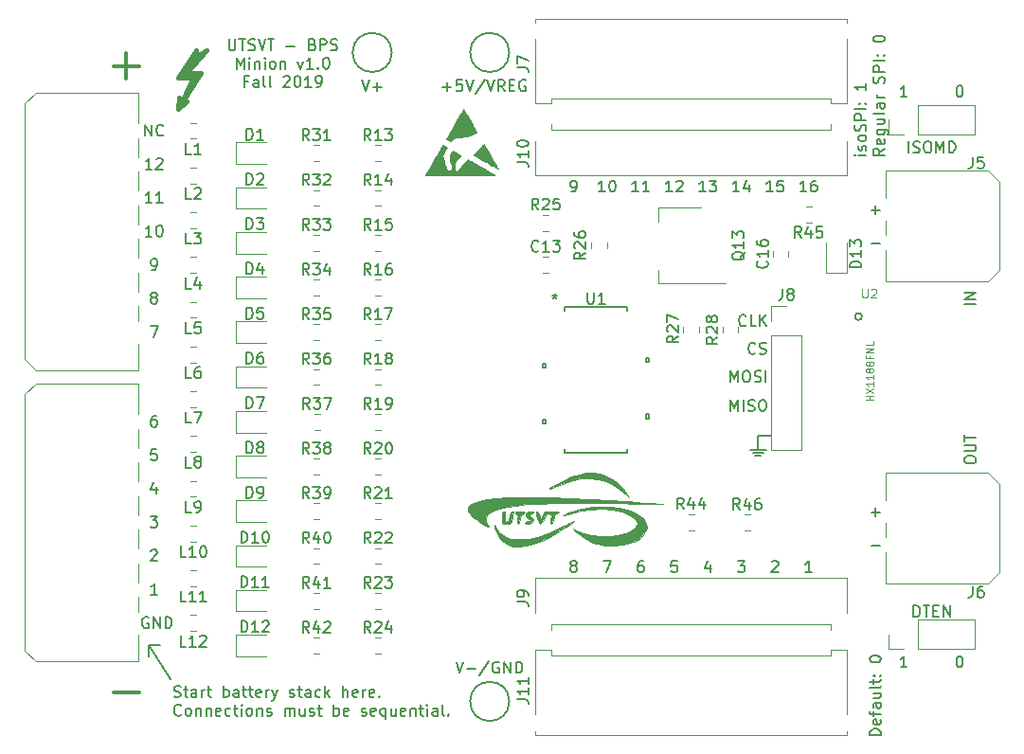
<source format=gbr>
%TF.GenerationSoftware,KiCad,Pcbnew,(5.1.4)-1*%
%TF.CreationDate,2019-10-25T23:27:36-05:00*%
%TF.ProjectId,BPSMinion,4250534d-696e-4696-9f6e-2e6b69636164,rev?*%
%TF.SameCoordinates,Original*%
%TF.FileFunction,Legend,Top*%
%TF.FilePolarity,Positive*%
%FSLAX46Y46*%
G04 Gerber Fmt 4.6, Leading zero omitted, Abs format (unit mm)*
G04 Created by KiCad (PCBNEW (5.1.4)-1) date 2019-10-25 23:27:36*
%MOMM*%
%LPD*%
G04 APERTURE LIST*
%ADD10C,0.150000*%
%ADD11C,0.300000*%
%ADD12C,0.381000*%
%ADD13C,0.010000*%
%ADD14C,0.127000*%
%ADD15C,0.120000*%
%ADD16C,0.152400*%
%ADD17C,0.050000*%
G04 APERTURE END LIST*
D10*
X105000000Y-107000000D02*
X106000000Y-107000000D01*
X105000000Y-107000000D02*
X105000000Y-108000000D01*
X107000000Y-110000000D02*
X105000000Y-107000000D01*
X107287976Y-111579761D02*
X107430833Y-111627380D01*
X107668928Y-111627380D01*
X107764166Y-111579761D01*
X107811785Y-111532142D01*
X107859404Y-111436904D01*
X107859404Y-111341666D01*
X107811785Y-111246428D01*
X107764166Y-111198809D01*
X107668928Y-111151190D01*
X107478452Y-111103571D01*
X107383214Y-111055952D01*
X107335595Y-111008333D01*
X107287976Y-110913095D01*
X107287976Y-110817857D01*
X107335595Y-110722619D01*
X107383214Y-110675000D01*
X107478452Y-110627380D01*
X107716547Y-110627380D01*
X107859404Y-110675000D01*
X108145119Y-110960714D02*
X108526071Y-110960714D01*
X108287976Y-110627380D02*
X108287976Y-111484523D01*
X108335595Y-111579761D01*
X108430833Y-111627380D01*
X108526071Y-111627380D01*
X109287976Y-111627380D02*
X109287976Y-111103571D01*
X109240357Y-111008333D01*
X109145119Y-110960714D01*
X108954642Y-110960714D01*
X108859404Y-111008333D01*
X109287976Y-111579761D02*
X109192738Y-111627380D01*
X108954642Y-111627380D01*
X108859404Y-111579761D01*
X108811785Y-111484523D01*
X108811785Y-111389285D01*
X108859404Y-111294047D01*
X108954642Y-111246428D01*
X109192738Y-111246428D01*
X109287976Y-111198809D01*
X109764166Y-111627380D02*
X109764166Y-110960714D01*
X109764166Y-111151190D02*
X109811785Y-111055952D01*
X109859404Y-111008333D01*
X109954642Y-110960714D01*
X110049880Y-110960714D01*
X110240357Y-110960714D02*
X110621309Y-110960714D01*
X110383214Y-110627380D02*
X110383214Y-111484523D01*
X110430833Y-111579761D01*
X110526071Y-111627380D01*
X110621309Y-111627380D01*
X111716547Y-111627380D02*
X111716547Y-110627380D01*
X111716547Y-111008333D02*
X111811785Y-110960714D01*
X112002261Y-110960714D01*
X112097500Y-111008333D01*
X112145119Y-111055952D01*
X112192738Y-111151190D01*
X112192738Y-111436904D01*
X112145119Y-111532142D01*
X112097500Y-111579761D01*
X112002261Y-111627380D01*
X111811785Y-111627380D01*
X111716547Y-111579761D01*
X113049880Y-111627380D02*
X113049880Y-111103571D01*
X113002261Y-111008333D01*
X112907023Y-110960714D01*
X112716547Y-110960714D01*
X112621309Y-111008333D01*
X113049880Y-111579761D02*
X112954642Y-111627380D01*
X112716547Y-111627380D01*
X112621309Y-111579761D01*
X112573690Y-111484523D01*
X112573690Y-111389285D01*
X112621309Y-111294047D01*
X112716547Y-111246428D01*
X112954642Y-111246428D01*
X113049880Y-111198809D01*
X113383214Y-110960714D02*
X113764166Y-110960714D01*
X113526071Y-110627380D02*
X113526071Y-111484523D01*
X113573690Y-111579761D01*
X113668928Y-111627380D01*
X113764166Y-111627380D01*
X113954642Y-110960714D02*
X114335595Y-110960714D01*
X114097500Y-110627380D02*
X114097500Y-111484523D01*
X114145119Y-111579761D01*
X114240357Y-111627380D01*
X114335595Y-111627380D01*
X115049880Y-111579761D02*
X114954642Y-111627380D01*
X114764166Y-111627380D01*
X114668928Y-111579761D01*
X114621309Y-111484523D01*
X114621309Y-111103571D01*
X114668928Y-111008333D01*
X114764166Y-110960714D01*
X114954642Y-110960714D01*
X115049880Y-111008333D01*
X115097500Y-111103571D01*
X115097500Y-111198809D01*
X114621309Y-111294047D01*
X115526071Y-111627380D02*
X115526071Y-110960714D01*
X115526071Y-111151190D02*
X115573690Y-111055952D01*
X115621309Y-111008333D01*
X115716547Y-110960714D01*
X115811785Y-110960714D01*
X116049880Y-110960714D02*
X116287976Y-111627380D01*
X116526071Y-110960714D02*
X116287976Y-111627380D01*
X116192738Y-111865476D01*
X116145119Y-111913095D01*
X116049880Y-111960714D01*
X117621309Y-111579761D02*
X117716547Y-111627380D01*
X117907023Y-111627380D01*
X118002261Y-111579761D01*
X118049880Y-111484523D01*
X118049880Y-111436904D01*
X118002261Y-111341666D01*
X117907023Y-111294047D01*
X117764166Y-111294047D01*
X117668928Y-111246428D01*
X117621309Y-111151190D01*
X117621309Y-111103571D01*
X117668928Y-111008333D01*
X117764166Y-110960714D01*
X117907023Y-110960714D01*
X118002261Y-111008333D01*
X118335595Y-110960714D02*
X118716547Y-110960714D01*
X118478452Y-110627380D02*
X118478452Y-111484523D01*
X118526071Y-111579761D01*
X118621309Y-111627380D01*
X118716547Y-111627380D01*
X119478452Y-111627380D02*
X119478452Y-111103571D01*
X119430833Y-111008333D01*
X119335595Y-110960714D01*
X119145119Y-110960714D01*
X119049880Y-111008333D01*
X119478452Y-111579761D02*
X119383214Y-111627380D01*
X119145119Y-111627380D01*
X119049880Y-111579761D01*
X119002261Y-111484523D01*
X119002261Y-111389285D01*
X119049880Y-111294047D01*
X119145119Y-111246428D01*
X119383214Y-111246428D01*
X119478452Y-111198809D01*
X120383214Y-111579761D02*
X120287976Y-111627380D01*
X120097500Y-111627380D01*
X120002261Y-111579761D01*
X119954642Y-111532142D01*
X119907023Y-111436904D01*
X119907023Y-111151190D01*
X119954642Y-111055952D01*
X120002261Y-111008333D01*
X120097500Y-110960714D01*
X120287976Y-110960714D01*
X120383214Y-111008333D01*
X120811785Y-111627380D02*
X120811785Y-110627380D01*
X120907023Y-111246428D02*
X121192738Y-111627380D01*
X121192738Y-110960714D02*
X120811785Y-111341666D01*
X122383214Y-111627380D02*
X122383214Y-110627380D01*
X122811785Y-111627380D02*
X122811785Y-111103571D01*
X122764166Y-111008333D01*
X122668928Y-110960714D01*
X122526071Y-110960714D01*
X122430833Y-111008333D01*
X122383214Y-111055952D01*
X123668928Y-111579761D02*
X123573690Y-111627380D01*
X123383214Y-111627380D01*
X123287976Y-111579761D01*
X123240357Y-111484523D01*
X123240357Y-111103571D01*
X123287976Y-111008333D01*
X123383214Y-110960714D01*
X123573690Y-110960714D01*
X123668928Y-111008333D01*
X123716547Y-111103571D01*
X123716547Y-111198809D01*
X123240357Y-111294047D01*
X124145119Y-111627380D02*
X124145119Y-110960714D01*
X124145119Y-111151190D02*
X124192738Y-111055952D01*
X124240357Y-111008333D01*
X124335595Y-110960714D01*
X124430833Y-110960714D01*
X125145119Y-111579761D02*
X125049880Y-111627380D01*
X124859404Y-111627380D01*
X124764166Y-111579761D01*
X124716547Y-111484523D01*
X124716547Y-111103571D01*
X124764166Y-111008333D01*
X124859404Y-110960714D01*
X125049880Y-110960714D01*
X125145119Y-111008333D01*
X125192738Y-111103571D01*
X125192738Y-111198809D01*
X124716547Y-111294047D01*
X125621309Y-111532142D02*
X125668928Y-111579761D01*
X125621309Y-111627380D01*
X125573690Y-111579761D01*
X125621309Y-111532142D01*
X125621309Y-111627380D01*
X107907023Y-113182142D02*
X107859404Y-113229761D01*
X107716547Y-113277380D01*
X107621309Y-113277380D01*
X107478452Y-113229761D01*
X107383214Y-113134523D01*
X107335595Y-113039285D01*
X107287976Y-112848809D01*
X107287976Y-112705952D01*
X107335595Y-112515476D01*
X107383214Y-112420238D01*
X107478452Y-112325000D01*
X107621309Y-112277380D01*
X107716547Y-112277380D01*
X107859404Y-112325000D01*
X107907023Y-112372619D01*
X108478452Y-113277380D02*
X108383214Y-113229761D01*
X108335595Y-113182142D01*
X108287976Y-113086904D01*
X108287976Y-112801190D01*
X108335595Y-112705952D01*
X108383214Y-112658333D01*
X108478452Y-112610714D01*
X108621309Y-112610714D01*
X108716547Y-112658333D01*
X108764166Y-112705952D01*
X108811785Y-112801190D01*
X108811785Y-113086904D01*
X108764166Y-113182142D01*
X108716547Y-113229761D01*
X108621309Y-113277380D01*
X108478452Y-113277380D01*
X109240357Y-112610714D02*
X109240357Y-113277380D01*
X109240357Y-112705952D02*
X109287976Y-112658333D01*
X109383214Y-112610714D01*
X109526071Y-112610714D01*
X109621309Y-112658333D01*
X109668928Y-112753571D01*
X109668928Y-113277380D01*
X110145119Y-112610714D02*
X110145119Y-113277380D01*
X110145119Y-112705952D02*
X110192738Y-112658333D01*
X110287976Y-112610714D01*
X110430833Y-112610714D01*
X110526071Y-112658333D01*
X110573690Y-112753571D01*
X110573690Y-113277380D01*
X111430833Y-113229761D02*
X111335595Y-113277380D01*
X111145119Y-113277380D01*
X111049880Y-113229761D01*
X111002261Y-113134523D01*
X111002261Y-112753571D01*
X111049880Y-112658333D01*
X111145119Y-112610714D01*
X111335595Y-112610714D01*
X111430833Y-112658333D01*
X111478452Y-112753571D01*
X111478452Y-112848809D01*
X111002261Y-112944047D01*
X112335595Y-113229761D02*
X112240357Y-113277380D01*
X112049880Y-113277380D01*
X111954642Y-113229761D01*
X111907023Y-113182142D01*
X111859404Y-113086904D01*
X111859404Y-112801190D01*
X111907023Y-112705952D01*
X111954642Y-112658333D01*
X112049880Y-112610714D01*
X112240357Y-112610714D01*
X112335595Y-112658333D01*
X112621309Y-112610714D02*
X113002261Y-112610714D01*
X112764166Y-112277380D02*
X112764166Y-113134523D01*
X112811785Y-113229761D01*
X112907023Y-113277380D01*
X113002261Y-113277380D01*
X113335595Y-113277380D02*
X113335595Y-112610714D01*
X113335595Y-112277380D02*
X113287976Y-112325000D01*
X113335595Y-112372619D01*
X113383214Y-112325000D01*
X113335595Y-112277380D01*
X113335595Y-112372619D01*
X113954642Y-113277380D02*
X113859404Y-113229761D01*
X113811785Y-113182142D01*
X113764166Y-113086904D01*
X113764166Y-112801190D01*
X113811785Y-112705952D01*
X113859404Y-112658333D01*
X113954642Y-112610714D01*
X114097500Y-112610714D01*
X114192738Y-112658333D01*
X114240357Y-112705952D01*
X114287976Y-112801190D01*
X114287976Y-113086904D01*
X114240357Y-113182142D01*
X114192738Y-113229761D01*
X114097500Y-113277380D01*
X113954642Y-113277380D01*
X114716547Y-112610714D02*
X114716547Y-113277380D01*
X114716547Y-112705952D02*
X114764166Y-112658333D01*
X114859404Y-112610714D01*
X115002261Y-112610714D01*
X115097500Y-112658333D01*
X115145119Y-112753571D01*
X115145119Y-113277380D01*
X115573690Y-113229761D02*
X115668928Y-113277380D01*
X115859404Y-113277380D01*
X115954642Y-113229761D01*
X116002261Y-113134523D01*
X116002261Y-113086904D01*
X115954642Y-112991666D01*
X115859404Y-112944047D01*
X115716547Y-112944047D01*
X115621309Y-112896428D01*
X115573690Y-112801190D01*
X115573690Y-112753571D01*
X115621309Y-112658333D01*
X115716547Y-112610714D01*
X115859404Y-112610714D01*
X115954642Y-112658333D01*
X117192738Y-113277380D02*
X117192738Y-112610714D01*
X117192738Y-112705952D02*
X117240357Y-112658333D01*
X117335595Y-112610714D01*
X117478452Y-112610714D01*
X117573690Y-112658333D01*
X117621309Y-112753571D01*
X117621309Y-113277380D01*
X117621309Y-112753571D02*
X117668928Y-112658333D01*
X117764166Y-112610714D01*
X117907023Y-112610714D01*
X118002261Y-112658333D01*
X118049880Y-112753571D01*
X118049880Y-113277380D01*
X118954642Y-112610714D02*
X118954642Y-113277380D01*
X118526071Y-112610714D02*
X118526071Y-113134523D01*
X118573690Y-113229761D01*
X118668928Y-113277380D01*
X118811785Y-113277380D01*
X118907023Y-113229761D01*
X118954642Y-113182142D01*
X119383214Y-113229761D02*
X119478452Y-113277380D01*
X119668928Y-113277380D01*
X119764166Y-113229761D01*
X119811785Y-113134523D01*
X119811785Y-113086904D01*
X119764166Y-112991666D01*
X119668928Y-112944047D01*
X119526071Y-112944047D01*
X119430833Y-112896428D01*
X119383214Y-112801190D01*
X119383214Y-112753571D01*
X119430833Y-112658333D01*
X119526071Y-112610714D01*
X119668928Y-112610714D01*
X119764166Y-112658333D01*
X120097500Y-112610714D02*
X120478452Y-112610714D01*
X120240357Y-112277380D02*
X120240357Y-113134523D01*
X120287976Y-113229761D01*
X120383214Y-113277380D01*
X120478452Y-113277380D01*
X121573690Y-113277380D02*
X121573690Y-112277380D01*
X121573690Y-112658333D02*
X121668928Y-112610714D01*
X121859404Y-112610714D01*
X121954642Y-112658333D01*
X122002261Y-112705952D01*
X122049880Y-112801190D01*
X122049880Y-113086904D01*
X122002261Y-113182142D01*
X121954642Y-113229761D01*
X121859404Y-113277380D01*
X121668928Y-113277380D01*
X121573690Y-113229761D01*
X122859404Y-113229761D02*
X122764166Y-113277380D01*
X122573690Y-113277380D01*
X122478452Y-113229761D01*
X122430833Y-113134523D01*
X122430833Y-112753571D01*
X122478452Y-112658333D01*
X122573690Y-112610714D01*
X122764166Y-112610714D01*
X122859404Y-112658333D01*
X122907023Y-112753571D01*
X122907023Y-112848809D01*
X122430833Y-112944047D01*
X124049880Y-113229761D02*
X124145119Y-113277380D01*
X124335595Y-113277380D01*
X124430833Y-113229761D01*
X124478452Y-113134523D01*
X124478452Y-113086904D01*
X124430833Y-112991666D01*
X124335595Y-112944047D01*
X124192738Y-112944047D01*
X124097500Y-112896428D01*
X124049880Y-112801190D01*
X124049880Y-112753571D01*
X124097500Y-112658333D01*
X124192738Y-112610714D01*
X124335595Y-112610714D01*
X124430833Y-112658333D01*
X125287976Y-113229761D02*
X125192738Y-113277380D01*
X125002261Y-113277380D01*
X124907023Y-113229761D01*
X124859404Y-113134523D01*
X124859404Y-112753571D01*
X124907023Y-112658333D01*
X125002261Y-112610714D01*
X125192738Y-112610714D01*
X125287976Y-112658333D01*
X125335595Y-112753571D01*
X125335595Y-112848809D01*
X124859404Y-112944047D01*
X126192738Y-112610714D02*
X126192738Y-113610714D01*
X126192738Y-113229761D02*
X126097500Y-113277380D01*
X125907023Y-113277380D01*
X125811785Y-113229761D01*
X125764166Y-113182142D01*
X125716547Y-113086904D01*
X125716547Y-112801190D01*
X125764166Y-112705952D01*
X125811785Y-112658333D01*
X125907023Y-112610714D01*
X126097500Y-112610714D01*
X126192738Y-112658333D01*
X127097500Y-112610714D02*
X127097500Y-113277380D01*
X126668928Y-112610714D02*
X126668928Y-113134523D01*
X126716547Y-113229761D01*
X126811785Y-113277380D01*
X126954642Y-113277380D01*
X127049880Y-113229761D01*
X127097500Y-113182142D01*
X127954642Y-113229761D02*
X127859404Y-113277380D01*
X127668928Y-113277380D01*
X127573690Y-113229761D01*
X127526071Y-113134523D01*
X127526071Y-112753571D01*
X127573690Y-112658333D01*
X127668928Y-112610714D01*
X127859404Y-112610714D01*
X127954642Y-112658333D01*
X128002261Y-112753571D01*
X128002261Y-112848809D01*
X127526071Y-112944047D01*
X128430833Y-112610714D02*
X128430833Y-113277380D01*
X128430833Y-112705952D02*
X128478452Y-112658333D01*
X128573690Y-112610714D01*
X128716547Y-112610714D01*
X128811785Y-112658333D01*
X128859404Y-112753571D01*
X128859404Y-113277380D01*
X129192738Y-112610714D02*
X129573690Y-112610714D01*
X129335595Y-112277380D02*
X129335595Y-113134523D01*
X129383214Y-113229761D01*
X129478452Y-113277380D01*
X129573690Y-113277380D01*
X129907023Y-113277380D02*
X129907023Y-112610714D01*
X129907023Y-112277380D02*
X129859404Y-112325000D01*
X129907023Y-112372619D01*
X129954642Y-112325000D01*
X129907023Y-112277380D01*
X129907023Y-112372619D01*
X130811785Y-113277380D02*
X130811785Y-112753571D01*
X130764166Y-112658333D01*
X130668928Y-112610714D01*
X130478452Y-112610714D01*
X130383214Y-112658333D01*
X130811785Y-113229761D02*
X130716547Y-113277380D01*
X130478452Y-113277380D01*
X130383214Y-113229761D01*
X130335595Y-113134523D01*
X130335595Y-113039285D01*
X130383214Y-112944047D01*
X130478452Y-112896428D01*
X130716547Y-112896428D01*
X130811785Y-112848809D01*
X131430833Y-113277380D02*
X131335595Y-113229761D01*
X131287976Y-113134523D01*
X131287976Y-112277380D01*
X131811785Y-113182142D02*
X131859404Y-113229761D01*
X131811785Y-113277380D01*
X131764166Y-113229761D01*
X131811785Y-113182142D01*
X131811785Y-113277380D01*
X104714285Y-61452380D02*
X104714285Y-60452380D01*
X105285714Y-61452380D01*
X105285714Y-60452380D01*
X106333333Y-61357142D02*
X106285714Y-61404761D01*
X106142857Y-61452380D01*
X106047619Y-61452380D01*
X105904761Y-61404761D01*
X105809523Y-61309523D01*
X105761904Y-61214285D01*
X105714285Y-61023809D01*
X105714285Y-60880952D01*
X105761904Y-60690476D01*
X105809523Y-60595238D01*
X105904761Y-60500000D01*
X106047619Y-60452380D01*
X106142857Y-60452380D01*
X106285714Y-60500000D01*
X106333333Y-60547619D01*
X112190476Y-52802380D02*
X112190476Y-53611904D01*
X112238095Y-53707142D01*
X112285714Y-53754761D01*
X112380952Y-53802380D01*
X112571428Y-53802380D01*
X112666666Y-53754761D01*
X112714285Y-53707142D01*
X112761904Y-53611904D01*
X112761904Y-52802380D01*
X113095238Y-52802380D02*
X113666666Y-52802380D01*
X113380952Y-53802380D02*
X113380952Y-52802380D01*
X113952380Y-53754761D02*
X114095238Y-53802380D01*
X114333333Y-53802380D01*
X114428571Y-53754761D01*
X114476190Y-53707142D01*
X114523809Y-53611904D01*
X114523809Y-53516666D01*
X114476190Y-53421428D01*
X114428571Y-53373809D01*
X114333333Y-53326190D01*
X114142857Y-53278571D01*
X114047619Y-53230952D01*
X114000000Y-53183333D01*
X113952380Y-53088095D01*
X113952380Y-52992857D01*
X114000000Y-52897619D01*
X114047619Y-52850000D01*
X114142857Y-52802380D01*
X114380952Y-52802380D01*
X114523809Y-52850000D01*
X114809523Y-52802380D02*
X115142857Y-53802380D01*
X115476190Y-52802380D01*
X115666666Y-52802380D02*
X116238095Y-52802380D01*
X115952380Y-53802380D02*
X115952380Y-52802380D01*
X117333333Y-53421428D02*
X118095238Y-53421428D01*
X119666666Y-53278571D02*
X119809523Y-53326190D01*
X119857142Y-53373809D01*
X119904761Y-53469047D01*
X119904761Y-53611904D01*
X119857142Y-53707142D01*
X119809523Y-53754761D01*
X119714285Y-53802380D01*
X119333333Y-53802380D01*
X119333333Y-52802380D01*
X119666666Y-52802380D01*
X119761904Y-52850000D01*
X119809523Y-52897619D01*
X119857142Y-52992857D01*
X119857142Y-53088095D01*
X119809523Y-53183333D01*
X119761904Y-53230952D01*
X119666666Y-53278571D01*
X119333333Y-53278571D01*
X120333333Y-53802380D02*
X120333333Y-52802380D01*
X120714285Y-52802380D01*
X120809523Y-52850000D01*
X120857142Y-52897619D01*
X120904761Y-52992857D01*
X120904761Y-53135714D01*
X120857142Y-53230952D01*
X120809523Y-53278571D01*
X120714285Y-53326190D01*
X120333333Y-53326190D01*
X121285714Y-53754761D02*
X121428571Y-53802380D01*
X121666666Y-53802380D01*
X121761904Y-53754761D01*
X121809523Y-53707142D01*
X121857142Y-53611904D01*
X121857142Y-53516666D01*
X121809523Y-53421428D01*
X121761904Y-53373809D01*
X121666666Y-53326190D01*
X121476190Y-53278571D01*
X121380952Y-53230952D01*
X121333333Y-53183333D01*
X121285714Y-53088095D01*
X121285714Y-52992857D01*
X121333333Y-52897619D01*
X121380952Y-52850000D01*
X121476190Y-52802380D01*
X121714285Y-52802380D01*
X121857142Y-52850000D01*
X112880952Y-55452380D02*
X112880952Y-54452380D01*
X113214285Y-55166666D01*
X113547619Y-54452380D01*
X113547619Y-55452380D01*
X114023809Y-55452380D02*
X114023809Y-54785714D01*
X114023809Y-54452380D02*
X113976190Y-54500000D01*
X114023809Y-54547619D01*
X114071428Y-54500000D01*
X114023809Y-54452380D01*
X114023809Y-54547619D01*
X114500000Y-54785714D02*
X114500000Y-55452380D01*
X114500000Y-54880952D02*
X114547619Y-54833333D01*
X114642857Y-54785714D01*
X114785714Y-54785714D01*
X114880952Y-54833333D01*
X114928571Y-54928571D01*
X114928571Y-55452380D01*
X115404761Y-55452380D02*
X115404761Y-54785714D01*
X115404761Y-54452380D02*
X115357142Y-54500000D01*
X115404761Y-54547619D01*
X115452380Y-54500000D01*
X115404761Y-54452380D01*
X115404761Y-54547619D01*
X116023809Y-55452380D02*
X115928571Y-55404761D01*
X115880952Y-55357142D01*
X115833333Y-55261904D01*
X115833333Y-54976190D01*
X115880952Y-54880952D01*
X115928571Y-54833333D01*
X116023809Y-54785714D01*
X116166666Y-54785714D01*
X116261904Y-54833333D01*
X116309523Y-54880952D01*
X116357142Y-54976190D01*
X116357142Y-55261904D01*
X116309523Y-55357142D01*
X116261904Y-55404761D01*
X116166666Y-55452380D01*
X116023809Y-55452380D01*
X116785714Y-54785714D02*
X116785714Y-55452380D01*
X116785714Y-54880952D02*
X116833333Y-54833333D01*
X116928571Y-54785714D01*
X117071428Y-54785714D01*
X117166666Y-54833333D01*
X117214285Y-54928571D01*
X117214285Y-55452380D01*
X118357142Y-54785714D02*
X118595238Y-55452380D01*
X118833333Y-54785714D01*
X119738095Y-55452380D02*
X119166666Y-55452380D01*
X119452380Y-55452380D02*
X119452380Y-54452380D01*
X119357142Y-54595238D01*
X119261904Y-54690476D01*
X119166666Y-54738095D01*
X120166666Y-55357142D02*
X120214285Y-55404761D01*
X120166666Y-55452380D01*
X120119047Y-55404761D01*
X120166666Y-55357142D01*
X120166666Y-55452380D01*
X120833333Y-54452380D02*
X120928571Y-54452380D01*
X121023809Y-54500000D01*
X121071428Y-54547619D01*
X121119047Y-54642857D01*
X121166666Y-54833333D01*
X121166666Y-55071428D01*
X121119047Y-55261904D01*
X121071428Y-55357142D01*
X121023809Y-55404761D01*
X120928571Y-55452380D01*
X120833333Y-55452380D01*
X120738095Y-55404761D01*
X120690476Y-55357142D01*
X120642857Y-55261904D01*
X120595238Y-55071428D01*
X120595238Y-54833333D01*
X120642857Y-54642857D01*
X120690476Y-54547619D01*
X120738095Y-54500000D01*
X120833333Y-54452380D01*
X113880952Y-56578571D02*
X113547619Y-56578571D01*
X113547619Y-57102380D02*
X113547619Y-56102380D01*
X114023809Y-56102380D01*
X114833333Y-57102380D02*
X114833333Y-56578571D01*
X114785714Y-56483333D01*
X114690476Y-56435714D01*
X114500000Y-56435714D01*
X114404761Y-56483333D01*
X114833333Y-57054761D02*
X114738095Y-57102380D01*
X114500000Y-57102380D01*
X114404761Y-57054761D01*
X114357142Y-56959523D01*
X114357142Y-56864285D01*
X114404761Y-56769047D01*
X114500000Y-56721428D01*
X114738095Y-56721428D01*
X114833333Y-56673809D01*
X115452380Y-57102380D02*
X115357142Y-57054761D01*
X115309523Y-56959523D01*
X115309523Y-56102380D01*
X115976190Y-57102380D02*
X115880952Y-57054761D01*
X115833333Y-56959523D01*
X115833333Y-56102380D01*
X117071428Y-56197619D02*
X117119047Y-56150000D01*
X117214285Y-56102380D01*
X117452380Y-56102380D01*
X117547619Y-56150000D01*
X117595238Y-56197619D01*
X117642857Y-56292857D01*
X117642857Y-56388095D01*
X117595238Y-56530952D01*
X117023809Y-57102380D01*
X117642857Y-57102380D01*
X118261904Y-56102380D02*
X118357142Y-56102380D01*
X118452380Y-56150000D01*
X118500000Y-56197619D01*
X118547619Y-56292857D01*
X118595238Y-56483333D01*
X118595238Y-56721428D01*
X118547619Y-56911904D01*
X118500000Y-57007142D01*
X118452380Y-57054761D01*
X118357142Y-57102380D01*
X118261904Y-57102380D01*
X118166666Y-57054761D01*
X118119047Y-57007142D01*
X118071428Y-56911904D01*
X118023809Y-56721428D01*
X118023809Y-56483333D01*
X118071428Y-56292857D01*
X118119047Y-56197619D01*
X118166666Y-56150000D01*
X118261904Y-56102380D01*
X119547619Y-57102380D02*
X118976190Y-57102380D01*
X119261904Y-57102380D02*
X119261904Y-56102380D01*
X119166666Y-56245238D01*
X119071428Y-56340476D01*
X118976190Y-56388095D01*
X120023809Y-57102380D02*
X120214285Y-57102380D01*
X120309523Y-57054761D01*
X120357142Y-57007142D01*
X120452380Y-56864285D01*
X120500000Y-56673809D01*
X120500000Y-56292857D01*
X120452380Y-56197619D01*
X120404761Y-56150000D01*
X120309523Y-56102380D01*
X120119047Y-56102380D01*
X120023809Y-56150000D01*
X119976190Y-56197619D01*
X119928571Y-56292857D01*
X119928571Y-56530952D01*
X119976190Y-56626190D01*
X120023809Y-56673809D01*
X120119047Y-56721428D01*
X120309523Y-56721428D01*
X120404761Y-56673809D01*
X120452380Y-56626190D01*
X120500000Y-56530952D01*
X163809523Y-66452380D02*
X163238095Y-66452380D01*
X163523809Y-66452380D02*
X163523809Y-65452380D01*
X163428571Y-65595238D01*
X163333333Y-65690476D01*
X163238095Y-65738095D01*
X164666666Y-65452380D02*
X164476190Y-65452380D01*
X164380952Y-65500000D01*
X164333333Y-65547619D01*
X164238095Y-65690476D01*
X164190476Y-65880952D01*
X164190476Y-66261904D01*
X164238095Y-66357142D01*
X164285714Y-66404761D01*
X164380952Y-66452380D01*
X164571428Y-66452380D01*
X164666666Y-66404761D01*
X164714285Y-66357142D01*
X164761904Y-66261904D01*
X164761904Y-66023809D01*
X164714285Y-65928571D01*
X164666666Y-65880952D01*
X164571428Y-65833333D01*
X164380952Y-65833333D01*
X164285714Y-65880952D01*
X164238095Y-65928571D01*
X164190476Y-66023809D01*
X160809523Y-66452380D02*
X160238095Y-66452380D01*
X160523809Y-66452380D02*
X160523809Y-65452380D01*
X160428571Y-65595238D01*
X160333333Y-65690476D01*
X160238095Y-65738095D01*
X161714285Y-65452380D02*
X161238095Y-65452380D01*
X161190476Y-65928571D01*
X161238095Y-65880952D01*
X161333333Y-65833333D01*
X161571428Y-65833333D01*
X161666666Y-65880952D01*
X161714285Y-65928571D01*
X161761904Y-66023809D01*
X161761904Y-66261904D01*
X161714285Y-66357142D01*
X161666666Y-66404761D01*
X161571428Y-66452380D01*
X161333333Y-66452380D01*
X161238095Y-66404761D01*
X161190476Y-66357142D01*
X157809523Y-66452380D02*
X157238095Y-66452380D01*
X157523809Y-66452380D02*
X157523809Y-65452380D01*
X157428571Y-65595238D01*
X157333333Y-65690476D01*
X157238095Y-65738095D01*
X158666666Y-65785714D02*
X158666666Y-66452380D01*
X158428571Y-65404761D02*
X158190476Y-66119047D01*
X158809523Y-66119047D01*
X154809523Y-66452380D02*
X154238095Y-66452380D01*
X154523809Y-66452380D02*
X154523809Y-65452380D01*
X154428571Y-65595238D01*
X154333333Y-65690476D01*
X154238095Y-65738095D01*
X155142857Y-65452380D02*
X155761904Y-65452380D01*
X155428571Y-65833333D01*
X155571428Y-65833333D01*
X155666666Y-65880952D01*
X155714285Y-65928571D01*
X155761904Y-66023809D01*
X155761904Y-66261904D01*
X155714285Y-66357142D01*
X155666666Y-66404761D01*
X155571428Y-66452380D01*
X155285714Y-66452380D01*
X155190476Y-66404761D01*
X155142857Y-66357142D01*
X151809523Y-66452380D02*
X151238095Y-66452380D01*
X151523809Y-66452380D02*
X151523809Y-65452380D01*
X151428571Y-65595238D01*
X151333333Y-65690476D01*
X151238095Y-65738095D01*
X152190476Y-65547619D02*
X152238095Y-65500000D01*
X152333333Y-65452380D01*
X152571428Y-65452380D01*
X152666666Y-65500000D01*
X152714285Y-65547619D01*
X152761904Y-65642857D01*
X152761904Y-65738095D01*
X152714285Y-65880952D01*
X152142857Y-66452380D01*
X152761904Y-66452380D01*
X148809523Y-66452380D02*
X148238095Y-66452380D01*
X148523809Y-66452380D02*
X148523809Y-65452380D01*
X148428571Y-65595238D01*
X148333333Y-65690476D01*
X148238095Y-65738095D01*
X149761904Y-66452380D02*
X149190476Y-66452380D01*
X149476190Y-66452380D02*
X149476190Y-65452380D01*
X149380952Y-65595238D01*
X149285714Y-65690476D01*
X149190476Y-65738095D01*
X145809523Y-66452380D02*
X145238095Y-66452380D01*
X145523809Y-66452380D02*
X145523809Y-65452380D01*
X145428571Y-65595238D01*
X145333333Y-65690476D01*
X145238095Y-65738095D01*
X146428571Y-65452380D02*
X146523809Y-65452380D01*
X146619047Y-65500000D01*
X146666666Y-65547619D01*
X146714285Y-65642857D01*
X146761904Y-65833333D01*
X146761904Y-66071428D01*
X146714285Y-66261904D01*
X146666666Y-66357142D01*
X146619047Y-66404761D01*
X146523809Y-66452380D01*
X146428571Y-66452380D01*
X146333333Y-66404761D01*
X146285714Y-66357142D01*
X146238095Y-66261904D01*
X146190476Y-66071428D01*
X146190476Y-65833333D01*
X146238095Y-65642857D01*
X146285714Y-65547619D01*
X146333333Y-65500000D01*
X146428571Y-65452380D01*
X142809523Y-66452380D02*
X143000000Y-66452380D01*
X143095238Y-66404761D01*
X143142857Y-66357142D01*
X143238095Y-66214285D01*
X143285714Y-66023809D01*
X143285714Y-65642857D01*
X143238095Y-65547619D01*
X143190476Y-65500000D01*
X143095238Y-65452380D01*
X142904761Y-65452380D01*
X142809523Y-65500000D01*
X142761904Y-65547619D01*
X142714285Y-65642857D01*
X142714285Y-65880952D01*
X142761904Y-65976190D01*
X142809523Y-66023809D01*
X142904761Y-66071428D01*
X143095238Y-66071428D01*
X143190476Y-66023809D01*
X143238095Y-65976190D01*
X143285714Y-65880952D01*
X142904761Y-99880952D02*
X142809523Y-99833333D01*
X142761904Y-99785714D01*
X142714285Y-99690476D01*
X142714285Y-99642857D01*
X142761904Y-99547619D01*
X142809523Y-99500000D01*
X142904761Y-99452380D01*
X143095238Y-99452380D01*
X143190476Y-99500000D01*
X143238095Y-99547619D01*
X143285714Y-99642857D01*
X143285714Y-99690476D01*
X143238095Y-99785714D01*
X143190476Y-99833333D01*
X143095238Y-99880952D01*
X142904761Y-99880952D01*
X142809523Y-99928571D01*
X142761904Y-99976190D01*
X142714285Y-100071428D01*
X142714285Y-100261904D01*
X142761904Y-100357142D01*
X142809523Y-100404761D01*
X142904761Y-100452380D01*
X143095238Y-100452380D01*
X143190476Y-100404761D01*
X143238095Y-100357142D01*
X143285714Y-100261904D01*
X143285714Y-100071428D01*
X143238095Y-99976190D01*
X143190476Y-99928571D01*
X143095238Y-99880952D01*
X145666666Y-99452380D02*
X146333333Y-99452380D01*
X145904761Y-100452380D01*
X149190476Y-99452380D02*
X149000000Y-99452380D01*
X148904761Y-99500000D01*
X148857142Y-99547619D01*
X148761904Y-99690476D01*
X148714285Y-99880952D01*
X148714285Y-100261904D01*
X148761904Y-100357142D01*
X148809523Y-100404761D01*
X148904761Y-100452380D01*
X149095238Y-100452380D01*
X149190476Y-100404761D01*
X149238095Y-100357142D01*
X149285714Y-100261904D01*
X149285714Y-100023809D01*
X149238095Y-99928571D01*
X149190476Y-99880952D01*
X149095238Y-99833333D01*
X148904761Y-99833333D01*
X148809523Y-99880952D01*
X148761904Y-99928571D01*
X148714285Y-100023809D01*
X152238095Y-99452380D02*
X151761904Y-99452380D01*
X151714285Y-99928571D01*
X151761904Y-99880952D01*
X151857142Y-99833333D01*
X152095238Y-99833333D01*
X152190476Y-99880952D01*
X152238095Y-99928571D01*
X152285714Y-100023809D01*
X152285714Y-100261904D01*
X152238095Y-100357142D01*
X152190476Y-100404761D01*
X152095238Y-100452380D01*
X151857142Y-100452380D01*
X151761904Y-100404761D01*
X151714285Y-100357142D01*
X155190476Y-99785714D02*
X155190476Y-100452380D01*
X154952380Y-99404761D02*
X154714285Y-100119047D01*
X155333333Y-100119047D01*
X157666666Y-99452380D02*
X158285714Y-99452380D01*
X157952380Y-99833333D01*
X158095238Y-99833333D01*
X158190476Y-99880952D01*
X158238095Y-99928571D01*
X158285714Y-100023809D01*
X158285714Y-100261904D01*
X158238095Y-100357142D01*
X158190476Y-100404761D01*
X158095238Y-100452380D01*
X157809523Y-100452380D01*
X157714285Y-100404761D01*
X157666666Y-100357142D01*
X160714285Y-99547619D02*
X160761904Y-99500000D01*
X160857142Y-99452380D01*
X161095238Y-99452380D01*
X161190476Y-99500000D01*
X161238095Y-99547619D01*
X161285714Y-99642857D01*
X161285714Y-99738095D01*
X161238095Y-99880952D01*
X160666666Y-100452380D01*
X161285714Y-100452380D01*
X164285714Y-100452380D02*
X163714285Y-100452380D01*
X164000000Y-100452380D02*
X164000000Y-99452380D01*
X163904761Y-99595238D01*
X163809523Y-99690476D01*
X163714285Y-99738095D01*
X158404761Y-78357142D02*
X158357142Y-78404761D01*
X158214285Y-78452380D01*
X158119047Y-78452380D01*
X157976190Y-78404761D01*
X157880952Y-78309523D01*
X157833333Y-78214285D01*
X157785714Y-78023809D01*
X157785714Y-77880952D01*
X157833333Y-77690476D01*
X157880952Y-77595238D01*
X157976190Y-77500000D01*
X158119047Y-77452380D01*
X158214285Y-77452380D01*
X158357142Y-77500000D01*
X158404761Y-77547619D01*
X159309523Y-78452380D02*
X158833333Y-78452380D01*
X158833333Y-77452380D01*
X159642857Y-78452380D02*
X159642857Y-77452380D01*
X160214285Y-78452380D02*
X159785714Y-77880952D01*
X160214285Y-77452380D02*
X159642857Y-78023809D01*
X159233333Y-80857142D02*
X159185714Y-80904761D01*
X159042857Y-80952380D01*
X158947619Y-80952380D01*
X158804761Y-80904761D01*
X158709523Y-80809523D01*
X158661904Y-80714285D01*
X158614285Y-80523809D01*
X158614285Y-80380952D01*
X158661904Y-80190476D01*
X158709523Y-80095238D01*
X158804761Y-80000000D01*
X158947619Y-79952380D01*
X159042857Y-79952380D01*
X159185714Y-80000000D01*
X159233333Y-80047619D01*
X159614285Y-80904761D02*
X159757142Y-80952380D01*
X159995238Y-80952380D01*
X160090476Y-80904761D01*
X160138095Y-80857142D01*
X160185714Y-80761904D01*
X160185714Y-80666666D01*
X160138095Y-80571428D01*
X160090476Y-80523809D01*
X159995238Y-80476190D01*
X159804761Y-80428571D01*
X159709523Y-80380952D01*
X159661904Y-80333333D01*
X159614285Y-80238095D01*
X159614285Y-80142857D01*
X159661904Y-80047619D01*
X159709523Y-80000000D01*
X159804761Y-79952380D01*
X160042857Y-79952380D01*
X160185714Y-80000000D01*
X157028571Y-86052380D02*
X157028571Y-85052380D01*
X157361904Y-85766666D01*
X157695238Y-85052380D01*
X157695238Y-86052380D01*
X158171428Y-86052380D02*
X158171428Y-85052380D01*
X158600000Y-86004761D02*
X158742857Y-86052380D01*
X158980952Y-86052380D01*
X159076190Y-86004761D01*
X159123809Y-85957142D01*
X159171428Y-85861904D01*
X159171428Y-85766666D01*
X159123809Y-85671428D01*
X159076190Y-85623809D01*
X158980952Y-85576190D01*
X158790476Y-85528571D01*
X158695238Y-85480952D01*
X158647619Y-85433333D01*
X158600000Y-85338095D01*
X158600000Y-85242857D01*
X158647619Y-85147619D01*
X158695238Y-85100000D01*
X158790476Y-85052380D01*
X159028571Y-85052380D01*
X159171428Y-85100000D01*
X159790476Y-85052380D02*
X159980952Y-85052380D01*
X160076190Y-85100000D01*
X160171428Y-85195238D01*
X160219047Y-85385714D01*
X160219047Y-85719047D01*
X160171428Y-85909523D01*
X160076190Y-86004761D01*
X159980952Y-86052380D01*
X159790476Y-86052380D01*
X159695238Y-86004761D01*
X159600000Y-85909523D01*
X159552380Y-85719047D01*
X159552380Y-85385714D01*
X159600000Y-85195238D01*
X159695238Y-85100000D01*
X159790476Y-85052380D01*
X157028571Y-83452380D02*
X157028571Y-82452380D01*
X157361904Y-83166666D01*
X157695238Y-82452380D01*
X157695238Y-83452380D01*
X158361904Y-82452380D02*
X158552380Y-82452380D01*
X158647619Y-82500000D01*
X158742857Y-82595238D01*
X158790476Y-82785714D01*
X158790476Y-83119047D01*
X158742857Y-83309523D01*
X158647619Y-83404761D01*
X158552380Y-83452380D01*
X158361904Y-83452380D01*
X158266666Y-83404761D01*
X158171428Y-83309523D01*
X158123809Y-83119047D01*
X158123809Y-82785714D01*
X158171428Y-82595238D01*
X158266666Y-82500000D01*
X158361904Y-82452380D01*
X159171428Y-83404761D02*
X159314285Y-83452380D01*
X159552380Y-83452380D01*
X159647619Y-83404761D01*
X159695238Y-83357142D01*
X159742857Y-83261904D01*
X159742857Y-83166666D01*
X159695238Y-83071428D01*
X159647619Y-83023809D01*
X159552380Y-82976190D01*
X159361904Y-82928571D01*
X159266666Y-82880952D01*
X159219047Y-82833333D01*
X159171428Y-82738095D01*
X159171428Y-82642857D01*
X159219047Y-82547619D01*
X159266666Y-82500000D01*
X159361904Y-82452380D01*
X159600000Y-82452380D01*
X159742857Y-82500000D01*
X160171428Y-83452380D02*
X160171428Y-82452380D01*
X159500000Y-88250000D02*
X160650000Y-88250000D01*
X159500000Y-89000000D02*
X159500000Y-88250000D01*
X159250000Y-90000000D02*
X159750000Y-90000000D01*
X159000000Y-89750000D02*
X160000000Y-89750000D01*
X158750000Y-89500000D02*
X160250000Y-89500000D01*
X159500000Y-89000000D02*
X159500000Y-89500000D01*
X169127380Y-63164404D02*
X168460714Y-63164404D01*
X168127380Y-63164404D02*
X168175000Y-63212023D01*
X168222619Y-63164404D01*
X168175000Y-63116785D01*
X168127380Y-63164404D01*
X168222619Y-63164404D01*
X169079761Y-62735833D02*
X169127380Y-62640595D01*
X169127380Y-62450119D01*
X169079761Y-62354880D01*
X168984523Y-62307261D01*
X168936904Y-62307261D01*
X168841666Y-62354880D01*
X168794047Y-62450119D01*
X168794047Y-62592976D01*
X168746428Y-62688214D01*
X168651190Y-62735833D01*
X168603571Y-62735833D01*
X168508333Y-62688214D01*
X168460714Y-62592976D01*
X168460714Y-62450119D01*
X168508333Y-62354880D01*
X169127380Y-61735833D02*
X169079761Y-61831071D01*
X169032142Y-61878690D01*
X168936904Y-61926309D01*
X168651190Y-61926309D01*
X168555952Y-61878690D01*
X168508333Y-61831071D01*
X168460714Y-61735833D01*
X168460714Y-61592976D01*
X168508333Y-61497738D01*
X168555952Y-61450119D01*
X168651190Y-61402500D01*
X168936904Y-61402500D01*
X169032142Y-61450119D01*
X169079761Y-61497738D01*
X169127380Y-61592976D01*
X169127380Y-61735833D01*
X169079761Y-61021547D02*
X169127380Y-60878690D01*
X169127380Y-60640595D01*
X169079761Y-60545357D01*
X169032142Y-60497738D01*
X168936904Y-60450119D01*
X168841666Y-60450119D01*
X168746428Y-60497738D01*
X168698809Y-60545357D01*
X168651190Y-60640595D01*
X168603571Y-60831071D01*
X168555952Y-60926309D01*
X168508333Y-60973928D01*
X168413095Y-61021547D01*
X168317857Y-61021547D01*
X168222619Y-60973928D01*
X168175000Y-60926309D01*
X168127380Y-60831071D01*
X168127380Y-60592976D01*
X168175000Y-60450119D01*
X169127380Y-60021547D02*
X168127380Y-60021547D01*
X168127380Y-59640595D01*
X168175000Y-59545357D01*
X168222619Y-59497738D01*
X168317857Y-59450119D01*
X168460714Y-59450119D01*
X168555952Y-59497738D01*
X168603571Y-59545357D01*
X168651190Y-59640595D01*
X168651190Y-60021547D01*
X169127380Y-59021547D02*
X168127380Y-59021547D01*
X169032142Y-58545357D02*
X169079761Y-58497738D01*
X169127380Y-58545357D01*
X169079761Y-58592976D01*
X169032142Y-58545357D01*
X169127380Y-58545357D01*
X168508333Y-58545357D02*
X168555952Y-58497738D01*
X168603571Y-58545357D01*
X168555952Y-58592976D01*
X168508333Y-58545357D01*
X168603571Y-58545357D01*
X169127380Y-56783452D02*
X169127380Y-57354880D01*
X169127380Y-57069166D02*
X168127380Y-57069166D01*
X168270238Y-57164404D01*
X168365476Y-57259642D01*
X168413095Y-57354880D01*
X170777380Y-62592976D02*
X170301190Y-62926309D01*
X170777380Y-63164404D02*
X169777380Y-63164404D01*
X169777380Y-62783452D01*
X169825000Y-62688214D01*
X169872619Y-62640595D01*
X169967857Y-62592976D01*
X170110714Y-62592976D01*
X170205952Y-62640595D01*
X170253571Y-62688214D01*
X170301190Y-62783452D01*
X170301190Y-63164404D01*
X170729761Y-61783452D02*
X170777380Y-61878690D01*
X170777380Y-62069166D01*
X170729761Y-62164404D01*
X170634523Y-62212023D01*
X170253571Y-62212023D01*
X170158333Y-62164404D01*
X170110714Y-62069166D01*
X170110714Y-61878690D01*
X170158333Y-61783452D01*
X170253571Y-61735833D01*
X170348809Y-61735833D01*
X170444047Y-62212023D01*
X170110714Y-60878690D02*
X170920238Y-60878690D01*
X171015476Y-60926309D01*
X171063095Y-60973928D01*
X171110714Y-61069166D01*
X171110714Y-61212023D01*
X171063095Y-61307261D01*
X170729761Y-60878690D02*
X170777380Y-60973928D01*
X170777380Y-61164404D01*
X170729761Y-61259642D01*
X170682142Y-61307261D01*
X170586904Y-61354880D01*
X170301190Y-61354880D01*
X170205952Y-61307261D01*
X170158333Y-61259642D01*
X170110714Y-61164404D01*
X170110714Y-60973928D01*
X170158333Y-60878690D01*
X170110714Y-59973928D02*
X170777380Y-59973928D01*
X170110714Y-60402500D02*
X170634523Y-60402500D01*
X170729761Y-60354880D01*
X170777380Y-60259642D01*
X170777380Y-60116785D01*
X170729761Y-60021547D01*
X170682142Y-59973928D01*
X170777380Y-59354880D02*
X170729761Y-59450119D01*
X170634523Y-59497738D01*
X169777380Y-59497738D01*
X170777380Y-58545357D02*
X170253571Y-58545357D01*
X170158333Y-58592976D01*
X170110714Y-58688214D01*
X170110714Y-58878690D01*
X170158333Y-58973928D01*
X170729761Y-58545357D02*
X170777380Y-58640595D01*
X170777380Y-58878690D01*
X170729761Y-58973928D01*
X170634523Y-59021547D01*
X170539285Y-59021547D01*
X170444047Y-58973928D01*
X170396428Y-58878690D01*
X170396428Y-58640595D01*
X170348809Y-58545357D01*
X170777380Y-58069166D02*
X170110714Y-58069166D01*
X170301190Y-58069166D02*
X170205952Y-58021547D01*
X170158333Y-57973928D01*
X170110714Y-57878690D01*
X170110714Y-57783452D01*
X170729761Y-56735833D02*
X170777380Y-56592976D01*
X170777380Y-56354880D01*
X170729761Y-56259642D01*
X170682142Y-56212023D01*
X170586904Y-56164404D01*
X170491666Y-56164404D01*
X170396428Y-56212023D01*
X170348809Y-56259642D01*
X170301190Y-56354880D01*
X170253571Y-56545357D01*
X170205952Y-56640595D01*
X170158333Y-56688214D01*
X170063095Y-56735833D01*
X169967857Y-56735833D01*
X169872619Y-56688214D01*
X169825000Y-56640595D01*
X169777380Y-56545357D01*
X169777380Y-56307261D01*
X169825000Y-56164404D01*
X170777380Y-55735833D02*
X169777380Y-55735833D01*
X169777380Y-55354880D01*
X169825000Y-55259642D01*
X169872619Y-55212023D01*
X169967857Y-55164404D01*
X170110714Y-55164404D01*
X170205952Y-55212023D01*
X170253571Y-55259642D01*
X170301190Y-55354880D01*
X170301190Y-55735833D01*
X170777380Y-54735833D02*
X169777380Y-54735833D01*
X170682142Y-54259642D02*
X170729761Y-54212023D01*
X170777380Y-54259642D01*
X170729761Y-54307261D01*
X170682142Y-54259642D01*
X170777380Y-54259642D01*
X170158333Y-54259642D02*
X170205952Y-54212023D01*
X170253571Y-54259642D01*
X170205952Y-54307261D01*
X170158333Y-54259642D01*
X170253571Y-54259642D01*
X169777380Y-52831071D02*
X169777380Y-52735833D01*
X169825000Y-52640595D01*
X169872619Y-52592976D01*
X169967857Y-52545357D01*
X170158333Y-52497738D01*
X170396428Y-52497738D01*
X170586904Y-52545357D01*
X170682142Y-52592976D01*
X170729761Y-52640595D01*
X170777380Y-52735833D01*
X170777380Y-52831071D01*
X170729761Y-52926309D01*
X170682142Y-52973928D01*
X170586904Y-53021547D01*
X170396428Y-53069166D01*
X170158333Y-53069166D01*
X169967857Y-53021547D01*
X169872619Y-52973928D01*
X169825000Y-52926309D01*
X169777380Y-52831071D01*
X172928571Y-62952380D02*
X172928571Y-61952380D01*
X173357142Y-62904761D02*
X173500000Y-62952380D01*
X173738095Y-62952380D01*
X173833333Y-62904761D01*
X173880952Y-62857142D01*
X173928571Y-62761904D01*
X173928571Y-62666666D01*
X173880952Y-62571428D01*
X173833333Y-62523809D01*
X173738095Y-62476190D01*
X173547619Y-62428571D01*
X173452380Y-62380952D01*
X173404761Y-62333333D01*
X173357142Y-62238095D01*
X173357142Y-62142857D01*
X173404761Y-62047619D01*
X173452380Y-62000000D01*
X173547619Y-61952380D01*
X173785714Y-61952380D01*
X173928571Y-62000000D01*
X174547619Y-61952380D02*
X174738095Y-61952380D01*
X174833333Y-62000000D01*
X174928571Y-62095238D01*
X174976190Y-62285714D01*
X174976190Y-62619047D01*
X174928571Y-62809523D01*
X174833333Y-62904761D01*
X174738095Y-62952380D01*
X174547619Y-62952380D01*
X174452380Y-62904761D01*
X174357142Y-62809523D01*
X174309523Y-62619047D01*
X174309523Y-62285714D01*
X174357142Y-62095238D01*
X174452380Y-62000000D01*
X174547619Y-61952380D01*
X175404761Y-62952380D02*
X175404761Y-61952380D01*
X175738095Y-62666666D01*
X176071428Y-61952380D01*
X176071428Y-62952380D01*
X176547619Y-62952380D02*
X176547619Y-61952380D01*
X176785714Y-61952380D01*
X176928571Y-62000000D01*
X177023809Y-62095238D01*
X177071428Y-62190476D01*
X177119047Y-62380952D01*
X177119047Y-62523809D01*
X177071428Y-62714285D01*
X177023809Y-62809523D01*
X176928571Y-62904761D01*
X176785714Y-62952380D01*
X176547619Y-62952380D01*
X177452380Y-56952380D02*
X177547619Y-56952380D01*
X177642857Y-57000000D01*
X177690476Y-57047619D01*
X177738095Y-57142857D01*
X177785714Y-57333333D01*
X177785714Y-57571428D01*
X177738095Y-57761904D01*
X177690476Y-57857142D01*
X177642857Y-57904761D01*
X177547619Y-57952380D01*
X177452380Y-57952380D01*
X177357142Y-57904761D01*
X177309523Y-57857142D01*
X177261904Y-57761904D01*
X177214285Y-57571428D01*
X177214285Y-57333333D01*
X177261904Y-57142857D01*
X177309523Y-57047619D01*
X177357142Y-57000000D01*
X177452380Y-56952380D01*
X172785714Y-57952380D02*
X172214285Y-57952380D01*
X172500000Y-57952380D02*
X172500000Y-56952380D01*
X172404761Y-57095238D01*
X172309523Y-57190476D01*
X172214285Y-57238095D01*
X170452380Y-115023809D02*
X169452380Y-115023809D01*
X169452380Y-114785714D01*
X169500000Y-114642857D01*
X169595238Y-114547619D01*
X169690476Y-114500000D01*
X169880952Y-114452380D01*
X170023809Y-114452380D01*
X170214285Y-114500000D01*
X170309523Y-114547619D01*
X170404761Y-114642857D01*
X170452380Y-114785714D01*
X170452380Y-115023809D01*
X170404761Y-113642857D02*
X170452380Y-113738095D01*
X170452380Y-113928571D01*
X170404761Y-114023809D01*
X170309523Y-114071428D01*
X169928571Y-114071428D01*
X169833333Y-114023809D01*
X169785714Y-113928571D01*
X169785714Y-113738095D01*
X169833333Y-113642857D01*
X169928571Y-113595238D01*
X170023809Y-113595238D01*
X170119047Y-114071428D01*
X169785714Y-113309523D02*
X169785714Y-112928571D01*
X170452380Y-113166666D02*
X169595238Y-113166666D01*
X169500000Y-113119047D01*
X169452380Y-113023809D01*
X169452380Y-112928571D01*
X170452380Y-112166666D02*
X169928571Y-112166666D01*
X169833333Y-112214285D01*
X169785714Y-112309523D01*
X169785714Y-112500000D01*
X169833333Y-112595238D01*
X170404761Y-112166666D02*
X170452380Y-112261904D01*
X170452380Y-112500000D01*
X170404761Y-112595238D01*
X170309523Y-112642857D01*
X170214285Y-112642857D01*
X170119047Y-112595238D01*
X170071428Y-112500000D01*
X170071428Y-112261904D01*
X170023809Y-112166666D01*
X169785714Y-111261904D02*
X170452380Y-111261904D01*
X169785714Y-111690476D02*
X170309523Y-111690476D01*
X170404761Y-111642857D01*
X170452380Y-111547619D01*
X170452380Y-111404761D01*
X170404761Y-111309523D01*
X170357142Y-111261904D01*
X170452380Y-110642857D02*
X170404761Y-110738095D01*
X170309523Y-110785714D01*
X169452380Y-110785714D01*
X169785714Y-110404761D02*
X169785714Y-110023809D01*
X169452380Y-110261904D02*
X170309523Y-110261904D01*
X170404761Y-110214285D01*
X170452380Y-110119047D01*
X170452380Y-110023809D01*
X170357142Y-109690476D02*
X170404761Y-109642857D01*
X170452380Y-109690476D01*
X170404761Y-109738095D01*
X170357142Y-109690476D01*
X170452380Y-109690476D01*
X169833333Y-109690476D02*
X169880952Y-109642857D01*
X169928571Y-109690476D01*
X169880952Y-109738095D01*
X169833333Y-109690476D01*
X169928571Y-109690476D01*
X169452380Y-108261904D02*
X169452380Y-108166666D01*
X169500000Y-108071428D01*
X169547619Y-108023809D01*
X169642857Y-107976190D01*
X169833333Y-107928571D01*
X170071428Y-107928571D01*
X170261904Y-107976190D01*
X170357142Y-108023809D01*
X170404761Y-108071428D01*
X170452380Y-108166666D01*
X170452380Y-108261904D01*
X170404761Y-108357142D01*
X170357142Y-108404761D01*
X170261904Y-108452380D01*
X170071428Y-108500000D01*
X169833333Y-108500000D01*
X169642857Y-108452380D01*
X169547619Y-108404761D01*
X169500000Y-108357142D01*
X169452380Y-108261904D01*
X173380952Y-104452380D02*
X173380952Y-103452380D01*
X173619047Y-103452380D01*
X173761904Y-103500000D01*
X173857142Y-103595238D01*
X173904761Y-103690476D01*
X173952380Y-103880952D01*
X173952380Y-104023809D01*
X173904761Y-104214285D01*
X173857142Y-104309523D01*
X173761904Y-104404761D01*
X173619047Y-104452380D01*
X173380952Y-104452380D01*
X174238095Y-103452380D02*
X174809523Y-103452380D01*
X174523809Y-104452380D02*
X174523809Y-103452380D01*
X175142857Y-103928571D02*
X175476190Y-103928571D01*
X175619047Y-104452380D02*
X175142857Y-104452380D01*
X175142857Y-103452380D01*
X175619047Y-103452380D01*
X176047619Y-104452380D02*
X176047619Y-103452380D01*
X176619047Y-104452380D01*
X176619047Y-103452380D01*
X177452380Y-107952380D02*
X177547619Y-107952380D01*
X177642857Y-108000000D01*
X177690476Y-108047619D01*
X177738095Y-108142857D01*
X177785714Y-108333333D01*
X177785714Y-108571428D01*
X177738095Y-108761904D01*
X177690476Y-108857142D01*
X177642857Y-108904761D01*
X177547619Y-108952380D01*
X177452380Y-108952380D01*
X177357142Y-108904761D01*
X177309523Y-108857142D01*
X177261904Y-108761904D01*
X177214285Y-108571428D01*
X177214285Y-108333333D01*
X177261904Y-108142857D01*
X177309523Y-108047619D01*
X177357142Y-108000000D01*
X177452380Y-107952380D01*
X172785714Y-108952380D02*
X172214285Y-108952380D01*
X172500000Y-108952380D02*
X172500000Y-107952380D01*
X172404761Y-108095238D01*
X172309523Y-108190476D01*
X172214285Y-108238095D01*
X169619047Y-98071428D02*
X170380952Y-98071428D01*
X169619047Y-95071428D02*
X170380952Y-95071428D01*
X170000000Y-95452380D02*
X170000000Y-94690476D01*
X169619047Y-71071428D02*
X170380952Y-71071428D01*
X169619047Y-68071428D02*
X170380952Y-68071428D01*
X170000000Y-68452380D02*
X170000000Y-67690476D01*
X105309523Y-64452380D02*
X104738095Y-64452380D01*
X105023809Y-64452380D02*
X105023809Y-63452380D01*
X104928571Y-63595238D01*
X104833333Y-63690476D01*
X104738095Y-63738095D01*
X105690476Y-63547619D02*
X105738095Y-63500000D01*
X105833333Y-63452380D01*
X106071428Y-63452380D01*
X106166666Y-63500000D01*
X106214285Y-63547619D01*
X106261904Y-63642857D01*
X106261904Y-63738095D01*
X106214285Y-63880952D01*
X105642857Y-64452380D01*
X106261904Y-64452380D01*
X105309523Y-67452380D02*
X104738095Y-67452380D01*
X105023809Y-67452380D02*
X105023809Y-66452380D01*
X104928571Y-66595238D01*
X104833333Y-66690476D01*
X104738095Y-66738095D01*
X106261904Y-67452380D02*
X105690476Y-67452380D01*
X105976190Y-67452380D02*
X105976190Y-66452380D01*
X105880952Y-66595238D01*
X105785714Y-66690476D01*
X105690476Y-66738095D01*
X105309523Y-70452380D02*
X104738095Y-70452380D01*
X105023809Y-70452380D02*
X105023809Y-69452380D01*
X104928571Y-69595238D01*
X104833333Y-69690476D01*
X104738095Y-69738095D01*
X105928571Y-69452380D02*
X106023809Y-69452380D01*
X106119047Y-69500000D01*
X106166666Y-69547619D01*
X106214285Y-69642857D01*
X106261904Y-69833333D01*
X106261904Y-70071428D01*
X106214285Y-70261904D01*
X106166666Y-70357142D01*
X106119047Y-70404761D01*
X106023809Y-70452380D01*
X105928571Y-70452380D01*
X105833333Y-70404761D01*
X105785714Y-70357142D01*
X105738095Y-70261904D01*
X105690476Y-70071428D01*
X105690476Y-69833333D01*
X105738095Y-69642857D01*
X105785714Y-69547619D01*
X105833333Y-69500000D01*
X105928571Y-69452380D01*
X105309523Y-73452380D02*
X105500000Y-73452380D01*
X105595238Y-73404761D01*
X105642857Y-73357142D01*
X105738095Y-73214285D01*
X105785714Y-73023809D01*
X105785714Y-72642857D01*
X105738095Y-72547619D01*
X105690476Y-72500000D01*
X105595238Y-72452380D01*
X105404761Y-72452380D01*
X105309523Y-72500000D01*
X105261904Y-72547619D01*
X105214285Y-72642857D01*
X105214285Y-72880952D01*
X105261904Y-72976190D01*
X105309523Y-73023809D01*
X105404761Y-73071428D01*
X105595238Y-73071428D01*
X105690476Y-73023809D01*
X105738095Y-72976190D01*
X105785714Y-72880952D01*
X105404761Y-75880952D02*
X105309523Y-75833333D01*
X105261904Y-75785714D01*
X105214285Y-75690476D01*
X105214285Y-75642857D01*
X105261904Y-75547619D01*
X105309523Y-75500000D01*
X105404761Y-75452380D01*
X105595238Y-75452380D01*
X105690476Y-75500000D01*
X105738095Y-75547619D01*
X105785714Y-75642857D01*
X105785714Y-75690476D01*
X105738095Y-75785714D01*
X105690476Y-75833333D01*
X105595238Y-75880952D01*
X105404761Y-75880952D01*
X105309523Y-75928571D01*
X105261904Y-75976190D01*
X105214285Y-76071428D01*
X105214285Y-76261904D01*
X105261904Y-76357142D01*
X105309523Y-76404761D01*
X105404761Y-76452380D01*
X105595238Y-76452380D01*
X105690476Y-76404761D01*
X105738095Y-76357142D01*
X105785714Y-76261904D01*
X105785714Y-76071428D01*
X105738095Y-75976190D01*
X105690476Y-75928571D01*
X105595238Y-75880952D01*
X105166666Y-78452380D02*
X105833333Y-78452380D01*
X105404761Y-79452380D01*
X105690476Y-86452380D02*
X105500000Y-86452380D01*
X105404761Y-86500000D01*
X105357142Y-86547619D01*
X105261904Y-86690476D01*
X105214285Y-86880952D01*
X105214285Y-87261904D01*
X105261904Y-87357142D01*
X105309523Y-87404761D01*
X105404761Y-87452380D01*
X105595238Y-87452380D01*
X105690476Y-87404761D01*
X105738095Y-87357142D01*
X105785714Y-87261904D01*
X105785714Y-87023809D01*
X105738095Y-86928571D01*
X105690476Y-86880952D01*
X105595238Y-86833333D01*
X105404761Y-86833333D01*
X105309523Y-86880952D01*
X105261904Y-86928571D01*
X105214285Y-87023809D01*
X105738095Y-89452380D02*
X105261904Y-89452380D01*
X105214285Y-89928571D01*
X105261904Y-89880952D01*
X105357142Y-89833333D01*
X105595238Y-89833333D01*
X105690476Y-89880952D01*
X105738095Y-89928571D01*
X105785714Y-90023809D01*
X105785714Y-90261904D01*
X105738095Y-90357142D01*
X105690476Y-90404761D01*
X105595238Y-90452380D01*
X105357142Y-90452380D01*
X105261904Y-90404761D01*
X105214285Y-90357142D01*
X105690476Y-92785714D02*
X105690476Y-93452380D01*
X105452380Y-92404761D02*
X105214285Y-93119047D01*
X105833333Y-93119047D01*
X105166666Y-95452380D02*
X105785714Y-95452380D01*
X105452380Y-95833333D01*
X105595238Y-95833333D01*
X105690476Y-95880952D01*
X105738095Y-95928571D01*
X105785714Y-96023809D01*
X105785714Y-96261904D01*
X105738095Y-96357142D01*
X105690476Y-96404761D01*
X105595238Y-96452380D01*
X105309523Y-96452380D01*
X105214285Y-96404761D01*
X105166666Y-96357142D01*
X105214285Y-98547619D02*
X105261904Y-98500000D01*
X105357142Y-98452380D01*
X105595238Y-98452380D01*
X105690476Y-98500000D01*
X105738095Y-98547619D01*
X105785714Y-98642857D01*
X105785714Y-98738095D01*
X105738095Y-98880952D01*
X105166666Y-99452380D01*
X105785714Y-99452380D01*
X105785714Y-102452380D02*
X105214285Y-102452380D01*
X105500000Y-102452380D02*
X105500000Y-101452380D01*
X105404761Y-101595238D01*
X105309523Y-101690476D01*
X105214285Y-101738095D01*
X104988095Y-104500000D02*
X104892857Y-104452380D01*
X104750000Y-104452380D01*
X104607142Y-104500000D01*
X104511904Y-104595238D01*
X104464285Y-104690476D01*
X104416666Y-104880952D01*
X104416666Y-105023809D01*
X104464285Y-105214285D01*
X104511904Y-105309523D01*
X104607142Y-105404761D01*
X104750000Y-105452380D01*
X104845238Y-105452380D01*
X104988095Y-105404761D01*
X105035714Y-105357142D01*
X105035714Y-105023809D01*
X104845238Y-105023809D01*
X105464285Y-105452380D02*
X105464285Y-104452380D01*
X106035714Y-105452380D01*
X106035714Y-104452380D01*
X106511904Y-105452380D02*
X106511904Y-104452380D01*
X106750000Y-104452380D01*
X106892857Y-104500000D01*
X106988095Y-104595238D01*
X107035714Y-104690476D01*
X107083333Y-104880952D01*
X107083333Y-105023809D01*
X107035714Y-105214285D01*
X106988095Y-105309523D01*
X106892857Y-105404761D01*
X106750000Y-105452380D01*
X106511904Y-105452380D01*
D11*
X101857142Y-55214285D02*
X104142857Y-55214285D01*
X103000000Y-56357142D02*
X103000000Y-54071428D01*
X101857142Y-111214285D02*
X104142857Y-111214285D01*
D10*
X132500000Y-108452380D02*
X132833333Y-109452380D01*
X133166666Y-108452380D01*
X133500000Y-109071428D02*
X134261904Y-109071428D01*
X135452380Y-108404761D02*
X134595238Y-109690476D01*
X136309523Y-108500000D02*
X136214285Y-108452380D01*
X136071428Y-108452380D01*
X135928571Y-108500000D01*
X135833333Y-108595238D01*
X135785714Y-108690476D01*
X135738095Y-108880952D01*
X135738095Y-109023809D01*
X135785714Y-109214285D01*
X135833333Y-109309523D01*
X135928571Y-109404761D01*
X136071428Y-109452380D01*
X136166666Y-109452380D01*
X136309523Y-109404761D01*
X136357142Y-109357142D01*
X136357142Y-109023809D01*
X136166666Y-109023809D01*
X136785714Y-109452380D02*
X136785714Y-108452380D01*
X137357142Y-109452380D01*
X137357142Y-108452380D01*
X137833333Y-109452380D02*
X137833333Y-108452380D01*
X138071428Y-108452380D01*
X138214285Y-108500000D01*
X138309523Y-108595238D01*
X138357142Y-108690476D01*
X138404761Y-108880952D01*
X138404761Y-109023809D01*
X138357142Y-109214285D01*
X138309523Y-109309523D01*
X138214285Y-109404761D01*
X138071428Y-109452380D01*
X137833333Y-109452380D01*
X124047619Y-56452380D02*
X124380952Y-57452380D01*
X124714285Y-56452380D01*
X125047619Y-57071428D02*
X125809523Y-57071428D01*
X125428571Y-57452380D02*
X125428571Y-56690476D01*
X131309523Y-57071428D02*
X132071428Y-57071428D01*
X131690476Y-57452380D02*
X131690476Y-56690476D01*
X133023809Y-56452380D02*
X132547619Y-56452380D01*
X132500000Y-56928571D01*
X132547619Y-56880952D01*
X132642857Y-56833333D01*
X132880952Y-56833333D01*
X132976190Y-56880952D01*
X133023809Y-56928571D01*
X133071428Y-57023809D01*
X133071428Y-57261904D01*
X133023809Y-57357142D01*
X132976190Y-57404761D01*
X132880952Y-57452380D01*
X132642857Y-57452380D01*
X132547619Y-57404761D01*
X132500000Y-57357142D01*
X133357142Y-56452380D02*
X133690476Y-57452380D01*
X134023809Y-56452380D01*
X135071428Y-56404761D02*
X134214285Y-57690476D01*
X135261904Y-56452380D02*
X135595238Y-57452380D01*
X135928571Y-56452380D01*
X136833333Y-57452380D02*
X136500000Y-56976190D01*
X136261904Y-57452380D02*
X136261904Y-56452380D01*
X136642857Y-56452380D01*
X136738095Y-56500000D01*
X136785714Y-56547619D01*
X136833333Y-56642857D01*
X136833333Y-56785714D01*
X136785714Y-56880952D01*
X136738095Y-56928571D01*
X136642857Y-56976190D01*
X136261904Y-56976190D01*
X137261904Y-56928571D02*
X137595238Y-56928571D01*
X137738095Y-57452380D02*
X137261904Y-57452380D01*
X137261904Y-56452380D01*
X137738095Y-56452380D01*
X138690476Y-56500000D02*
X138595238Y-56452380D01*
X138452380Y-56452380D01*
X138309523Y-56500000D01*
X138214285Y-56595238D01*
X138166666Y-56690476D01*
X138119047Y-56880952D01*
X138119047Y-57023809D01*
X138166666Y-57214285D01*
X138214285Y-57309523D01*
X138309523Y-57404761D01*
X138452380Y-57452380D01*
X138547619Y-57452380D01*
X138690476Y-57404761D01*
X138738095Y-57357142D01*
X138738095Y-57023809D01*
X138547619Y-57023809D01*
X177952380Y-90500000D02*
X177952380Y-90309523D01*
X178000000Y-90214285D01*
X178095238Y-90119047D01*
X178285714Y-90071428D01*
X178619047Y-90071428D01*
X178809523Y-90119047D01*
X178904761Y-90214285D01*
X178952380Y-90309523D01*
X178952380Y-90500000D01*
X178904761Y-90595238D01*
X178809523Y-90690476D01*
X178619047Y-90738095D01*
X178285714Y-90738095D01*
X178095238Y-90690476D01*
X178000000Y-90595238D01*
X177952380Y-90500000D01*
X177952380Y-89642857D02*
X178761904Y-89642857D01*
X178857142Y-89595238D01*
X178904761Y-89547619D01*
X178952380Y-89452380D01*
X178952380Y-89261904D01*
X178904761Y-89166666D01*
X178857142Y-89119047D01*
X178761904Y-89071428D01*
X177952380Y-89071428D01*
X177952380Y-88738095D02*
X177952380Y-88166666D01*
X178952380Y-88452380D02*
X177952380Y-88452380D01*
X178952380Y-76523809D02*
X177952380Y-76523809D01*
X178952380Y-76047619D02*
X177952380Y-76047619D01*
X178952380Y-75476190D01*
X177952380Y-75476190D01*
D12*
X107873000Y-58524000D02*
X107746000Y-58016000D01*
X109016000Y-56238000D02*
X107873000Y-58524000D01*
X107619000Y-56238000D02*
X109016000Y-56238000D01*
X109143000Y-53952000D02*
X107619000Y-56238000D01*
X109397000Y-54333000D02*
X109270000Y-53825000D01*
X110159000Y-53825000D02*
X109397000Y-54333000D01*
X108381000Y-55857000D02*
X110159000Y-53825000D01*
X109651000Y-55857000D02*
X108381000Y-55857000D01*
X107873000Y-58651000D02*
X109651000Y-55857000D01*
X108381000Y-58397000D02*
X107873000Y-58651000D01*
X107619000Y-59032000D02*
X108381000Y-58397000D01*
X107746000Y-58016000D02*
X107619000Y-59032000D01*
X108000000Y-56111000D02*
X109270000Y-56111000D01*
X109397000Y-54206000D02*
X108000000Y-56111000D01*
D13*
G36*
X133164043Y-59085835D02*
G01*
X133187065Y-59123245D01*
X133222534Y-59182514D01*
X133268996Y-59261118D01*
X133324996Y-59356538D01*
X133389081Y-59466250D01*
X133459796Y-59587734D01*
X133535687Y-59718468D01*
X133615299Y-59855930D01*
X133697178Y-59997598D01*
X133779870Y-60140951D01*
X133861921Y-60283467D01*
X133941876Y-60422624D01*
X134018281Y-60555901D01*
X134089682Y-60680776D01*
X134154624Y-60794727D01*
X134211653Y-60895233D01*
X134259315Y-60979772D01*
X134296155Y-61045822D01*
X134320720Y-61090862D01*
X134331554Y-61112370D01*
X134331951Y-61113714D01*
X134318501Y-61131965D01*
X134281114Y-61159882D01*
X134224235Y-61194725D01*
X134152312Y-61233754D01*
X134077015Y-61270843D01*
X133974560Y-61315817D01*
X133866817Y-61356226D01*
X133750073Y-61392969D01*
X133620618Y-61426942D01*
X133474740Y-61459044D01*
X133308726Y-61490173D01*
X133118866Y-61521227D01*
X132922469Y-61550145D01*
X132751834Y-61575800D01*
X132608545Y-61601198D01*
X132489008Y-61627602D01*
X132389630Y-61656273D01*
X132306818Y-61688473D01*
X132236978Y-61725465D01*
X132176518Y-61768512D01*
X132121845Y-61818875D01*
X132104214Y-61837583D01*
X132066000Y-61881139D01*
X132037732Y-61916682D01*
X132024618Y-61937583D01*
X132024268Y-61939297D01*
X132019680Y-61949806D01*
X132003758Y-61949924D01*
X131973266Y-61938254D01*
X131924968Y-61913396D01*
X131855627Y-61873952D01*
X131807439Y-61845587D01*
X131735583Y-61801247D01*
X131679742Y-61763279D01*
X131643667Y-61734416D01*
X131631113Y-61717388D01*
X131631121Y-61717264D01*
X131638906Y-61701037D01*
X131660892Y-61660400D01*
X131695803Y-61597567D01*
X131742363Y-61514752D01*
X131799295Y-61414172D01*
X131865323Y-61298040D01*
X131939172Y-61168571D01*
X132019564Y-61027980D01*
X132105224Y-60878482D01*
X132194876Y-60722292D01*
X132287243Y-60561624D01*
X132381049Y-60398693D01*
X132475018Y-60235713D01*
X132567874Y-60074900D01*
X132658340Y-59918468D01*
X132745141Y-59768633D01*
X132827000Y-59627608D01*
X132902641Y-59497609D01*
X132970787Y-59380849D01*
X133030163Y-59279545D01*
X133079493Y-59195911D01*
X133117500Y-59132162D01*
X133142907Y-59090511D01*
X133154440Y-59073175D01*
X133154923Y-59072805D01*
X133164043Y-59085835D01*
X133164043Y-59085835D01*
G37*
X133164043Y-59085835D02*
X133187065Y-59123245D01*
X133222534Y-59182514D01*
X133268996Y-59261118D01*
X133324996Y-59356538D01*
X133389081Y-59466250D01*
X133459796Y-59587734D01*
X133535687Y-59718468D01*
X133615299Y-59855930D01*
X133697178Y-59997598D01*
X133779870Y-60140951D01*
X133861921Y-60283467D01*
X133941876Y-60422624D01*
X134018281Y-60555901D01*
X134089682Y-60680776D01*
X134154624Y-60794727D01*
X134211653Y-60895233D01*
X134259315Y-60979772D01*
X134296155Y-61045822D01*
X134320720Y-61090862D01*
X134331554Y-61112370D01*
X134331951Y-61113714D01*
X134318501Y-61131965D01*
X134281114Y-61159882D01*
X134224235Y-61194725D01*
X134152312Y-61233754D01*
X134077015Y-61270843D01*
X133974560Y-61315817D01*
X133866817Y-61356226D01*
X133750073Y-61392969D01*
X133620618Y-61426942D01*
X133474740Y-61459044D01*
X133308726Y-61490173D01*
X133118866Y-61521227D01*
X132922469Y-61550145D01*
X132751834Y-61575800D01*
X132608545Y-61601198D01*
X132489008Y-61627602D01*
X132389630Y-61656273D01*
X132306818Y-61688473D01*
X132236978Y-61725465D01*
X132176518Y-61768512D01*
X132121845Y-61818875D01*
X132104214Y-61837583D01*
X132066000Y-61881139D01*
X132037732Y-61916682D01*
X132024618Y-61937583D01*
X132024268Y-61939297D01*
X132019680Y-61949806D01*
X132003758Y-61949924D01*
X131973266Y-61938254D01*
X131924968Y-61913396D01*
X131855627Y-61873952D01*
X131807439Y-61845587D01*
X131735583Y-61801247D01*
X131679742Y-61763279D01*
X131643667Y-61734416D01*
X131631113Y-61717388D01*
X131631121Y-61717264D01*
X131638906Y-61701037D01*
X131660892Y-61660400D01*
X131695803Y-61597567D01*
X131742363Y-61514752D01*
X131799295Y-61414172D01*
X131865323Y-61298040D01*
X131939172Y-61168571D01*
X132019564Y-61027980D01*
X132105224Y-60878482D01*
X132194876Y-60722292D01*
X132287243Y-60561624D01*
X132381049Y-60398693D01*
X132475018Y-60235713D01*
X132567874Y-60074900D01*
X132658340Y-59918468D01*
X132745141Y-59768633D01*
X132827000Y-59627608D01*
X132902641Y-59497609D01*
X132970787Y-59380849D01*
X133030163Y-59279545D01*
X133079493Y-59195911D01*
X133117500Y-59132162D01*
X133142907Y-59090511D01*
X133154440Y-59073175D01*
X133154923Y-59072805D01*
X133164043Y-59085835D01*
G36*
X134987528Y-62234619D02*
G01*
X134998908Y-62253693D01*
X135024488Y-62297421D01*
X135063002Y-62363619D01*
X135113186Y-62450102D01*
X135173775Y-62554685D01*
X135243503Y-62675183D01*
X135321107Y-62809412D01*
X135405320Y-62955187D01*
X135494879Y-63110323D01*
X135586998Y-63270000D01*
X135681076Y-63433117D01*
X135771402Y-63589709D01*
X135856665Y-63737506D01*
X135935557Y-63874240D01*
X136006769Y-63997642D01*
X136068991Y-64105444D01*
X136120913Y-64195377D01*
X136161228Y-64265173D01*
X136188624Y-64312564D01*
X136201507Y-64334786D01*
X136222507Y-64372330D01*
X136233925Y-64395831D01*
X136234551Y-64399920D01*
X136220636Y-64392242D01*
X136181941Y-64370203D01*
X136120487Y-64334971D01*
X136038298Y-64287711D01*
X135937396Y-64229589D01*
X135819805Y-64161771D01*
X135687546Y-64085424D01*
X135542642Y-64001714D01*
X135387117Y-63911806D01*
X135222992Y-63816867D01*
X135160549Y-63780732D01*
X134993487Y-63684083D01*
X134834074Y-63591938D01*
X134684355Y-63505475D01*
X134546376Y-63425871D01*
X134422185Y-63354305D01*
X134313827Y-63291955D01*
X134223348Y-63239998D01*
X134152796Y-63199613D01*
X134104215Y-63171978D01*
X134079654Y-63158272D01*
X134077085Y-63156974D01*
X134084569Y-63145220D01*
X134110614Y-63113795D01*
X134152559Y-63065594D01*
X134207746Y-63003510D01*
X134273517Y-62930439D01*
X134347212Y-62849276D01*
X134426173Y-62762916D01*
X134507740Y-62674253D01*
X134589254Y-62586182D01*
X134668057Y-62501599D01*
X134741490Y-62423397D01*
X134806893Y-62354472D01*
X134861608Y-62297719D01*
X134902977Y-62256032D01*
X134917164Y-62242363D01*
X134964180Y-62198201D01*
X134987528Y-62234619D01*
X134987528Y-62234619D01*
G37*
X134987528Y-62234619D02*
X134998908Y-62253693D01*
X135024488Y-62297421D01*
X135063002Y-62363619D01*
X135113186Y-62450102D01*
X135173775Y-62554685D01*
X135243503Y-62675183D01*
X135321107Y-62809412D01*
X135405320Y-62955187D01*
X135494879Y-63110323D01*
X135586998Y-63270000D01*
X135681076Y-63433117D01*
X135771402Y-63589709D01*
X135856665Y-63737506D01*
X135935557Y-63874240D01*
X136006769Y-63997642D01*
X136068991Y-64105444D01*
X136120913Y-64195377D01*
X136161228Y-64265173D01*
X136188624Y-64312564D01*
X136201507Y-64334786D01*
X136222507Y-64372330D01*
X136233925Y-64395831D01*
X136234551Y-64399920D01*
X136220636Y-64392242D01*
X136181941Y-64370203D01*
X136120487Y-64334971D01*
X136038298Y-64287711D01*
X135937396Y-64229589D01*
X135819805Y-64161771D01*
X135687546Y-64085424D01*
X135542642Y-64001714D01*
X135387117Y-63911806D01*
X135222992Y-63816867D01*
X135160549Y-63780732D01*
X134993487Y-63684083D01*
X134834074Y-63591938D01*
X134684355Y-63505475D01*
X134546376Y-63425871D01*
X134422185Y-63354305D01*
X134313827Y-63291955D01*
X134223348Y-63239998D01*
X134152796Y-63199613D01*
X134104215Y-63171978D01*
X134079654Y-63158272D01*
X134077085Y-63156974D01*
X134084569Y-63145220D01*
X134110614Y-63113795D01*
X134152559Y-63065594D01*
X134207746Y-63003510D01*
X134273517Y-62930439D01*
X134347212Y-62849276D01*
X134426173Y-62762916D01*
X134507740Y-62674253D01*
X134589254Y-62586182D01*
X134668057Y-62501599D01*
X134741490Y-62423397D01*
X134806893Y-62354472D01*
X134861608Y-62297719D01*
X134902977Y-62256032D01*
X134917164Y-62242363D01*
X134964180Y-62198201D01*
X134987528Y-62234619D01*
G36*
X131322094Y-62291158D02*
G01*
X131354619Y-62303736D01*
X131404193Y-62328712D01*
X131475374Y-62367876D01*
X131480916Y-62370988D01*
X131546474Y-62408476D01*
X131601798Y-62441319D01*
X131641455Y-62466205D01*
X131660012Y-62479820D01*
X131660531Y-62480487D01*
X131656048Y-62499390D01*
X131635486Y-62541605D01*
X131600183Y-62604832D01*
X131551480Y-62686772D01*
X131490718Y-62785122D01*
X131419236Y-62897585D01*
X131401445Y-62925165D01*
X131355093Y-63001699D01*
X131321342Y-63067556D01*
X131303153Y-63116782D01*
X131301286Y-63126507D01*
X131302115Y-63169312D01*
X131311394Y-63237209D01*
X131327968Y-63325843D01*
X131350680Y-63430859D01*
X131378373Y-63547902D01*
X131409890Y-63672616D01*
X131444075Y-63800645D01*
X131479771Y-63927634D01*
X131515821Y-64049228D01*
X131551068Y-64161072D01*
X131584356Y-64258810D01*
X131614528Y-64338087D01*
X131635561Y-64385122D01*
X131660337Y-64435225D01*
X131683730Y-64483168D01*
X131684997Y-64485793D01*
X131723699Y-64534220D01*
X131780184Y-64566828D01*
X131845939Y-64582454D01*
X131912451Y-64579937D01*
X131971205Y-64558114D01*
X132004258Y-64529382D01*
X132051859Y-64450583D01*
X132086739Y-64352378D01*
X132105877Y-64244779D01*
X132108588Y-64183780D01*
X132097670Y-64069935D01*
X132065624Y-63975660D01*
X132010726Y-63896379D01*
X131993607Y-63878733D01*
X131942661Y-63829235D01*
X131939163Y-63479362D01*
X131935664Y-63129489D01*
X132024818Y-62994531D01*
X132066654Y-62933445D01*
X132106945Y-62878493D01*
X132139943Y-62837336D01*
X132154126Y-62822192D01*
X132194281Y-62784810D01*
X132248665Y-62814098D01*
X132283039Y-62835084D01*
X132301846Y-62851378D01*
X132303049Y-62854307D01*
X132315903Y-62866728D01*
X132337896Y-62875977D01*
X132359150Y-62884313D01*
X132391694Y-62900149D01*
X132438322Y-62925033D01*
X132501829Y-62960509D01*
X132585008Y-63008123D01*
X132690653Y-63069422D01*
X132748062Y-63102932D01*
X132815594Y-63143071D01*
X132859885Y-63171659D01*
X132884855Y-63192039D01*
X132894423Y-63207553D01*
X132892508Y-63221546D01*
X132890911Y-63224796D01*
X132875376Y-63245266D01*
X132842136Y-63283665D01*
X132795062Y-63335696D01*
X132738028Y-63397066D01*
X132688700Y-63449090D01*
X132575030Y-63572567D01*
X132486105Y-63679591D01*
X132421134Y-63771240D01*
X132379321Y-63848588D01*
X132365217Y-63887866D01*
X132359392Y-63922249D01*
X132353375Y-63980899D01*
X132347696Y-64057117D01*
X132342884Y-64144202D01*
X132340619Y-64199268D01*
X132337459Y-64294464D01*
X132336069Y-64364062D01*
X132336858Y-64413409D01*
X132340235Y-64447854D01*
X132346608Y-64472743D01*
X132356387Y-64493425D01*
X132364067Y-64506053D01*
X132408421Y-64554726D01*
X132465574Y-64588645D01*
X132525708Y-64603438D01*
X132570773Y-64598086D01*
X132611576Y-64574930D01*
X132662724Y-64533462D01*
X132717042Y-64480912D01*
X132767357Y-64424516D01*
X132806494Y-64371505D01*
X132820905Y-64345889D01*
X132842491Y-64310814D01*
X132881753Y-64257389D01*
X132935102Y-64189789D01*
X132998952Y-64112190D01*
X133069715Y-64028768D01*
X133143804Y-63943698D01*
X133217632Y-63861155D01*
X133287611Y-63785316D01*
X133350155Y-63720356D01*
X133399260Y-63672669D01*
X133453779Y-63625032D01*
X133499642Y-63589908D01*
X133531811Y-63570949D01*
X133542489Y-63568864D01*
X133558853Y-63577274D01*
X133599671Y-63599846D01*
X133662586Y-63635224D01*
X133745244Y-63682054D01*
X133845289Y-63738981D01*
X133960366Y-63804649D01*
X134088119Y-63877703D01*
X134226194Y-63956788D01*
X134372234Y-64040548D01*
X134523884Y-64127629D01*
X134678790Y-64216676D01*
X134834595Y-64306332D01*
X134988944Y-64395243D01*
X135139482Y-64482054D01*
X135283854Y-64565409D01*
X135419704Y-64643954D01*
X135544677Y-64716333D01*
X135656417Y-64781190D01*
X135752570Y-64837171D01*
X135830779Y-64882920D01*
X135888689Y-64917083D01*
X135923946Y-64938304D01*
X135934165Y-64944963D01*
X135920402Y-64946280D01*
X135877104Y-64947559D01*
X135805714Y-64948796D01*
X135707673Y-64949983D01*
X135584422Y-64951115D01*
X135437403Y-64952186D01*
X135268057Y-64953189D01*
X135077826Y-64954119D01*
X134868151Y-64954968D01*
X134640473Y-64955732D01*
X134396235Y-64956403D01*
X134136877Y-64956976D01*
X133863841Y-64957444D01*
X133578568Y-64957802D01*
X133282500Y-64958042D01*
X132977079Y-64958159D01*
X132848924Y-64958171D01*
X129748970Y-64958171D01*
X129970053Y-64574847D01*
X130016856Y-64493680D01*
X130077102Y-64389166D01*
X130148778Y-64264801D01*
X130229869Y-64124082D01*
X130318362Y-63970503D01*
X130412240Y-63807562D01*
X130509491Y-63638754D01*
X130608100Y-63467575D01*
X130706053Y-63297521D01*
X130730825Y-63254512D01*
X130821152Y-63097857D01*
X130907289Y-62948803D01*
X130987942Y-62809568D01*
X131061816Y-62682371D01*
X131127617Y-62569432D01*
X131184050Y-62472968D01*
X131229821Y-62395200D01*
X131263635Y-62338346D01*
X131284198Y-62304625D01*
X131289953Y-62296040D01*
X131302058Y-62289189D01*
X131322094Y-62291158D01*
X131322094Y-62291158D01*
G37*
X131322094Y-62291158D02*
X131354619Y-62303736D01*
X131404193Y-62328712D01*
X131475374Y-62367876D01*
X131480916Y-62370988D01*
X131546474Y-62408476D01*
X131601798Y-62441319D01*
X131641455Y-62466205D01*
X131660012Y-62479820D01*
X131660531Y-62480487D01*
X131656048Y-62499390D01*
X131635486Y-62541605D01*
X131600183Y-62604832D01*
X131551480Y-62686772D01*
X131490718Y-62785122D01*
X131419236Y-62897585D01*
X131401445Y-62925165D01*
X131355093Y-63001699D01*
X131321342Y-63067556D01*
X131303153Y-63116782D01*
X131301286Y-63126507D01*
X131302115Y-63169312D01*
X131311394Y-63237209D01*
X131327968Y-63325843D01*
X131350680Y-63430859D01*
X131378373Y-63547902D01*
X131409890Y-63672616D01*
X131444075Y-63800645D01*
X131479771Y-63927634D01*
X131515821Y-64049228D01*
X131551068Y-64161072D01*
X131584356Y-64258810D01*
X131614528Y-64338087D01*
X131635561Y-64385122D01*
X131660337Y-64435225D01*
X131683730Y-64483168D01*
X131684997Y-64485793D01*
X131723699Y-64534220D01*
X131780184Y-64566828D01*
X131845939Y-64582454D01*
X131912451Y-64579937D01*
X131971205Y-64558114D01*
X132004258Y-64529382D01*
X132051859Y-64450583D01*
X132086739Y-64352378D01*
X132105877Y-64244779D01*
X132108588Y-64183780D01*
X132097670Y-64069935D01*
X132065624Y-63975660D01*
X132010726Y-63896379D01*
X131993607Y-63878733D01*
X131942661Y-63829235D01*
X131939163Y-63479362D01*
X131935664Y-63129489D01*
X132024818Y-62994531D01*
X132066654Y-62933445D01*
X132106945Y-62878493D01*
X132139943Y-62837336D01*
X132154126Y-62822192D01*
X132194281Y-62784810D01*
X132248665Y-62814098D01*
X132283039Y-62835084D01*
X132301846Y-62851378D01*
X132303049Y-62854307D01*
X132315903Y-62866728D01*
X132337896Y-62875977D01*
X132359150Y-62884313D01*
X132391694Y-62900149D01*
X132438322Y-62925033D01*
X132501829Y-62960509D01*
X132585008Y-63008123D01*
X132690653Y-63069422D01*
X132748062Y-63102932D01*
X132815594Y-63143071D01*
X132859885Y-63171659D01*
X132884855Y-63192039D01*
X132894423Y-63207553D01*
X132892508Y-63221546D01*
X132890911Y-63224796D01*
X132875376Y-63245266D01*
X132842136Y-63283665D01*
X132795062Y-63335696D01*
X132738028Y-63397066D01*
X132688700Y-63449090D01*
X132575030Y-63572567D01*
X132486105Y-63679591D01*
X132421134Y-63771240D01*
X132379321Y-63848588D01*
X132365217Y-63887866D01*
X132359392Y-63922249D01*
X132353375Y-63980899D01*
X132347696Y-64057117D01*
X132342884Y-64144202D01*
X132340619Y-64199268D01*
X132337459Y-64294464D01*
X132336069Y-64364062D01*
X132336858Y-64413409D01*
X132340235Y-64447854D01*
X132346608Y-64472743D01*
X132356387Y-64493425D01*
X132364067Y-64506053D01*
X132408421Y-64554726D01*
X132465574Y-64588645D01*
X132525708Y-64603438D01*
X132570773Y-64598086D01*
X132611576Y-64574930D01*
X132662724Y-64533462D01*
X132717042Y-64480912D01*
X132767357Y-64424516D01*
X132806494Y-64371505D01*
X132820905Y-64345889D01*
X132842491Y-64310814D01*
X132881753Y-64257389D01*
X132935102Y-64189789D01*
X132998952Y-64112190D01*
X133069715Y-64028768D01*
X133143804Y-63943698D01*
X133217632Y-63861155D01*
X133287611Y-63785316D01*
X133350155Y-63720356D01*
X133399260Y-63672669D01*
X133453779Y-63625032D01*
X133499642Y-63589908D01*
X133531811Y-63570949D01*
X133542489Y-63568864D01*
X133558853Y-63577274D01*
X133599671Y-63599846D01*
X133662586Y-63635224D01*
X133745244Y-63682054D01*
X133845289Y-63738981D01*
X133960366Y-63804649D01*
X134088119Y-63877703D01*
X134226194Y-63956788D01*
X134372234Y-64040548D01*
X134523884Y-64127629D01*
X134678790Y-64216676D01*
X134834595Y-64306332D01*
X134988944Y-64395243D01*
X135139482Y-64482054D01*
X135283854Y-64565409D01*
X135419704Y-64643954D01*
X135544677Y-64716333D01*
X135656417Y-64781190D01*
X135752570Y-64837171D01*
X135830779Y-64882920D01*
X135888689Y-64917083D01*
X135923946Y-64938304D01*
X135934165Y-64944963D01*
X135920402Y-64946280D01*
X135877104Y-64947559D01*
X135805714Y-64948796D01*
X135707673Y-64949983D01*
X135584422Y-64951115D01*
X135437403Y-64952186D01*
X135268057Y-64953189D01*
X135077826Y-64954119D01*
X134868151Y-64954968D01*
X134640473Y-64955732D01*
X134396235Y-64956403D01*
X134136877Y-64956976D01*
X133863841Y-64957444D01*
X133578568Y-64957802D01*
X133282500Y-64958042D01*
X132977079Y-64958159D01*
X132848924Y-64958171D01*
X129748970Y-64958171D01*
X129970053Y-64574847D01*
X130016856Y-64493680D01*
X130077102Y-64389166D01*
X130148778Y-64264801D01*
X130229869Y-64124082D01*
X130318362Y-63970503D01*
X130412240Y-63807562D01*
X130509491Y-63638754D01*
X130608100Y-63467575D01*
X130706053Y-63297521D01*
X130730825Y-63254512D01*
X130821152Y-63097857D01*
X130907289Y-62948803D01*
X130987942Y-62809568D01*
X131061816Y-62682371D01*
X131127617Y-62569432D01*
X131184050Y-62472968D01*
X131229821Y-62395200D01*
X131263635Y-62338346D01*
X131284198Y-62304625D01*
X131289953Y-62296040D01*
X131302058Y-62289189D01*
X131322094Y-62291158D01*
G36*
X145275022Y-91617039D02*
G01*
X145582668Y-91699318D01*
X146209242Y-91973482D01*
X146813510Y-92393275D01*
X147362345Y-92935341D01*
X147401770Y-92981975D01*
X147614432Y-93247321D01*
X147784812Y-93479225D01*
X147892543Y-93647853D01*
X147917260Y-93723370D01*
X147908479Y-93724302D01*
X147837298Y-93670987D01*
X147668916Y-93534039D01*
X147435169Y-93339479D01*
X147349559Y-93267442D01*
X146637133Y-92738873D01*
X145919895Y-92358433D01*
X145183426Y-92124838D01*
X144413309Y-92036807D01*
X143595127Y-92093057D01*
X142714463Y-92292308D01*
X141756897Y-92633276D01*
X141490314Y-92746400D01*
X141121517Y-92901373D01*
X140896415Y-92982557D01*
X140808855Y-92995023D01*
X140852683Y-92943842D01*
X141021746Y-92834085D01*
X141309890Y-92670824D01*
X141710962Y-92459130D01*
X142042334Y-92291458D01*
X142821464Y-91934603D01*
X143507658Y-91693189D01*
X144127555Y-91562760D01*
X144707797Y-91538863D01*
X145275022Y-91617039D01*
X145275022Y-91617039D01*
G37*
X145275022Y-91617039D02*
X145582668Y-91699318D01*
X146209242Y-91973482D01*
X146813510Y-92393275D01*
X147362345Y-92935341D01*
X147401770Y-92981975D01*
X147614432Y-93247321D01*
X147784812Y-93479225D01*
X147892543Y-93647853D01*
X147917260Y-93723370D01*
X147908479Y-93724302D01*
X147837298Y-93670987D01*
X147668916Y-93534039D01*
X147435169Y-93339479D01*
X147349559Y-93267442D01*
X146637133Y-92738873D01*
X145919895Y-92358433D01*
X145183426Y-92124838D01*
X144413309Y-92036807D01*
X143595127Y-92093057D01*
X142714463Y-92292308D01*
X141756897Y-92633276D01*
X141490314Y-92746400D01*
X141121517Y-92901373D01*
X140896415Y-92982557D01*
X140808855Y-92995023D01*
X140852683Y-92943842D01*
X141021746Y-92834085D01*
X141309890Y-92670824D01*
X141710962Y-92459130D01*
X142042334Y-92291458D01*
X142821464Y-91934603D01*
X143507658Y-91693189D01*
X144127555Y-91562760D01*
X144707797Y-91538863D01*
X145275022Y-91617039D01*
G36*
X141388000Y-95008171D02*
G01*
X141578544Y-95035224D01*
X141642975Y-95084973D01*
X141640591Y-95105834D01*
X141537889Y-95201847D01*
X141421868Y-95238722D01*
X141278364Y-95310816D01*
X141236844Y-95492722D01*
X141207513Y-95807587D01*
X141131073Y-96021292D01*
X141019432Y-96100663D01*
X141018575Y-96100667D01*
X140958213Y-96075620D01*
X140936959Y-95980418D01*
X140955037Y-95784973D01*
X141012673Y-95459193D01*
X141023775Y-95402167D01*
X140991544Y-95277742D01*
X140898463Y-95254000D01*
X140752358Y-95208815D01*
X140712284Y-95158517D01*
X140661169Y-95178527D01*
X140556145Y-95320276D01*
X140418902Y-95553984D01*
X140403930Y-95581851D01*
X140250318Y-95840806D01*
X140110268Y-96026760D01*
X140013380Y-96100593D01*
X140011376Y-96100667D01*
X139921830Y-96023915D01*
X139821428Y-95819296D01*
X139762341Y-95643136D01*
X139673659Y-95320851D01*
X139638360Y-95127502D01*
X139656067Y-95031449D01*
X139726406Y-95001054D01*
X139754720Y-95000000D01*
X139861642Y-95072943D01*
X139931125Y-95232834D01*
X139997921Y-95502998D01*
X140057097Y-95614036D01*
X140128480Y-95573914D01*
X140231897Y-95390599D01*
X140247167Y-95359834D01*
X140424694Y-95000000D01*
X141050069Y-95000000D01*
X141388000Y-95008171D01*
X141388000Y-95008171D01*
G37*
X141388000Y-95008171D02*
X141578544Y-95035224D01*
X141642975Y-95084973D01*
X141640591Y-95105834D01*
X141537889Y-95201847D01*
X141421868Y-95238722D01*
X141278364Y-95310816D01*
X141236844Y-95492722D01*
X141207513Y-95807587D01*
X141131073Y-96021292D01*
X141019432Y-96100663D01*
X141018575Y-96100667D01*
X140958213Y-96075620D01*
X140936959Y-95980418D01*
X140955037Y-95784973D01*
X141012673Y-95459193D01*
X141023775Y-95402167D01*
X140991544Y-95277742D01*
X140898463Y-95254000D01*
X140752358Y-95208815D01*
X140712284Y-95158517D01*
X140661169Y-95178527D01*
X140556145Y-95320276D01*
X140418902Y-95553984D01*
X140403930Y-95581851D01*
X140250318Y-95840806D01*
X140110268Y-96026760D01*
X140013380Y-96100593D01*
X140011376Y-96100667D01*
X139921830Y-96023915D01*
X139821428Y-95819296D01*
X139762341Y-95643136D01*
X139673659Y-95320851D01*
X139638360Y-95127502D01*
X139656067Y-95031449D01*
X139726406Y-95001054D01*
X139754720Y-95000000D01*
X139861642Y-95072943D01*
X139931125Y-95232834D01*
X139997921Y-95502998D01*
X140057097Y-95614036D01*
X140128480Y-95573914D01*
X140231897Y-95390599D01*
X140247167Y-95359834D01*
X140424694Y-95000000D01*
X141050069Y-95000000D01*
X141388000Y-95008171D01*
G36*
X138456219Y-95013596D02*
G01*
X138586244Y-95060668D01*
X138613334Y-95127000D01*
X138543050Y-95230509D01*
X138446916Y-95254000D01*
X138341195Y-95285175D01*
X138274996Y-95404676D01*
X138227834Y-95651465D01*
X138224342Y-95677334D01*
X138164866Y-95963175D01*
X138081182Y-96091210D01*
X138044148Y-96100667D01*
X137973253Y-96068698D01*
X137952093Y-95948218D01*
X137974936Y-95702366D01*
X137978334Y-95677334D01*
X138004950Y-95423201D01*
X137989181Y-95295507D01*
X137923926Y-95255076D01*
X137901612Y-95254000D01*
X137784343Y-95189644D01*
X137766667Y-95127000D01*
X137811986Y-95047135D01*
X137968894Y-95008127D01*
X138190000Y-95000000D01*
X138456219Y-95013596D01*
X138456219Y-95013596D01*
G37*
X138456219Y-95013596D02*
X138586244Y-95060668D01*
X138613334Y-95127000D01*
X138543050Y-95230509D01*
X138446916Y-95254000D01*
X138341195Y-95285175D01*
X138274996Y-95404676D01*
X138227834Y-95651465D01*
X138224342Y-95677334D01*
X138164866Y-95963175D01*
X138081182Y-96091210D01*
X138044148Y-96100667D01*
X137973253Y-96068698D01*
X137952093Y-95948218D01*
X137974936Y-95702366D01*
X137978334Y-95677334D01*
X138004950Y-95423201D01*
X137989181Y-95295507D01*
X137923926Y-95255076D01*
X137901612Y-95254000D01*
X137784343Y-95189644D01*
X137766667Y-95127000D01*
X137811986Y-95047135D01*
X137968894Y-95008127D01*
X138190000Y-95000000D01*
X138456219Y-95013596D01*
G36*
X139417135Y-95043696D02*
G01*
X139438412Y-95105834D01*
X139335971Y-95188619D01*
X139206000Y-95211667D01*
X139023919Y-95251982D01*
X138989271Y-95348427D01*
X139107901Y-95464247D01*
X139161474Y-95491596D01*
X139335609Y-95639319D01*
X139360343Y-95828490D01*
X139233769Y-96017372D01*
X139187161Y-96053533D01*
X138976083Y-96167544D01*
X138804919Y-96159270D01*
X138708320Y-96108836D01*
X138627683Y-96007447D01*
X138682926Y-95927410D01*
X138840992Y-95901665D01*
X138907646Y-95910225D01*
X139075718Y-95900631D01*
X139121882Y-95815169D01*
X139042230Y-95699420D01*
X138931328Y-95633910D01*
X138755049Y-95484940D01*
X138712433Y-95284311D01*
X138786042Y-95122933D01*
X138914838Y-95044772D01*
X139101927Y-95004491D01*
X139288847Y-95003621D01*
X139417135Y-95043696D01*
X139417135Y-95043696D01*
G37*
X139417135Y-95043696D02*
X139438412Y-95105834D01*
X139335971Y-95188619D01*
X139206000Y-95211667D01*
X139023919Y-95251982D01*
X138989271Y-95348427D01*
X139107901Y-95464247D01*
X139161474Y-95491596D01*
X139335609Y-95639319D01*
X139360343Y-95828490D01*
X139233769Y-96017372D01*
X139187161Y-96053533D01*
X138976083Y-96167544D01*
X138804919Y-96159270D01*
X138708320Y-96108836D01*
X138627683Y-96007447D01*
X138682926Y-95927410D01*
X138840992Y-95901665D01*
X138907646Y-95910225D01*
X139075718Y-95900631D01*
X139121882Y-95815169D01*
X139042230Y-95699420D01*
X138931328Y-95633910D01*
X138755049Y-95484940D01*
X138712433Y-95284311D01*
X138786042Y-95122933D01*
X138914838Y-95044772D01*
X139101927Y-95004491D01*
X139288847Y-95003621D01*
X139417135Y-95043696D01*
G36*
X137578617Y-95069315D02*
G01*
X137595314Y-95148167D01*
X137571556Y-95362794D01*
X137516406Y-95622471D01*
X137447108Y-95860123D01*
X137380907Y-96008676D01*
X137371082Y-96020361D01*
X137181009Y-96115001D01*
X136932331Y-96143677D01*
X136729500Y-96095932D01*
X136630859Y-95960585D01*
X136580401Y-95736812D01*
X136575347Y-95476811D01*
X136612919Y-95232782D01*
X136690335Y-95056923D01*
X136787858Y-95000000D01*
X136847526Y-95058109D01*
X136864710Y-95246093D01*
X136852373Y-95473009D01*
X136834174Y-95740789D01*
X136846265Y-95878448D01*
X136902683Y-95924415D01*
X137014740Y-95917509D01*
X137138993Y-95875283D01*
X137217221Y-95763762D01*
X137274798Y-95539613D01*
X137291741Y-95444500D01*
X137361395Y-95158155D01*
X137445765Y-95013690D01*
X137482241Y-95000000D01*
X137578617Y-95069315D01*
X137578617Y-95069315D01*
G37*
X137578617Y-95069315D02*
X137595314Y-95148167D01*
X137571556Y-95362794D01*
X137516406Y-95622471D01*
X137447108Y-95860123D01*
X137380907Y-96008676D01*
X137371082Y-96020361D01*
X137181009Y-96115001D01*
X136932331Y-96143677D01*
X136729500Y-96095932D01*
X136630859Y-95960585D01*
X136580401Y-95736812D01*
X136575347Y-95476811D01*
X136612919Y-95232782D01*
X136690335Y-95056923D01*
X136787858Y-95000000D01*
X136847526Y-95058109D01*
X136864710Y-95246093D01*
X136852373Y-95473009D01*
X136834174Y-95740789D01*
X136846265Y-95878448D01*
X136902683Y-95924415D01*
X137014740Y-95917509D01*
X137138993Y-95875283D01*
X137217221Y-95763762D01*
X137274798Y-95539613D01*
X137291741Y-95444500D01*
X137361395Y-95158155D01*
X137445765Y-95013690D01*
X137482241Y-95000000D01*
X137578617Y-95069315D01*
G36*
X141003943Y-93755662D02*
G01*
X142618301Y-93809837D01*
X144386221Y-93895813D01*
X146306529Y-94013673D01*
X146572000Y-94031663D01*
X147224946Y-94077680D01*
X147915556Y-94128602D01*
X148593333Y-94180553D01*
X149207778Y-94229655D01*
X149708393Y-94272030D01*
X149747000Y-94275458D01*
X151017000Y-94388801D01*
X149112000Y-94334567D01*
X148295080Y-94314732D01*
X147409053Y-94299324D01*
X146473882Y-94288234D01*
X145509527Y-94281357D01*
X144535950Y-94278585D01*
X143573113Y-94279811D01*
X142640978Y-94284927D01*
X141759507Y-94293828D01*
X140948660Y-94306404D01*
X140228401Y-94322551D01*
X139618690Y-94342159D01*
X139139489Y-94365123D01*
X138825000Y-94389767D01*
X137850440Y-94509425D01*
X137037746Y-94642204D01*
X136379780Y-94790644D01*
X135869406Y-94957283D01*
X135499487Y-95144661D01*
X135262886Y-95355318D01*
X135152467Y-95591793D01*
X135142000Y-95700189D01*
X135191925Y-95942824D01*
X135312500Y-96186887D01*
X135317099Y-96193430D01*
X135415263Y-96345554D01*
X135425725Y-96413634D01*
X135335276Y-96395003D01*
X135130705Y-96286997D01*
X134803334Y-96089745D01*
X134374626Y-95799938D01*
X134010792Y-95505182D01*
X133738285Y-95229932D01*
X133583559Y-94998643D01*
X133564892Y-94944878D01*
X133578979Y-94685570D01*
X133758382Y-94457240D01*
X134101926Y-94259968D01*
X134608435Y-94093839D01*
X135276734Y-93958934D01*
X136105647Y-93855336D01*
X137094000Y-93783127D01*
X138240618Y-93742390D01*
X139544323Y-93733208D01*
X141003943Y-93755662D01*
X141003943Y-93755662D01*
G37*
X141003943Y-93755662D02*
X142618301Y-93809837D01*
X144386221Y-93895813D01*
X146306529Y-94013673D01*
X146572000Y-94031663D01*
X147224946Y-94077680D01*
X147915556Y-94128602D01*
X148593333Y-94180553D01*
X149207778Y-94229655D01*
X149708393Y-94272030D01*
X149747000Y-94275458D01*
X151017000Y-94388801D01*
X149112000Y-94334567D01*
X148295080Y-94314732D01*
X147409053Y-94299324D01*
X146473882Y-94288234D01*
X145509527Y-94281357D01*
X144535950Y-94278585D01*
X143573113Y-94279811D01*
X142640978Y-94284927D01*
X141759507Y-94293828D01*
X140948660Y-94306404D01*
X140228401Y-94322551D01*
X139618690Y-94342159D01*
X139139489Y-94365123D01*
X138825000Y-94389767D01*
X137850440Y-94509425D01*
X137037746Y-94642204D01*
X136379780Y-94790644D01*
X135869406Y-94957283D01*
X135499487Y-95144661D01*
X135262886Y-95355318D01*
X135152467Y-95591793D01*
X135142000Y-95700189D01*
X135191925Y-95942824D01*
X135312500Y-96186887D01*
X135317099Y-96193430D01*
X135415263Y-96345554D01*
X135425725Y-96413634D01*
X135335276Y-96395003D01*
X135130705Y-96286997D01*
X134803334Y-96089745D01*
X134374626Y-95799938D01*
X134010792Y-95505182D01*
X133738285Y-95229932D01*
X133583559Y-94998643D01*
X133564892Y-94944878D01*
X133578979Y-94685570D01*
X133758382Y-94457240D01*
X134101926Y-94259968D01*
X134608435Y-94093839D01*
X135276734Y-93958934D01*
X136105647Y-93855336D01*
X137094000Y-93783127D01*
X138240618Y-93742390D01*
X139544323Y-93733208D01*
X141003943Y-93755662D01*
G36*
X146226616Y-94594884D02*
G01*
X146993095Y-94676699D01*
X147664321Y-94821139D01*
X147799667Y-94862989D01*
X148436279Y-95119973D01*
X148931666Y-95417975D01*
X149281375Y-95748364D01*
X149480952Y-96102511D01*
X149525944Y-96471786D01*
X149411897Y-96847560D01*
X149134357Y-97221203D01*
X149056059Y-97297501D01*
X148596706Y-97619800D01*
X148014328Y-97861745D01*
X147338434Y-98016518D01*
X146598531Y-98077305D01*
X145843722Y-98039577D01*
X145451259Y-97975619D01*
X145045114Y-97880150D01*
X144773042Y-97794726D01*
X144404244Y-97630908D01*
X144002742Y-97411585D01*
X143619164Y-97168294D01*
X143304138Y-96932570D01*
X143143000Y-96779358D01*
X142973667Y-96585501D01*
X143227667Y-96714686D01*
X143882755Y-96977412D01*
X144626130Y-97157303D01*
X145415448Y-97252579D01*
X146208366Y-97261459D01*
X146962542Y-97182163D01*
X147635632Y-97012909D01*
X147892139Y-96910870D01*
X148318518Y-96668059D01*
X148580214Y-96408225D01*
X148680009Y-96139425D01*
X148620686Y-95869717D01*
X148405027Y-95607160D01*
X148035815Y-95359810D01*
X147515831Y-95135726D01*
X147249334Y-95049350D01*
X146433203Y-94875229D01*
X145530398Y-94802743D01*
X144588694Y-94830587D01*
X143655866Y-94957453D01*
X142814889Y-95170601D01*
X142482610Y-95273953D01*
X142217131Y-95349913D01*
X142054974Y-95388382D01*
X142022758Y-95389647D01*
X142065005Y-95335450D01*
X142238575Y-95248737D01*
X142511235Y-95140844D01*
X142850752Y-95023111D01*
X143224894Y-94906876D01*
X143601428Y-94803478D01*
X143866657Y-94741034D01*
X144612297Y-94625467D01*
X145415983Y-94577279D01*
X146226616Y-94594884D01*
X146226616Y-94594884D01*
G37*
X146226616Y-94594884D02*
X146993095Y-94676699D01*
X147664321Y-94821139D01*
X147799667Y-94862989D01*
X148436279Y-95119973D01*
X148931666Y-95417975D01*
X149281375Y-95748364D01*
X149480952Y-96102511D01*
X149525944Y-96471786D01*
X149411897Y-96847560D01*
X149134357Y-97221203D01*
X149056059Y-97297501D01*
X148596706Y-97619800D01*
X148014328Y-97861745D01*
X147338434Y-98016518D01*
X146598531Y-98077305D01*
X145843722Y-98039577D01*
X145451259Y-97975619D01*
X145045114Y-97880150D01*
X144773042Y-97794726D01*
X144404244Y-97630908D01*
X144002742Y-97411585D01*
X143619164Y-97168294D01*
X143304138Y-96932570D01*
X143143000Y-96779358D01*
X142973667Y-96585501D01*
X143227667Y-96714686D01*
X143882755Y-96977412D01*
X144626130Y-97157303D01*
X145415448Y-97252579D01*
X146208366Y-97261459D01*
X146962542Y-97182163D01*
X147635632Y-97012909D01*
X147892139Y-96910870D01*
X148318518Y-96668059D01*
X148580214Y-96408225D01*
X148680009Y-96139425D01*
X148620686Y-95869717D01*
X148405027Y-95607160D01*
X148035815Y-95359810D01*
X147515831Y-95135726D01*
X147249334Y-95049350D01*
X146433203Y-94875229D01*
X145530398Y-94802743D01*
X144588694Y-94830587D01*
X143655866Y-94957453D01*
X142814889Y-95170601D01*
X142482610Y-95273953D01*
X142217131Y-95349913D01*
X142054974Y-95388382D01*
X142022758Y-95389647D01*
X142065005Y-95335450D01*
X142238575Y-95248737D01*
X142511235Y-95140844D01*
X142850752Y-95023111D01*
X143224894Y-94906876D01*
X143601428Y-94803478D01*
X143866657Y-94741034D01*
X144612297Y-94625467D01*
X145415983Y-94577279D01*
X146226616Y-94594884D01*
G36*
X142948417Y-95959313D02*
G01*
X142764990Y-96093627D01*
X142494708Y-96278048D01*
X142166558Y-96493760D01*
X141809526Y-96721948D01*
X141452599Y-96943795D01*
X141124765Y-97140486D01*
X140887621Y-97275489D01*
X140140408Y-97642640D01*
X139410966Y-97921038D01*
X138722950Y-98105144D01*
X138100012Y-98189424D01*
X137565807Y-98168339D01*
X137320343Y-98110469D01*
X136836869Y-97864277D01*
X136435459Y-97472205D01*
X136149551Y-97000429D01*
X136034503Y-96733420D01*
X135951827Y-96497845D01*
X135905925Y-96318973D01*
X135901199Y-96222074D01*
X135942050Y-96232418D01*
X136032879Y-96375274D01*
X136044449Y-96397000D01*
X136377640Y-96860842D01*
X136826388Y-97234930D01*
X136962334Y-97314921D01*
X137135425Y-97396448D01*
X137320015Y-97449418D01*
X137557005Y-97479376D01*
X137887296Y-97491869D01*
X138274667Y-97492887D01*
X138736913Y-97485070D01*
X139092277Y-97460514D01*
X139403059Y-97409661D01*
X139731558Y-97322955D01*
X140052667Y-97220125D01*
X140445692Y-97074784D01*
X140927735Y-96874941D01*
X141438793Y-96646511D01*
X141918863Y-96415408D01*
X141936500Y-96406512D01*
X142320340Y-96214671D01*
X142644034Y-96057028D01*
X142880927Y-95946240D01*
X143004364Y-95894964D01*
X143016000Y-95893923D01*
X142948417Y-95959313D01*
X142948417Y-95959313D01*
G37*
X142948417Y-95959313D02*
X142764990Y-96093627D01*
X142494708Y-96278048D01*
X142166558Y-96493760D01*
X141809526Y-96721948D01*
X141452599Y-96943795D01*
X141124765Y-97140486D01*
X140887621Y-97275489D01*
X140140408Y-97642640D01*
X139410966Y-97921038D01*
X138722950Y-98105144D01*
X138100012Y-98189424D01*
X137565807Y-98168339D01*
X137320343Y-98110469D01*
X136836869Y-97864277D01*
X136435459Y-97472205D01*
X136149551Y-97000429D01*
X136034503Y-96733420D01*
X135951827Y-96497845D01*
X135905925Y-96318973D01*
X135901199Y-96222074D01*
X135942050Y-96232418D01*
X136032879Y-96375274D01*
X136044449Y-96397000D01*
X136377640Y-96860842D01*
X136826388Y-97234930D01*
X136962334Y-97314921D01*
X137135425Y-97396448D01*
X137320015Y-97449418D01*
X137557005Y-97479376D01*
X137887296Y-97491869D01*
X138274667Y-97492887D01*
X138736913Y-97485070D01*
X139092277Y-97460514D01*
X139403059Y-97409661D01*
X139731558Y-97322955D01*
X140052667Y-97220125D01*
X140445692Y-97074784D01*
X140927735Y-96874941D01*
X141438793Y-96646511D01*
X141918863Y-96415408D01*
X141936500Y-96406512D01*
X142320340Y-96214671D01*
X142644034Y-96057028D01*
X142880927Y-95946240D01*
X143004364Y-95894964D01*
X143016000Y-95893923D01*
X142948417Y-95959313D01*
D14*
X168777500Y-77602500D02*
G75*
G03X168777500Y-77602500I-317500J0D01*
G01*
D15*
X170910000Y-69010000D02*
X170910000Y-70348233D01*
X170910000Y-74435000D02*
X170910000Y-71651767D01*
X170910000Y-64565000D02*
X170910000Y-66990000D01*
X180030000Y-74435000D02*
X170910000Y-74435000D01*
X181030000Y-73435000D02*
X180030000Y-74435000D01*
X181030000Y-65565000D02*
X181030000Y-73435000D01*
X180030000Y-64565000D02*
X181030000Y-65565000D01*
X170910000Y-64565000D02*
X180030000Y-64565000D01*
D16*
X149508500Y-81309497D02*
X149762500Y-81309497D01*
X149508500Y-81690497D02*
X149508500Y-81309497D01*
X149762500Y-81690497D02*
X149508500Y-81690497D01*
X149762500Y-81309497D02*
X149762500Y-81690497D01*
X149508500Y-86309500D02*
X149762500Y-86309500D01*
X149508500Y-86690500D02*
X149508500Y-86309500D01*
X149762500Y-86690500D02*
X149508500Y-86690500D01*
X149762500Y-86309500D02*
X149762500Y-86690500D01*
X140491500Y-86809499D02*
X140237500Y-86809499D01*
X140491500Y-87190499D02*
X140491500Y-86809499D01*
X140237500Y-87190499D02*
X140491500Y-87190499D01*
X140237500Y-86809499D02*
X140237500Y-87190499D01*
X140491500Y-81809499D02*
X140237500Y-81809499D01*
X140491500Y-82190499D02*
X140491500Y-81809499D01*
X140237500Y-82190499D02*
X140491500Y-82190499D01*
X140237500Y-81809499D02*
X140237500Y-82190499D01*
X147781300Y-77040258D02*
X147781300Y-76722199D01*
X142218700Y-89459740D02*
X142218700Y-89777799D01*
X142218700Y-76722199D02*
X142218700Y-77040260D01*
X147781300Y-76722199D02*
X142218700Y-76722199D01*
X147781300Y-89777799D02*
X147781300Y-89459738D01*
X142218700Y-89777799D02*
X147781300Y-89777799D01*
D10*
X137250000Y-54000000D02*
G75*
G03X137250000Y-54000000I-1750000J0D01*
G01*
X126750000Y-54000000D02*
G75*
G03X126750000Y-54000000I-1750000J0D01*
G01*
D15*
X120258578Y-107710000D02*
X119741422Y-107710000D01*
X120258578Y-106290000D02*
X119741422Y-106290000D01*
X120258578Y-103710000D02*
X119741422Y-103710000D01*
X120258578Y-102290000D02*
X119741422Y-102290000D01*
X120258578Y-99710000D02*
X119741422Y-99710000D01*
X120258578Y-98290000D02*
X119741422Y-98290000D01*
X120258578Y-95710000D02*
X119741422Y-95710000D01*
X120258578Y-94290000D02*
X119741422Y-94290000D01*
X120258578Y-91710000D02*
X119741422Y-91710000D01*
X120258578Y-90290000D02*
X119741422Y-90290000D01*
X120321078Y-87710000D02*
X119803922Y-87710000D01*
X120321078Y-86290000D02*
X119803922Y-86290000D01*
X120258578Y-83710000D02*
X119741422Y-83710000D01*
X120258578Y-82290000D02*
X119741422Y-82290000D01*
X120258578Y-79710000D02*
X119741422Y-79710000D01*
X120258578Y-78290000D02*
X119741422Y-78290000D01*
X120258578Y-75710000D02*
X119741422Y-75710000D01*
X120258578Y-74290000D02*
X119741422Y-74290000D01*
X120258578Y-71710000D02*
X119741422Y-71710000D01*
X120258578Y-70290000D02*
X119741422Y-70290000D01*
X125758578Y-107710000D02*
X125241422Y-107710000D01*
X125758578Y-106290000D02*
X125241422Y-106290000D01*
X120258578Y-67710000D02*
X119741422Y-67710000D01*
X120258578Y-66290000D02*
X119741422Y-66290000D01*
X120258578Y-63710000D02*
X119741422Y-63710000D01*
X120258578Y-62290000D02*
X119741422Y-62290000D01*
X125758578Y-103710000D02*
X125241422Y-103710000D01*
X125758578Y-102290000D02*
X125241422Y-102290000D01*
X125758578Y-99710000D02*
X125241422Y-99710000D01*
X125758578Y-98290000D02*
X125241422Y-98290000D01*
X125758578Y-95710000D02*
X125241422Y-95710000D01*
X125758578Y-94290000D02*
X125241422Y-94290000D01*
X125758578Y-91710000D02*
X125241422Y-91710000D01*
X125758578Y-90290000D02*
X125241422Y-90290000D01*
X156290000Y-78491422D02*
X156290000Y-79008578D01*
X157710000Y-78491422D02*
X157710000Y-79008578D01*
X158758578Y-95290000D02*
X158241422Y-95290000D01*
X158758578Y-96710000D02*
X158241422Y-96710000D01*
X153241422Y-96710000D02*
X153758578Y-96710000D01*
X153241422Y-95290000D02*
X153758578Y-95290000D01*
X152790000Y-78491422D02*
X152790000Y-79008578D01*
X154210000Y-78491422D02*
X154210000Y-79008578D01*
X125758578Y-87710000D02*
X125241422Y-87710000D01*
X125758578Y-86290000D02*
X125241422Y-86290000D01*
X125758578Y-83710000D02*
X125241422Y-83710000D01*
X125758578Y-82290000D02*
X125241422Y-82290000D01*
X125758578Y-79710000D02*
X125241422Y-79710000D01*
X125758578Y-78290000D02*
X125241422Y-78290000D01*
X125758578Y-75710000D02*
X125241422Y-75710000D01*
X125758578Y-74290000D02*
X125241422Y-74290000D01*
X140241422Y-69960000D02*
X140758578Y-69960000D01*
X140241422Y-68540000D02*
X140758578Y-68540000D01*
X145960000Y-71508578D02*
X145960000Y-70991422D01*
X144540000Y-71508578D02*
X144540000Y-70991422D01*
X125758578Y-71710000D02*
X125241422Y-71710000D01*
X125758578Y-70290000D02*
X125241422Y-70290000D01*
X125758578Y-67710000D02*
X125241422Y-67710000D01*
X125758578Y-66290000D02*
X125241422Y-66290000D01*
X125758578Y-63710000D02*
X125241422Y-63710000D01*
X125758578Y-62290000D02*
X125241422Y-62290000D01*
X163741422Y-69210000D02*
X164258578Y-69210000D01*
X163741422Y-67790000D02*
X164258578Y-67790000D01*
X156600000Y-74660000D02*
X150590000Y-74660000D01*
X154350000Y-67840000D02*
X150590000Y-67840000D01*
X150590000Y-74660000D02*
X150590000Y-73400000D01*
X150590000Y-67840000D02*
X150590000Y-69100000D01*
X109258578Y-105710000D02*
X108741422Y-105710000D01*
X109258578Y-104290000D02*
X108741422Y-104290000D01*
X109258578Y-101710000D02*
X108741422Y-101710000D01*
X109258578Y-100290000D02*
X108741422Y-100290000D01*
X109258578Y-97710000D02*
X108741422Y-97710000D01*
X109258578Y-96290000D02*
X108741422Y-96290000D01*
X109258578Y-93710000D02*
X108741422Y-93710000D01*
X109258578Y-92290000D02*
X108741422Y-92290000D01*
X109258578Y-89710000D02*
X108741422Y-89710000D01*
X109258578Y-88290000D02*
X108741422Y-88290000D01*
X109258578Y-85710000D02*
X108741422Y-85710000D01*
X109258578Y-84290000D02*
X108741422Y-84290000D01*
X109258578Y-81710000D02*
X108741422Y-81710000D01*
X109258578Y-80290000D02*
X108741422Y-80290000D01*
X109258578Y-77710000D02*
X108741422Y-77710000D01*
X109258578Y-76290000D02*
X108741422Y-76290000D01*
X109258578Y-73710000D02*
X108741422Y-73710000D01*
X109258578Y-72290000D02*
X108741422Y-72290000D01*
X109258578Y-69710000D02*
X108741422Y-69710000D01*
X109258578Y-68290000D02*
X108741422Y-68290000D01*
X109258578Y-65710000D02*
X108741422Y-65710000D01*
X109258578Y-64290000D02*
X108741422Y-64290000D01*
X109258578Y-61710000D02*
X108741422Y-61710000D01*
X109258578Y-60290000D02*
X108741422Y-60290000D01*
X167435000Y-107420000D02*
X167435000Y-113180000D01*
X166015000Y-107420000D02*
X167435000Y-107420000D01*
X166015000Y-107920000D02*
X166015000Y-107420000D01*
X140985000Y-107920000D02*
X166015000Y-107920000D01*
X140985000Y-107420000D02*
X140985000Y-107920000D01*
X139565000Y-107420000D02*
X140985000Y-107420000D01*
X139565000Y-113180000D02*
X139565000Y-107420000D01*
X167435000Y-115010000D02*
X167435000Y-114700000D01*
X139565000Y-115010000D02*
X167435000Y-115010000D01*
X139565000Y-114700000D02*
X139565000Y-115010000D01*
X139565000Y-58580000D02*
X139565000Y-52820000D01*
X140985000Y-58580000D02*
X139565000Y-58580000D01*
X140985000Y-58080000D02*
X140985000Y-58580000D01*
X166015000Y-58080000D02*
X140985000Y-58080000D01*
X166015000Y-58580000D02*
X166015000Y-58080000D01*
X167435000Y-58580000D02*
X166015000Y-58580000D01*
X167435000Y-52820000D02*
X167435000Y-58580000D01*
X139565000Y-50990000D02*
X139565000Y-51300000D01*
X167435000Y-50990000D02*
X139565000Y-50990000D01*
X167435000Y-51300000D02*
X167435000Y-50990000D01*
X166015000Y-60420000D02*
X165995000Y-60420000D01*
X166015000Y-60920000D02*
X166015000Y-60420000D01*
X140985000Y-60920000D02*
X166015000Y-60920000D01*
X140985000Y-60420000D02*
X140985000Y-60920000D01*
X141005000Y-60420000D02*
X140985000Y-60420000D01*
X167435000Y-65010000D02*
X167435000Y-61935000D01*
X139565000Y-65010000D02*
X167435000Y-65010000D01*
X139565000Y-61935000D02*
X139565000Y-65010000D01*
X140985000Y-105580000D02*
X141005000Y-105580000D01*
X140985000Y-105080000D02*
X140985000Y-105580000D01*
X166015000Y-105080000D02*
X140985000Y-105080000D01*
X166015000Y-105580000D02*
X166015000Y-105080000D01*
X165995000Y-105580000D02*
X166015000Y-105580000D01*
X139565000Y-100990000D02*
X139565000Y-104065000D01*
X167435000Y-100990000D02*
X139565000Y-100990000D01*
X167435000Y-104065000D02*
X167435000Y-100990000D01*
X171130000Y-61330000D02*
X171130000Y-60000000D01*
X172460000Y-61330000D02*
X171130000Y-61330000D01*
X173730000Y-61330000D02*
X173730000Y-58670000D01*
X173730000Y-58670000D02*
X178870000Y-58670000D01*
X173730000Y-61330000D02*
X178870000Y-61330000D01*
X178870000Y-61330000D02*
X178870000Y-58670000D01*
X171130000Y-107330000D02*
X171130000Y-106000000D01*
X172460000Y-107330000D02*
X171130000Y-107330000D01*
X173730000Y-107330000D02*
X173730000Y-104670000D01*
X173730000Y-104670000D02*
X178870000Y-104670000D01*
X173730000Y-107330000D02*
X178870000Y-107330000D01*
X178870000Y-107330000D02*
X178870000Y-104670000D01*
X104090000Y-108435000D02*
X94970000Y-108435000D01*
X94970000Y-108435000D02*
X93970000Y-107435000D01*
X93970000Y-107435000D02*
X93970000Y-84565000D01*
X93970000Y-84565000D02*
X94970000Y-83565000D01*
X94970000Y-83565000D02*
X104090000Y-83565000D01*
X104090000Y-108435000D02*
X104090000Y-106010000D01*
X104090000Y-83565000D02*
X104090000Y-86348233D01*
X104090000Y-103990000D02*
X104090000Y-102651767D01*
X104090000Y-101348233D02*
X104090000Y-99651767D01*
X104090000Y-98348233D02*
X104090000Y-96651767D01*
X104090000Y-95348233D02*
X104090000Y-93651767D01*
X104090000Y-92348233D02*
X104090000Y-90651767D01*
X104090000Y-89348233D02*
X104090000Y-87651767D01*
X104090000Y-82435000D02*
X94970000Y-82435000D01*
X94970000Y-82435000D02*
X93970000Y-81435000D01*
X93970000Y-81435000D02*
X93970000Y-58565000D01*
X93970000Y-58565000D02*
X94970000Y-57565000D01*
X94970000Y-57565000D02*
X104090000Y-57565000D01*
X104090000Y-82435000D02*
X104090000Y-80010000D01*
X104090000Y-57565000D02*
X104090000Y-60348233D01*
X104090000Y-77990000D02*
X104090000Y-76651767D01*
X104090000Y-75348233D02*
X104090000Y-73651767D01*
X104090000Y-72348233D02*
X104090000Y-70651767D01*
X104090000Y-69348233D02*
X104090000Y-67651767D01*
X104090000Y-66348233D02*
X104090000Y-64651767D01*
X104090000Y-63348233D02*
X104090000Y-61651767D01*
X160670000Y-76670000D02*
X162000000Y-76670000D01*
X160670000Y-78000000D02*
X160670000Y-76670000D01*
X160670000Y-79270000D02*
X163330000Y-79270000D01*
X163330000Y-79270000D02*
X163330000Y-89490000D01*
X160670000Y-79270000D02*
X160670000Y-89490000D01*
X160670000Y-89490000D02*
X163330000Y-89490000D01*
X115500000Y-106040000D02*
X112815000Y-106040000D01*
X112815000Y-106040000D02*
X112815000Y-107960000D01*
X112815000Y-107960000D02*
X115500000Y-107960000D01*
X115500000Y-102040000D02*
X112815000Y-102040000D01*
X112815000Y-102040000D02*
X112815000Y-103960000D01*
X112815000Y-103960000D02*
X115500000Y-103960000D01*
X115500000Y-98040000D02*
X112815000Y-98040000D01*
X112815000Y-98040000D02*
X112815000Y-99960000D01*
X112815000Y-99960000D02*
X115500000Y-99960000D01*
X115500000Y-94040000D02*
X112815000Y-94040000D01*
X112815000Y-94040000D02*
X112815000Y-95960000D01*
X112815000Y-95960000D02*
X115500000Y-95960000D01*
X115500000Y-90040000D02*
X112815000Y-90040000D01*
X112815000Y-90040000D02*
X112815000Y-91960000D01*
X112815000Y-91960000D02*
X115500000Y-91960000D01*
X115500000Y-86040000D02*
X112815000Y-86040000D01*
X112815000Y-86040000D02*
X112815000Y-87960000D01*
X112815000Y-87960000D02*
X115500000Y-87960000D01*
X115500000Y-82040000D02*
X112815000Y-82040000D01*
X112815000Y-82040000D02*
X112815000Y-83960000D01*
X112815000Y-83960000D02*
X115500000Y-83960000D01*
X115500000Y-78040000D02*
X112815000Y-78040000D01*
X112815000Y-78040000D02*
X112815000Y-79960000D01*
X112815000Y-79960000D02*
X115500000Y-79960000D01*
X115500000Y-74040000D02*
X112815000Y-74040000D01*
X112815000Y-74040000D02*
X112815000Y-75960000D01*
X112815000Y-75960000D02*
X115500000Y-75960000D01*
X115500000Y-70040000D02*
X112815000Y-70040000D01*
X112815000Y-70040000D02*
X112815000Y-71960000D01*
X112815000Y-71960000D02*
X115500000Y-71960000D01*
X115500000Y-66040000D02*
X112815000Y-66040000D01*
X112815000Y-66040000D02*
X112815000Y-67960000D01*
X112815000Y-67960000D02*
X115500000Y-67960000D01*
X115500000Y-62040000D02*
X112815000Y-62040000D01*
X112815000Y-62040000D02*
X112815000Y-63960000D01*
X112815000Y-63960000D02*
X115500000Y-63960000D01*
X167460000Y-73685000D02*
X167460000Y-71000000D01*
X165540000Y-73685000D02*
X167460000Y-73685000D01*
X165540000Y-71000000D02*
X165540000Y-73685000D01*
X160790000Y-71741422D02*
X160790000Y-72258578D01*
X162210000Y-71741422D02*
X162210000Y-72258578D01*
X140241422Y-73710000D02*
X140758578Y-73710000D01*
X140241422Y-72290000D02*
X140758578Y-72290000D01*
X170910000Y-91565000D02*
X180030000Y-91565000D01*
X180030000Y-91565000D02*
X181030000Y-92565000D01*
X181030000Y-92565000D02*
X181030000Y-100435000D01*
X181030000Y-100435000D02*
X180030000Y-101435000D01*
X180030000Y-101435000D02*
X170910000Y-101435000D01*
X170910000Y-91565000D02*
X170910000Y-93990000D01*
X170910000Y-101435000D02*
X170910000Y-98651767D01*
X170910000Y-96010000D02*
X170910000Y-97348233D01*
D10*
X137250000Y-112000000D02*
G75*
G03X137250000Y-112000000I-1750000J0D01*
G01*
D17*
X168813086Y-75123070D02*
X168813086Y-75771996D01*
X168851258Y-75848340D01*
X168889430Y-75886512D01*
X168965774Y-75924684D01*
X169118463Y-75924684D01*
X169194807Y-75886512D01*
X169232979Y-75848340D01*
X169271151Y-75771996D01*
X169271151Y-75123070D01*
X169614700Y-75199415D02*
X169652872Y-75161243D01*
X169729216Y-75123070D01*
X169920077Y-75123070D01*
X169996421Y-75161243D01*
X170034593Y-75199415D01*
X170072765Y-75275759D01*
X170072765Y-75352103D01*
X170034593Y-75466619D01*
X169576528Y-75924684D01*
X170072765Y-75924684D01*
X169788648Y-85071128D02*
X169147445Y-85071128D01*
X169452779Y-85071128D02*
X169452779Y-84704727D01*
X169788648Y-84704727D02*
X169147445Y-84704727D01*
X169147445Y-84460459D02*
X169788648Y-84032990D01*
X169147445Y-84032990D02*
X169788648Y-84460459D01*
X169788648Y-83452854D02*
X169788648Y-83819256D01*
X169788648Y-83636055D02*
X169147445Y-83636055D01*
X169239045Y-83697122D01*
X169300112Y-83758189D01*
X169330645Y-83819256D01*
X169788648Y-82842184D02*
X169788648Y-83208586D01*
X169788648Y-83025385D02*
X169147445Y-83025385D01*
X169239045Y-83086452D01*
X169300112Y-83147519D01*
X169330645Y-83208586D01*
X169422246Y-82475783D02*
X169391712Y-82536850D01*
X169361179Y-82567383D01*
X169300112Y-82597917D01*
X169269578Y-82597917D01*
X169208511Y-82567383D01*
X169177978Y-82536850D01*
X169147445Y-82475783D01*
X169147445Y-82353649D01*
X169177978Y-82292582D01*
X169208511Y-82262048D01*
X169269578Y-82231515D01*
X169300112Y-82231515D01*
X169361179Y-82262048D01*
X169391712Y-82292582D01*
X169422246Y-82353649D01*
X169422246Y-82475783D01*
X169452779Y-82536850D01*
X169483313Y-82567383D01*
X169544380Y-82597917D01*
X169666514Y-82597917D01*
X169727581Y-82567383D01*
X169758114Y-82536850D01*
X169788648Y-82475783D01*
X169788648Y-82353649D01*
X169758114Y-82292582D01*
X169727581Y-82262048D01*
X169666514Y-82231515D01*
X169544380Y-82231515D01*
X169483313Y-82262048D01*
X169452779Y-82292582D01*
X169422246Y-82353649D01*
X169422246Y-81865113D02*
X169391712Y-81926180D01*
X169361179Y-81956714D01*
X169300112Y-81987247D01*
X169269578Y-81987247D01*
X169208511Y-81956714D01*
X169177978Y-81926180D01*
X169147445Y-81865113D01*
X169147445Y-81742979D01*
X169177978Y-81681912D01*
X169208511Y-81651379D01*
X169269578Y-81620845D01*
X169300112Y-81620845D01*
X169361179Y-81651379D01*
X169391712Y-81681912D01*
X169422246Y-81742979D01*
X169422246Y-81865113D01*
X169452779Y-81926180D01*
X169483313Y-81956714D01*
X169544380Y-81987247D01*
X169666514Y-81987247D01*
X169727581Y-81956714D01*
X169758114Y-81926180D01*
X169788648Y-81865113D01*
X169788648Y-81742979D01*
X169758114Y-81681912D01*
X169727581Y-81651379D01*
X169666514Y-81620845D01*
X169544380Y-81620845D01*
X169483313Y-81651379D01*
X169452779Y-81681912D01*
X169422246Y-81742979D01*
X169452779Y-81132310D02*
X169452779Y-81346044D01*
X169788648Y-81346044D02*
X169147445Y-81346044D01*
X169147445Y-81040709D01*
X169788648Y-80796442D02*
X169147445Y-80796442D01*
X169788648Y-80430040D01*
X169147445Y-80430040D01*
X169788648Y-79819370D02*
X169788648Y-80124705D01*
X169147445Y-80124705D01*
D10*
X178666666Y-63352380D02*
X178666666Y-64066666D01*
X178619047Y-64209523D01*
X178523809Y-64304761D01*
X178380952Y-64352380D01*
X178285714Y-64352380D01*
X179619047Y-63352380D02*
X179142857Y-63352380D01*
X179095238Y-63828571D01*
X179142857Y-63780952D01*
X179238095Y-63733333D01*
X179476190Y-63733333D01*
X179571428Y-63780952D01*
X179619047Y-63828571D01*
X179666666Y-63923809D01*
X179666666Y-64161904D01*
X179619047Y-64257142D01*
X179571428Y-64304761D01*
X179476190Y-64352380D01*
X179238095Y-64352380D01*
X179142857Y-64304761D01*
X179095238Y-64257142D01*
X144238095Y-75452380D02*
X144238095Y-76261904D01*
X144285714Y-76357142D01*
X144333333Y-76404761D01*
X144428571Y-76452380D01*
X144619047Y-76452380D01*
X144714285Y-76404761D01*
X144761904Y-76357142D01*
X144809523Y-76261904D01*
X144809523Y-75452380D01*
X145809523Y-76452380D02*
X145238095Y-76452380D01*
X145523809Y-76452380D02*
X145523809Y-75452380D01*
X145428571Y-75595238D01*
X145333333Y-75690476D01*
X145238095Y-75738095D01*
X141317000Y-75555379D02*
X141317000Y-75793475D01*
X141078904Y-75698237D02*
X141317000Y-75793475D01*
X141555095Y-75698237D01*
X141174142Y-75983951D02*
X141317000Y-75793475D01*
X141459857Y-75983951D01*
X119357142Y-105852380D02*
X119023809Y-105376190D01*
X118785714Y-105852380D02*
X118785714Y-104852380D01*
X119166666Y-104852380D01*
X119261904Y-104900000D01*
X119309523Y-104947619D01*
X119357142Y-105042857D01*
X119357142Y-105185714D01*
X119309523Y-105280952D01*
X119261904Y-105328571D01*
X119166666Y-105376190D01*
X118785714Y-105376190D01*
X120214285Y-105185714D02*
X120214285Y-105852380D01*
X119976190Y-104804761D02*
X119738095Y-105519047D01*
X120357142Y-105519047D01*
X120690476Y-104947619D02*
X120738095Y-104900000D01*
X120833333Y-104852380D01*
X121071428Y-104852380D01*
X121166666Y-104900000D01*
X121214285Y-104947619D01*
X121261904Y-105042857D01*
X121261904Y-105138095D01*
X121214285Y-105280952D01*
X120642857Y-105852380D01*
X121261904Y-105852380D01*
X119357142Y-101852380D02*
X119023809Y-101376190D01*
X118785714Y-101852380D02*
X118785714Y-100852380D01*
X119166666Y-100852380D01*
X119261904Y-100900000D01*
X119309523Y-100947619D01*
X119357142Y-101042857D01*
X119357142Y-101185714D01*
X119309523Y-101280952D01*
X119261904Y-101328571D01*
X119166666Y-101376190D01*
X118785714Y-101376190D01*
X120214285Y-101185714D02*
X120214285Y-101852380D01*
X119976190Y-100804761D02*
X119738095Y-101519047D01*
X120357142Y-101519047D01*
X121261904Y-101852380D02*
X120690476Y-101852380D01*
X120976190Y-101852380D02*
X120976190Y-100852380D01*
X120880952Y-100995238D01*
X120785714Y-101090476D01*
X120690476Y-101138095D01*
X119357142Y-97852380D02*
X119023809Y-97376190D01*
X118785714Y-97852380D02*
X118785714Y-96852380D01*
X119166666Y-96852380D01*
X119261904Y-96900000D01*
X119309523Y-96947619D01*
X119357142Y-97042857D01*
X119357142Y-97185714D01*
X119309523Y-97280952D01*
X119261904Y-97328571D01*
X119166666Y-97376190D01*
X118785714Y-97376190D01*
X120214285Y-97185714D02*
X120214285Y-97852380D01*
X119976190Y-96804761D02*
X119738095Y-97519047D01*
X120357142Y-97519047D01*
X120928571Y-96852380D02*
X121023809Y-96852380D01*
X121119047Y-96900000D01*
X121166666Y-96947619D01*
X121214285Y-97042857D01*
X121261904Y-97233333D01*
X121261904Y-97471428D01*
X121214285Y-97661904D01*
X121166666Y-97757142D01*
X121119047Y-97804761D01*
X121023809Y-97852380D01*
X120928571Y-97852380D01*
X120833333Y-97804761D01*
X120785714Y-97757142D01*
X120738095Y-97661904D01*
X120690476Y-97471428D01*
X120690476Y-97233333D01*
X120738095Y-97042857D01*
X120785714Y-96947619D01*
X120833333Y-96900000D01*
X120928571Y-96852380D01*
X119357142Y-93852380D02*
X119023809Y-93376190D01*
X118785714Y-93852380D02*
X118785714Y-92852380D01*
X119166666Y-92852380D01*
X119261904Y-92900000D01*
X119309523Y-92947619D01*
X119357142Y-93042857D01*
X119357142Y-93185714D01*
X119309523Y-93280952D01*
X119261904Y-93328571D01*
X119166666Y-93376190D01*
X118785714Y-93376190D01*
X119690476Y-92852380D02*
X120309523Y-92852380D01*
X119976190Y-93233333D01*
X120119047Y-93233333D01*
X120214285Y-93280952D01*
X120261904Y-93328571D01*
X120309523Y-93423809D01*
X120309523Y-93661904D01*
X120261904Y-93757142D01*
X120214285Y-93804761D01*
X120119047Y-93852380D01*
X119833333Y-93852380D01*
X119738095Y-93804761D01*
X119690476Y-93757142D01*
X120785714Y-93852380D02*
X120976190Y-93852380D01*
X121071428Y-93804761D01*
X121119047Y-93757142D01*
X121214285Y-93614285D01*
X121261904Y-93423809D01*
X121261904Y-93042857D01*
X121214285Y-92947619D01*
X121166666Y-92900000D01*
X121071428Y-92852380D01*
X120880952Y-92852380D01*
X120785714Y-92900000D01*
X120738095Y-92947619D01*
X120690476Y-93042857D01*
X120690476Y-93280952D01*
X120738095Y-93376190D01*
X120785714Y-93423809D01*
X120880952Y-93471428D01*
X121071428Y-93471428D01*
X121166666Y-93423809D01*
X121214285Y-93376190D01*
X121261904Y-93280952D01*
X119357142Y-89852380D02*
X119023809Y-89376190D01*
X118785714Y-89852380D02*
X118785714Y-88852380D01*
X119166666Y-88852380D01*
X119261904Y-88900000D01*
X119309523Y-88947619D01*
X119357142Y-89042857D01*
X119357142Y-89185714D01*
X119309523Y-89280952D01*
X119261904Y-89328571D01*
X119166666Y-89376190D01*
X118785714Y-89376190D01*
X119690476Y-88852380D02*
X120309523Y-88852380D01*
X119976190Y-89233333D01*
X120119047Y-89233333D01*
X120214285Y-89280952D01*
X120261904Y-89328571D01*
X120309523Y-89423809D01*
X120309523Y-89661904D01*
X120261904Y-89757142D01*
X120214285Y-89804761D01*
X120119047Y-89852380D01*
X119833333Y-89852380D01*
X119738095Y-89804761D01*
X119690476Y-89757142D01*
X120880952Y-89280952D02*
X120785714Y-89233333D01*
X120738095Y-89185714D01*
X120690476Y-89090476D01*
X120690476Y-89042857D01*
X120738095Y-88947619D01*
X120785714Y-88900000D01*
X120880952Y-88852380D01*
X121071428Y-88852380D01*
X121166666Y-88900000D01*
X121214285Y-88947619D01*
X121261904Y-89042857D01*
X121261904Y-89090476D01*
X121214285Y-89185714D01*
X121166666Y-89233333D01*
X121071428Y-89280952D01*
X120880952Y-89280952D01*
X120785714Y-89328571D01*
X120738095Y-89376190D01*
X120690476Y-89471428D01*
X120690476Y-89661904D01*
X120738095Y-89757142D01*
X120785714Y-89804761D01*
X120880952Y-89852380D01*
X121071428Y-89852380D01*
X121166666Y-89804761D01*
X121214285Y-89757142D01*
X121261904Y-89661904D01*
X121261904Y-89471428D01*
X121214285Y-89376190D01*
X121166666Y-89328571D01*
X121071428Y-89280952D01*
X119419642Y-85852380D02*
X119086309Y-85376190D01*
X118848214Y-85852380D02*
X118848214Y-84852380D01*
X119229166Y-84852380D01*
X119324404Y-84900000D01*
X119372023Y-84947619D01*
X119419642Y-85042857D01*
X119419642Y-85185714D01*
X119372023Y-85280952D01*
X119324404Y-85328571D01*
X119229166Y-85376190D01*
X118848214Y-85376190D01*
X119752976Y-84852380D02*
X120372023Y-84852380D01*
X120038690Y-85233333D01*
X120181547Y-85233333D01*
X120276785Y-85280952D01*
X120324404Y-85328571D01*
X120372023Y-85423809D01*
X120372023Y-85661904D01*
X120324404Y-85757142D01*
X120276785Y-85804761D01*
X120181547Y-85852380D01*
X119895833Y-85852380D01*
X119800595Y-85804761D01*
X119752976Y-85757142D01*
X120705357Y-84852380D02*
X121372023Y-84852380D01*
X120943452Y-85852380D01*
X119357142Y-81852380D02*
X119023809Y-81376190D01*
X118785714Y-81852380D02*
X118785714Y-80852380D01*
X119166666Y-80852380D01*
X119261904Y-80900000D01*
X119309523Y-80947619D01*
X119357142Y-81042857D01*
X119357142Y-81185714D01*
X119309523Y-81280952D01*
X119261904Y-81328571D01*
X119166666Y-81376190D01*
X118785714Y-81376190D01*
X119690476Y-80852380D02*
X120309523Y-80852380D01*
X119976190Y-81233333D01*
X120119047Y-81233333D01*
X120214285Y-81280952D01*
X120261904Y-81328571D01*
X120309523Y-81423809D01*
X120309523Y-81661904D01*
X120261904Y-81757142D01*
X120214285Y-81804761D01*
X120119047Y-81852380D01*
X119833333Y-81852380D01*
X119738095Y-81804761D01*
X119690476Y-81757142D01*
X121166666Y-80852380D02*
X120976190Y-80852380D01*
X120880952Y-80900000D01*
X120833333Y-80947619D01*
X120738095Y-81090476D01*
X120690476Y-81280952D01*
X120690476Y-81661904D01*
X120738095Y-81757142D01*
X120785714Y-81804761D01*
X120880952Y-81852380D01*
X121071428Y-81852380D01*
X121166666Y-81804761D01*
X121214285Y-81757142D01*
X121261904Y-81661904D01*
X121261904Y-81423809D01*
X121214285Y-81328571D01*
X121166666Y-81280952D01*
X121071428Y-81233333D01*
X120880952Y-81233333D01*
X120785714Y-81280952D01*
X120738095Y-81328571D01*
X120690476Y-81423809D01*
X119357142Y-77852380D02*
X119023809Y-77376190D01*
X118785714Y-77852380D02*
X118785714Y-76852380D01*
X119166666Y-76852380D01*
X119261904Y-76900000D01*
X119309523Y-76947619D01*
X119357142Y-77042857D01*
X119357142Y-77185714D01*
X119309523Y-77280952D01*
X119261904Y-77328571D01*
X119166666Y-77376190D01*
X118785714Y-77376190D01*
X119690476Y-76852380D02*
X120309523Y-76852380D01*
X119976190Y-77233333D01*
X120119047Y-77233333D01*
X120214285Y-77280952D01*
X120261904Y-77328571D01*
X120309523Y-77423809D01*
X120309523Y-77661904D01*
X120261904Y-77757142D01*
X120214285Y-77804761D01*
X120119047Y-77852380D01*
X119833333Y-77852380D01*
X119738095Y-77804761D01*
X119690476Y-77757142D01*
X121214285Y-76852380D02*
X120738095Y-76852380D01*
X120690476Y-77328571D01*
X120738095Y-77280952D01*
X120833333Y-77233333D01*
X121071428Y-77233333D01*
X121166666Y-77280952D01*
X121214285Y-77328571D01*
X121261904Y-77423809D01*
X121261904Y-77661904D01*
X121214285Y-77757142D01*
X121166666Y-77804761D01*
X121071428Y-77852380D01*
X120833333Y-77852380D01*
X120738095Y-77804761D01*
X120690476Y-77757142D01*
X119357142Y-73852380D02*
X119023809Y-73376190D01*
X118785714Y-73852380D02*
X118785714Y-72852380D01*
X119166666Y-72852380D01*
X119261904Y-72900000D01*
X119309523Y-72947619D01*
X119357142Y-73042857D01*
X119357142Y-73185714D01*
X119309523Y-73280952D01*
X119261904Y-73328571D01*
X119166666Y-73376190D01*
X118785714Y-73376190D01*
X119690476Y-72852380D02*
X120309523Y-72852380D01*
X119976190Y-73233333D01*
X120119047Y-73233333D01*
X120214285Y-73280952D01*
X120261904Y-73328571D01*
X120309523Y-73423809D01*
X120309523Y-73661904D01*
X120261904Y-73757142D01*
X120214285Y-73804761D01*
X120119047Y-73852380D01*
X119833333Y-73852380D01*
X119738095Y-73804761D01*
X119690476Y-73757142D01*
X121166666Y-73185714D02*
X121166666Y-73852380D01*
X120928571Y-72804761D02*
X120690476Y-73519047D01*
X121309523Y-73519047D01*
X119357142Y-69852380D02*
X119023809Y-69376190D01*
X118785714Y-69852380D02*
X118785714Y-68852380D01*
X119166666Y-68852380D01*
X119261904Y-68900000D01*
X119309523Y-68947619D01*
X119357142Y-69042857D01*
X119357142Y-69185714D01*
X119309523Y-69280952D01*
X119261904Y-69328571D01*
X119166666Y-69376190D01*
X118785714Y-69376190D01*
X119690476Y-68852380D02*
X120309523Y-68852380D01*
X119976190Y-69233333D01*
X120119047Y-69233333D01*
X120214285Y-69280952D01*
X120261904Y-69328571D01*
X120309523Y-69423809D01*
X120309523Y-69661904D01*
X120261904Y-69757142D01*
X120214285Y-69804761D01*
X120119047Y-69852380D01*
X119833333Y-69852380D01*
X119738095Y-69804761D01*
X119690476Y-69757142D01*
X120642857Y-68852380D02*
X121261904Y-68852380D01*
X120928571Y-69233333D01*
X121071428Y-69233333D01*
X121166666Y-69280952D01*
X121214285Y-69328571D01*
X121261904Y-69423809D01*
X121261904Y-69661904D01*
X121214285Y-69757142D01*
X121166666Y-69804761D01*
X121071428Y-69852380D01*
X120785714Y-69852380D01*
X120690476Y-69804761D01*
X120642857Y-69757142D01*
X124857142Y-105852380D02*
X124523809Y-105376190D01*
X124285714Y-105852380D02*
X124285714Y-104852380D01*
X124666666Y-104852380D01*
X124761904Y-104900000D01*
X124809523Y-104947619D01*
X124857142Y-105042857D01*
X124857142Y-105185714D01*
X124809523Y-105280952D01*
X124761904Y-105328571D01*
X124666666Y-105376190D01*
X124285714Y-105376190D01*
X125238095Y-104947619D02*
X125285714Y-104900000D01*
X125380952Y-104852380D01*
X125619047Y-104852380D01*
X125714285Y-104900000D01*
X125761904Y-104947619D01*
X125809523Y-105042857D01*
X125809523Y-105138095D01*
X125761904Y-105280952D01*
X125190476Y-105852380D01*
X125809523Y-105852380D01*
X126666666Y-105185714D02*
X126666666Y-105852380D01*
X126428571Y-104804761D02*
X126190476Y-105519047D01*
X126809523Y-105519047D01*
X119357142Y-65852380D02*
X119023809Y-65376190D01*
X118785714Y-65852380D02*
X118785714Y-64852380D01*
X119166666Y-64852380D01*
X119261904Y-64900000D01*
X119309523Y-64947619D01*
X119357142Y-65042857D01*
X119357142Y-65185714D01*
X119309523Y-65280952D01*
X119261904Y-65328571D01*
X119166666Y-65376190D01*
X118785714Y-65376190D01*
X119690476Y-64852380D02*
X120309523Y-64852380D01*
X119976190Y-65233333D01*
X120119047Y-65233333D01*
X120214285Y-65280952D01*
X120261904Y-65328571D01*
X120309523Y-65423809D01*
X120309523Y-65661904D01*
X120261904Y-65757142D01*
X120214285Y-65804761D01*
X120119047Y-65852380D01*
X119833333Y-65852380D01*
X119738095Y-65804761D01*
X119690476Y-65757142D01*
X120690476Y-64947619D02*
X120738095Y-64900000D01*
X120833333Y-64852380D01*
X121071428Y-64852380D01*
X121166666Y-64900000D01*
X121214285Y-64947619D01*
X121261904Y-65042857D01*
X121261904Y-65138095D01*
X121214285Y-65280952D01*
X120642857Y-65852380D01*
X121261904Y-65852380D01*
X119357142Y-61852380D02*
X119023809Y-61376190D01*
X118785714Y-61852380D02*
X118785714Y-60852380D01*
X119166666Y-60852380D01*
X119261904Y-60900000D01*
X119309523Y-60947619D01*
X119357142Y-61042857D01*
X119357142Y-61185714D01*
X119309523Y-61280952D01*
X119261904Y-61328571D01*
X119166666Y-61376190D01*
X118785714Y-61376190D01*
X119690476Y-60852380D02*
X120309523Y-60852380D01*
X119976190Y-61233333D01*
X120119047Y-61233333D01*
X120214285Y-61280952D01*
X120261904Y-61328571D01*
X120309523Y-61423809D01*
X120309523Y-61661904D01*
X120261904Y-61757142D01*
X120214285Y-61804761D01*
X120119047Y-61852380D01*
X119833333Y-61852380D01*
X119738095Y-61804761D01*
X119690476Y-61757142D01*
X121261904Y-61852380D02*
X120690476Y-61852380D01*
X120976190Y-61852380D02*
X120976190Y-60852380D01*
X120880952Y-60995238D01*
X120785714Y-61090476D01*
X120690476Y-61138095D01*
X124857142Y-101852380D02*
X124523809Y-101376190D01*
X124285714Y-101852380D02*
X124285714Y-100852380D01*
X124666666Y-100852380D01*
X124761904Y-100900000D01*
X124809523Y-100947619D01*
X124857142Y-101042857D01*
X124857142Y-101185714D01*
X124809523Y-101280952D01*
X124761904Y-101328571D01*
X124666666Y-101376190D01*
X124285714Y-101376190D01*
X125238095Y-100947619D02*
X125285714Y-100900000D01*
X125380952Y-100852380D01*
X125619047Y-100852380D01*
X125714285Y-100900000D01*
X125761904Y-100947619D01*
X125809523Y-101042857D01*
X125809523Y-101138095D01*
X125761904Y-101280952D01*
X125190476Y-101852380D01*
X125809523Y-101852380D01*
X126142857Y-100852380D02*
X126761904Y-100852380D01*
X126428571Y-101233333D01*
X126571428Y-101233333D01*
X126666666Y-101280952D01*
X126714285Y-101328571D01*
X126761904Y-101423809D01*
X126761904Y-101661904D01*
X126714285Y-101757142D01*
X126666666Y-101804761D01*
X126571428Y-101852380D01*
X126285714Y-101852380D01*
X126190476Y-101804761D01*
X126142857Y-101757142D01*
X124857142Y-97852380D02*
X124523809Y-97376190D01*
X124285714Y-97852380D02*
X124285714Y-96852380D01*
X124666666Y-96852380D01*
X124761904Y-96900000D01*
X124809523Y-96947619D01*
X124857142Y-97042857D01*
X124857142Y-97185714D01*
X124809523Y-97280952D01*
X124761904Y-97328571D01*
X124666666Y-97376190D01*
X124285714Y-97376190D01*
X125238095Y-96947619D02*
X125285714Y-96900000D01*
X125380952Y-96852380D01*
X125619047Y-96852380D01*
X125714285Y-96900000D01*
X125761904Y-96947619D01*
X125809523Y-97042857D01*
X125809523Y-97138095D01*
X125761904Y-97280952D01*
X125190476Y-97852380D01*
X125809523Y-97852380D01*
X126190476Y-96947619D02*
X126238095Y-96900000D01*
X126333333Y-96852380D01*
X126571428Y-96852380D01*
X126666666Y-96900000D01*
X126714285Y-96947619D01*
X126761904Y-97042857D01*
X126761904Y-97138095D01*
X126714285Y-97280952D01*
X126142857Y-97852380D01*
X126761904Y-97852380D01*
X124857142Y-93852380D02*
X124523809Y-93376190D01*
X124285714Y-93852380D02*
X124285714Y-92852380D01*
X124666666Y-92852380D01*
X124761904Y-92900000D01*
X124809523Y-92947619D01*
X124857142Y-93042857D01*
X124857142Y-93185714D01*
X124809523Y-93280952D01*
X124761904Y-93328571D01*
X124666666Y-93376190D01*
X124285714Y-93376190D01*
X125238095Y-92947619D02*
X125285714Y-92900000D01*
X125380952Y-92852380D01*
X125619047Y-92852380D01*
X125714285Y-92900000D01*
X125761904Y-92947619D01*
X125809523Y-93042857D01*
X125809523Y-93138095D01*
X125761904Y-93280952D01*
X125190476Y-93852380D01*
X125809523Y-93852380D01*
X126761904Y-93852380D02*
X126190476Y-93852380D01*
X126476190Y-93852380D02*
X126476190Y-92852380D01*
X126380952Y-92995238D01*
X126285714Y-93090476D01*
X126190476Y-93138095D01*
X124857142Y-89852380D02*
X124523809Y-89376190D01*
X124285714Y-89852380D02*
X124285714Y-88852380D01*
X124666666Y-88852380D01*
X124761904Y-88900000D01*
X124809523Y-88947619D01*
X124857142Y-89042857D01*
X124857142Y-89185714D01*
X124809523Y-89280952D01*
X124761904Y-89328571D01*
X124666666Y-89376190D01*
X124285714Y-89376190D01*
X125238095Y-88947619D02*
X125285714Y-88900000D01*
X125380952Y-88852380D01*
X125619047Y-88852380D01*
X125714285Y-88900000D01*
X125761904Y-88947619D01*
X125809523Y-89042857D01*
X125809523Y-89138095D01*
X125761904Y-89280952D01*
X125190476Y-89852380D01*
X125809523Y-89852380D01*
X126428571Y-88852380D02*
X126523809Y-88852380D01*
X126619047Y-88900000D01*
X126666666Y-88947619D01*
X126714285Y-89042857D01*
X126761904Y-89233333D01*
X126761904Y-89471428D01*
X126714285Y-89661904D01*
X126666666Y-89757142D01*
X126619047Y-89804761D01*
X126523809Y-89852380D01*
X126428571Y-89852380D01*
X126333333Y-89804761D01*
X126285714Y-89757142D01*
X126238095Y-89661904D01*
X126190476Y-89471428D01*
X126190476Y-89233333D01*
X126238095Y-89042857D01*
X126285714Y-88947619D01*
X126333333Y-88900000D01*
X126428571Y-88852380D01*
X155852380Y-79442857D02*
X155376190Y-79776190D01*
X155852380Y-80014285D02*
X154852380Y-80014285D01*
X154852380Y-79633333D01*
X154900000Y-79538095D01*
X154947619Y-79490476D01*
X155042857Y-79442857D01*
X155185714Y-79442857D01*
X155280952Y-79490476D01*
X155328571Y-79538095D01*
X155376190Y-79633333D01*
X155376190Y-80014285D01*
X154947619Y-79061904D02*
X154900000Y-79014285D01*
X154852380Y-78919047D01*
X154852380Y-78680952D01*
X154900000Y-78585714D01*
X154947619Y-78538095D01*
X155042857Y-78490476D01*
X155138095Y-78490476D01*
X155280952Y-78538095D01*
X155852380Y-79109523D01*
X155852380Y-78490476D01*
X155280952Y-77919047D02*
X155233333Y-78014285D01*
X155185714Y-78061904D01*
X155090476Y-78109523D01*
X155042857Y-78109523D01*
X154947619Y-78061904D01*
X154900000Y-78014285D01*
X154852380Y-77919047D01*
X154852380Y-77728571D01*
X154900000Y-77633333D01*
X154947619Y-77585714D01*
X155042857Y-77538095D01*
X155090476Y-77538095D01*
X155185714Y-77585714D01*
X155233333Y-77633333D01*
X155280952Y-77728571D01*
X155280952Y-77919047D01*
X155328571Y-78014285D01*
X155376190Y-78061904D01*
X155471428Y-78109523D01*
X155661904Y-78109523D01*
X155757142Y-78061904D01*
X155804761Y-78014285D01*
X155852380Y-77919047D01*
X155852380Y-77728571D01*
X155804761Y-77633333D01*
X155757142Y-77585714D01*
X155661904Y-77538095D01*
X155471428Y-77538095D01*
X155376190Y-77585714D01*
X155328571Y-77633333D01*
X155280952Y-77728571D01*
X157857142Y-94852380D02*
X157523809Y-94376190D01*
X157285714Y-94852380D02*
X157285714Y-93852380D01*
X157666666Y-93852380D01*
X157761904Y-93900000D01*
X157809523Y-93947619D01*
X157857142Y-94042857D01*
X157857142Y-94185714D01*
X157809523Y-94280952D01*
X157761904Y-94328571D01*
X157666666Y-94376190D01*
X157285714Y-94376190D01*
X158714285Y-94185714D02*
X158714285Y-94852380D01*
X158476190Y-93804761D02*
X158238095Y-94519047D01*
X158857142Y-94519047D01*
X159666666Y-93852380D02*
X159476190Y-93852380D01*
X159380952Y-93900000D01*
X159333333Y-93947619D01*
X159238095Y-94090476D01*
X159190476Y-94280952D01*
X159190476Y-94661904D01*
X159238095Y-94757142D01*
X159285714Y-94804761D01*
X159380952Y-94852380D01*
X159571428Y-94852380D01*
X159666666Y-94804761D01*
X159714285Y-94757142D01*
X159761904Y-94661904D01*
X159761904Y-94423809D01*
X159714285Y-94328571D01*
X159666666Y-94280952D01*
X159571428Y-94233333D01*
X159380952Y-94233333D01*
X159285714Y-94280952D01*
X159238095Y-94328571D01*
X159190476Y-94423809D01*
X152857142Y-94802380D02*
X152523809Y-94326190D01*
X152285714Y-94802380D02*
X152285714Y-93802380D01*
X152666666Y-93802380D01*
X152761904Y-93850000D01*
X152809523Y-93897619D01*
X152857142Y-93992857D01*
X152857142Y-94135714D01*
X152809523Y-94230952D01*
X152761904Y-94278571D01*
X152666666Y-94326190D01*
X152285714Y-94326190D01*
X153714285Y-94135714D02*
X153714285Y-94802380D01*
X153476190Y-93754761D02*
X153238095Y-94469047D01*
X153857142Y-94469047D01*
X154666666Y-94135714D02*
X154666666Y-94802380D01*
X154428571Y-93754761D02*
X154190476Y-94469047D01*
X154809523Y-94469047D01*
X152352380Y-79342857D02*
X151876190Y-79676190D01*
X152352380Y-79914285D02*
X151352380Y-79914285D01*
X151352380Y-79533333D01*
X151400000Y-79438095D01*
X151447619Y-79390476D01*
X151542857Y-79342857D01*
X151685714Y-79342857D01*
X151780952Y-79390476D01*
X151828571Y-79438095D01*
X151876190Y-79533333D01*
X151876190Y-79914285D01*
X151447619Y-78961904D02*
X151400000Y-78914285D01*
X151352380Y-78819047D01*
X151352380Y-78580952D01*
X151400000Y-78485714D01*
X151447619Y-78438095D01*
X151542857Y-78390476D01*
X151638095Y-78390476D01*
X151780952Y-78438095D01*
X152352380Y-79009523D01*
X152352380Y-78390476D01*
X151352380Y-78057142D02*
X151352380Y-77390476D01*
X152352380Y-77819047D01*
X124857142Y-85852380D02*
X124523809Y-85376190D01*
X124285714Y-85852380D02*
X124285714Y-84852380D01*
X124666666Y-84852380D01*
X124761904Y-84900000D01*
X124809523Y-84947619D01*
X124857142Y-85042857D01*
X124857142Y-85185714D01*
X124809523Y-85280952D01*
X124761904Y-85328571D01*
X124666666Y-85376190D01*
X124285714Y-85376190D01*
X125809523Y-85852380D02*
X125238095Y-85852380D01*
X125523809Y-85852380D02*
X125523809Y-84852380D01*
X125428571Y-84995238D01*
X125333333Y-85090476D01*
X125238095Y-85138095D01*
X126285714Y-85852380D02*
X126476190Y-85852380D01*
X126571428Y-85804761D01*
X126619047Y-85757142D01*
X126714285Y-85614285D01*
X126761904Y-85423809D01*
X126761904Y-85042857D01*
X126714285Y-84947619D01*
X126666666Y-84900000D01*
X126571428Y-84852380D01*
X126380952Y-84852380D01*
X126285714Y-84900000D01*
X126238095Y-84947619D01*
X126190476Y-85042857D01*
X126190476Y-85280952D01*
X126238095Y-85376190D01*
X126285714Y-85423809D01*
X126380952Y-85471428D01*
X126571428Y-85471428D01*
X126666666Y-85423809D01*
X126714285Y-85376190D01*
X126761904Y-85280952D01*
X124857142Y-81852380D02*
X124523809Y-81376190D01*
X124285714Y-81852380D02*
X124285714Y-80852380D01*
X124666666Y-80852380D01*
X124761904Y-80900000D01*
X124809523Y-80947619D01*
X124857142Y-81042857D01*
X124857142Y-81185714D01*
X124809523Y-81280952D01*
X124761904Y-81328571D01*
X124666666Y-81376190D01*
X124285714Y-81376190D01*
X125809523Y-81852380D02*
X125238095Y-81852380D01*
X125523809Y-81852380D02*
X125523809Y-80852380D01*
X125428571Y-80995238D01*
X125333333Y-81090476D01*
X125238095Y-81138095D01*
X126380952Y-81280952D02*
X126285714Y-81233333D01*
X126238095Y-81185714D01*
X126190476Y-81090476D01*
X126190476Y-81042857D01*
X126238095Y-80947619D01*
X126285714Y-80900000D01*
X126380952Y-80852380D01*
X126571428Y-80852380D01*
X126666666Y-80900000D01*
X126714285Y-80947619D01*
X126761904Y-81042857D01*
X126761904Y-81090476D01*
X126714285Y-81185714D01*
X126666666Y-81233333D01*
X126571428Y-81280952D01*
X126380952Y-81280952D01*
X126285714Y-81328571D01*
X126238095Y-81376190D01*
X126190476Y-81471428D01*
X126190476Y-81661904D01*
X126238095Y-81757142D01*
X126285714Y-81804761D01*
X126380952Y-81852380D01*
X126571428Y-81852380D01*
X126666666Y-81804761D01*
X126714285Y-81757142D01*
X126761904Y-81661904D01*
X126761904Y-81471428D01*
X126714285Y-81376190D01*
X126666666Y-81328571D01*
X126571428Y-81280952D01*
X124857142Y-77852380D02*
X124523809Y-77376190D01*
X124285714Y-77852380D02*
X124285714Y-76852380D01*
X124666666Y-76852380D01*
X124761904Y-76900000D01*
X124809523Y-76947619D01*
X124857142Y-77042857D01*
X124857142Y-77185714D01*
X124809523Y-77280952D01*
X124761904Y-77328571D01*
X124666666Y-77376190D01*
X124285714Y-77376190D01*
X125809523Y-77852380D02*
X125238095Y-77852380D01*
X125523809Y-77852380D02*
X125523809Y-76852380D01*
X125428571Y-76995238D01*
X125333333Y-77090476D01*
X125238095Y-77138095D01*
X126142857Y-76852380D02*
X126809523Y-76852380D01*
X126380952Y-77852380D01*
X124857142Y-73852380D02*
X124523809Y-73376190D01*
X124285714Y-73852380D02*
X124285714Y-72852380D01*
X124666666Y-72852380D01*
X124761904Y-72900000D01*
X124809523Y-72947619D01*
X124857142Y-73042857D01*
X124857142Y-73185714D01*
X124809523Y-73280952D01*
X124761904Y-73328571D01*
X124666666Y-73376190D01*
X124285714Y-73376190D01*
X125809523Y-73852380D02*
X125238095Y-73852380D01*
X125523809Y-73852380D02*
X125523809Y-72852380D01*
X125428571Y-72995238D01*
X125333333Y-73090476D01*
X125238095Y-73138095D01*
X126666666Y-72852380D02*
X126476190Y-72852380D01*
X126380952Y-72900000D01*
X126333333Y-72947619D01*
X126238095Y-73090476D01*
X126190476Y-73280952D01*
X126190476Y-73661904D01*
X126238095Y-73757142D01*
X126285714Y-73804761D01*
X126380952Y-73852380D01*
X126571428Y-73852380D01*
X126666666Y-73804761D01*
X126714285Y-73757142D01*
X126761904Y-73661904D01*
X126761904Y-73423809D01*
X126714285Y-73328571D01*
X126666666Y-73280952D01*
X126571428Y-73233333D01*
X126380952Y-73233333D01*
X126285714Y-73280952D01*
X126238095Y-73328571D01*
X126190476Y-73423809D01*
X139857142Y-68052380D02*
X139523809Y-67576190D01*
X139285714Y-68052380D02*
X139285714Y-67052380D01*
X139666666Y-67052380D01*
X139761904Y-67100000D01*
X139809523Y-67147619D01*
X139857142Y-67242857D01*
X139857142Y-67385714D01*
X139809523Y-67480952D01*
X139761904Y-67528571D01*
X139666666Y-67576190D01*
X139285714Y-67576190D01*
X140238095Y-67147619D02*
X140285714Y-67100000D01*
X140380952Y-67052380D01*
X140619047Y-67052380D01*
X140714285Y-67100000D01*
X140761904Y-67147619D01*
X140809523Y-67242857D01*
X140809523Y-67338095D01*
X140761904Y-67480952D01*
X140190476Y-68052380D01*
X140809523Y-68052380D01*
X141714285Y-67052380D02*
X141238095Y-67052380D01*
X141190476Y-67528571D01*
X141238095Y-67480952D01*
X141333333Y-67433333D01*
X141571428Y-67433333D01*
X141666666Y-67480952D01*
X141714285Y-67528571D01*
X141761904Y-67623809D01*
X141761904Y-67861904D01*
X141714285Y-67957142D01*
X141666666Y-68004761D01*
X141571428Y-68052380D01*
X141333333Y-68052380D01*
X141238095Y-68004761D01*
X141190476Y-67957142D01*
X144052380Y-71892857D02*
X143576190Y-72226190D01*
X144052380Y-72464285D02*
X143052380Y-72464285D01*
X143052380Y-72083333D01*
X143100000Y-71988095D01*
X143147619Y-71940476D01*
X143242857Y-71892857D01*
X143385714Y-71892857D01*
X143480952Y-71940476D01*
X143528571Y-71988095D01*
X143576190Y-72083333D01*
X143576190Y-72464285D01*
X143147619Y-71511904D02*
X143100000Y-71464285D01*
X143052380Y-71369047D01*
X143052380Y-71130952D01*
X143100000Y-71035714D01*
X143147619Y-70988095D01*
X143242857Y-70940476D01*
X143338095Y-70940476D01*
X143480952Y-70988095D01*
X144052380Y-71559523D01*
X144052380Y-70940476D01*
X143052380Y-70083333D02*
X143052380Y-70273809D01*
X143100000Y-70369047D01*
X143147619Y-70416666D01*
X143290476Y-70511904D01*
X143480952Y-70559523D01*
X143861904Y-70559523D01*
X143957142Y-70511904D01*
X144004761Y-70464285D01*
X144052380Y-70369047D01*
X144052380Y-70178571D01*
X144004761Y-70083333D01*
X143957142Y-70035714D01*
X143861904Y-69988095D01*
X143623809Y-69988095D01*
X143528571Y-70035714D01*
X143480952Y-70083333D01*
X143433333Y-70178571D01*
X143433333Y-70369047D01*
X143480952Y-70464285D01*
X143528571Y-70511904D01*
X143623809Y-70559523D01*
X124857142Y-69852380D02*
X124523809Y-69376190D01*
X124285714Y-69852380D02*
X124285714Y-68852380D01*
X124666666Y-68852380D01*
X124761904Y-68900000D01*
X124809523Y-68947619D01*
X124857142Y-69042857D01*
X124857142Y-69185714D01*
X124809523Y-69280952D01*
X124761904Y-69328571D01*
X124666666Y-69376190D01*
X124285714Y-69376190D01*
X125809523Y-69852380D02*
X125238095Y-69852380D01*
X125523809Y-69852380D02*
X125523809Y-68852380D01*
X125428571Y-68995238D01*
X125333333Y-69090476D01*
X125238095Y-69138095D01*
X126714285Y-68852380D02*
X126238095Y-68852380D01*
X126190476Y-69328571D01*
X126238095Y-69280952D01*
X126333333Y-69233333D01*
X126571428Y-69233333D01*
X126666666Y-69280952D01*
X126714285Y-69328571D01*
X126761904Y-69423809D01*
X126761904Y-69661904D01*
X126714285Y-69757142D01*
X126666666Y-69804761D01*
X126571428Y-69852380D01*
X126333333Y-69852380D01*
X126238095Y-69804761D01*
X126190476Y-69757142D01*
X124857142Y-65852380D02*
X124523809Y-65376190D01*
X124285714Y-65852380D02*
X124285714Y-64852380D01*
X124666666Y-64852380D01*
X124761904Y-64900000D01*
X124809523Y-64947619D01*
X124857142Y-65042857D01*
X124857142Y-65185714D01*
X124809523Y-65280952D01*
X124761904Y-65328571D01*
X124666666Y-65376190D01*
X124285714Y-65376190D01*
X125809523Y-65852380D02*
X125238095Y-65852380D01*
X125523809Y-65852380D02*
X125523809Y-64852380D01*
X125428571Y-64995238D01*
X125333333Y-65090476D01*
X125238095Y-65138095D01*
X126666666Y-65185714D02*
X126666666Y-65852380D01*
X126428571Y-64804761D02*
X126190476Y-65519047D01*
X126809523Y-65519047D01*
X124857142Y-61852380D02*
X124523809Y-61376190D01*
X124285714Y-61852380D02*
X124285714Y-60852380D01*
X124666666Y-60852380D01*
X124761904Y-60900000D01*
X124809523Y-60947619D01*
X124857142Y-61042857D01*
X124857142Y-61185714D01*
X124809523Y-61280952D01*
X124761904Y-61328571D01*
X124666666Y-61376190D01*
X124285714Y-61376190D01*
X125809523Y-61852380D02*
X125238095Y-61852380D01*
X125523809Y-61852380D02*
X125523809Y-60852380D01*
X125428571Y-60995238D01*
X125333333Y-61090476D01*
X125238095Y-61138095D01*
X126142857Y-60852380D02*
X126761904Y-60852380D01*
X126428571Y-61233333D01*
X126571428Y-61233333D01*
X126666666Y-61280952D01*
X126714285Y-61328571D01*
X126761904Y-61423809D01*
X126761904Y-61661904D01*
X126714285Y-61757142D01*
X126666666Y-61804761D01*
X126571428Y-61852380D01*
X126285714Y-61852380D01*
X126190476Y-61804761D01*
X126142857Y-61757142D01*
X163357142Y-70552380D02*
X163023809Y-70076190D01*
X162785714Y-70552380D02*
X162785714Y-69552380D01*
X163166666Y-69552380D01*
X163261904Y-69600000D01*
X163309523Y-69647619D01*
X163357142Y-69742857D01*
X163357142Y-69885714D01*
X163309523Y-69980952D01*
X163261904Y-70028571D01*
X163166666Y-70076190D01*
X162785714Y-70076190D01*
X164214285Y-69885714D02*
X164214285Y-70552380D01*
X163976190Y-69504761D02*
X163738095Y-70219047D01*
X164357142Y-70219047D01*
X165214285Y-69552380D02*
X164738095Y-69552380D01*
X164690476Y-70028571D01*
X164738095Y-69980952D01*
X164833333Y-69933333D01*
X165071428Y-69933333D01*
X165166666Y-69980952D01*
X165214285Y-70028571D01*
X165261904Y-70123809D01*
X165261904Y-70361904D01*
X165214285Y-70457142D01*
X165166666Y-70504761D01*
X165071428Y-70552380D01*
X164833333Y-70552380D01*
X164738095Y-70504761D01*
X164690476Y-70457142D01*
X158297619Y-71821428D02*
X158250000Y-71916666D01*
X158154761Y-72011904D01*
X158011904Y-72154761D01*
X157964285Y-72250000D01*
X157964285Y-72345238D01*
X158202380Y-72297619D02*
X158154761Y-72392857D01*
X158059523Y-72488095D01*
X157869047Y-72535714D01*
X157535714Y-72535714D01*
X157345238Y-72488095D01*
X157250000Y-72392857D01*
X157202380Y-72297619D01*
X157202380Y-72107142D01*
X157250000Y-72011904D01*
X157345238Y-71916666D01*
X157535714Y-71869047D01*
X157869047Y-71869047D01*
X158059523Y-71916666D01*
X158154761Y-72011904D01*
X158202380Y-72107142D01*
X158202380Y-72297619D01*
X158202380Y-70916666D02*
X158202380Y-71488095D01*
X158202380Y-71202380D02*
X157202380Y-71202380D01*
X157345238Y-71297619D01*
X157440476Y-71392857D01*
X157488095Y-71488095D01*
X157202380Y-70583333D02*
X157202380Y-69964285D01*
X157583333Y-70297619D01*
X157583333Y-70154761D01*
X157630952Y-70059523D01*
X157678571Y-70011904D01*
X157773809Y-69964285D01*
X158011904Y-69964285D01*
X158107142Y-70011904D01*
X158154761Y-70059523D01*
X158202380Y-70154761D01*
X158202380Y-70440476D01*
X158154761Y-70535714D01*
X158107142Y-70583333D01*
X108357142Y-107102380D02*
X107880952Y-107102380D01*
X107880952Y-106102380D01*
X109214285Y-107102380D02*
X108642857Y-107102380D01*
X108928571Y-107102380D02*
X108928571Y-106102380D01*
X108833333Y-106245238D01*
X108738095Y-106340476D01*
X108642857Y-106388095D01*
X109595238Y-106197619D02*
X109642857Y-106150000D01*
X109738095Y-106102380D01*
X109976190Y-106102380D01*
X110071428Y-106150000D01*
X110119047Y-106197619D01*
X110166666Y-106292857D01*
X110166666Y-106388095D01*
X110119047Y-106530952D01*
X109547619Y-107102380D01*
X110166666Y-107102380D01*
X108357142Y-103102380D02*
X107880952Y-103102380D01*
X107880952Y-102102380D01*
X109214285Y-103102380D02*
X108642857Y-103102380D01*
X108928571Y-103102380D02*
X108928571Y-102102380D01*
X108833333Y-102245238D01*
X108738095Y-102340476D01*
X108642857Y-102388095D01*
X110166666Y-103102380D02*
X109595238Y-103102380D01*
X109880952Y-103102380D02*
X109880952Y-102102380D01*
X109785714Y-102245238D01*
X109690476Y-102340476D01*
X109595238Y-102388095D01*
X108357142Y-99102380D02*
X107880952Y-99102380D01*
X107880952Y-98102380D01*
X109214285Y-99102380D02*
X108642857Y-99102380D01*
X108928571Y-99102380D02*
X108928571Y-98102380D01*
X108833333Y-98245238D01*
X108738095Y-98340476D01*
X108642857Y-98388095D01*
X109833333Y-98102380D02*
X109928571Y-98102380D01*
X110023809Y-98150000D01*
X110071428Y-98197619D01*
X110119047Y-98292857D01*
X110166666Y-98483333D01*
X110166666Y-98721428D01*
X110119047Y-98911904D01*
X110071428Y-99007142D01*
X110023809Y-99054761D01*
X109928571Y-99102380D01*
X109833333Y-99102380D01*
X109738095Y-99054761D01*
X109690476Y-99007142D01*
X109642857Y-98911904D01*
X109595238Y-98721428D01*
X109595238Y-98483333D01*
X109642857Y-98292857D01*
X109690476Y-98197619D01*
X109738095Y-98150000D01*
X109833333Y-98102380D01*
X108833333Y-95102380D02*
X108357142Y-95102380D01*
X108357142Y-94102380D01*
X109214285Y-95102380D02*
X109404761Y-95102380D01*
X109500000Y-95054761D01*
X109547619Y-95007142D01*
X109642857Y-94864285D01*
X109690476Y-94673809D01*
X109690476Y-94292857D01*
X109642857Y-94197619D01*
X109595238Y-94150000D01*
X109500000Y-94102380D01*
X109309523Y-94102380D01*
X109214285Y-94150000D01*
X109166666Y-94197619D01*
X109119047Y-94292857D01*
X109119047Y-94530952D01*
X109166666Y-94626190D01*
X109214285Y-94673809D01*
X109309523Y-94721428D01*
X109500000Y-94721428D01*
X109595238Y-94673809D01*
X109642857Y-94626190D01*
X109690476Y-94530952D01*
X108833333Y-91102380D02*
X108357142Y-91102380D01*
X108357142Y-90102380D01*
X109309523Y-90530952D02*
X109214285Y-90483333D01*
X109166666Y-90435714D01*
X109119047Y-90340476D01*
X109119047Y-90292857D01*
X109166666Y-90197619D01*
X109214285Y-90150000D01*
X109309523Y-90102380D01*
X109500000Y-90102380D01*
X109595238Y-90150000D01*
X109642857Y-90197619D01*
X109690476Y-90292857D01*
X109690476Y-90340476D01*
X109642857Y-90435714D01*
X109595238Y-90483333D01*
X109500000Y-90530952D01*
X109309523Y-90530952D01*
X109214285Y-90578571D01*
X109166666Y-90626190D01*
X109119047Y-90721428D01*
X109119047Y-90911904D01*
X109166666Y-91007142D01*
X109214285Y-91054761D01*
X109309523Y-91102380D01*
X109500000Y-91102380D01*
X109595238Y-91054761D01*
X109642857Y-91007142D01*
X109690476Y-90911904D01*
X109690476Y-90721428D01*
X109642857Y-90626190D01*
X109595238Y-90578571D01*
X109500000Y-90530952D01*
X108833333Y-87102380D02*
X108357142Y-87102380D01*
X108357142Y-86102380D01*
X109071428Y-86102380D02*
X109738095Y-86102380D01*
X109309523Y-87102380D01*
X108833333Y-83102380D02*
X108357142Y-83102380D01*
X108357142Y-82102380D01*
X109595238Y-82102380D02*
X109404761Y-82102380D01*
X109309523Y-82150000D01*
X109261904Y-82197619D01*
X109166666Y-82340476D01*
X109119047Y-82530952D01*
X109119047Y-82911904D01*
X109166666Y-83007142D01*
X109214285Y-83054761D01*
X109309523Y-83102380D01*
X109500000Y-83102380D01*
X109595238Y-83054761D01*
X109642857Y-83007142D01*
X109690476Y-82911904D01*
X109690476Y-82673809D01*
X109642857Y-82578571D01*
X109595238Y-82530952D01*
X109500000Y-82483333D01*
X109309523Y-82483333D01*
X109214285Y-82530952D01*
X109166666Y-82578571D01*
X109119047Y-82673809D01*
X108833333Y-79102380D02*
X108357142Y-79102380D01*
X108357142Y-78102380D01*
X109642857Y-78102380D02*
X109166666Y-78102380D01*
X109119047Y-78578571D01*
X109166666Y-78530952D01*
X109261904Y-78483333D01*
X109500000Y-78483333D01*
X109595238Y-78530952D01*
X109642857Y-78578571D01*
X109690476Y-78673809D01*
X109690476Y-78911904D01*
X109642857Y-79007142D01*
X109595238Y-79054761D01*
X109500000Y-79102380D01*
X109261904Y-79102380D01*
X109166666Y-79054761D01*
X109119047Y-79007142D01*
X108833333Y-75102380D02*
X108357142Y-75102380D01*
X108357142Y-74102380D01*
X109595238Y-74435714D02*
X109595238Y-75102380D01*
X109357142Y-74054761D02*
X109119047Y-74769047D01*
X109738095Y-74769047D01*
X108833333Y-71102380D02*
X108357142Y-71102380D01*
X108357142Y-70102380D01*
X109071428Y-70102380D02*
X109690476Y-70102380D01*
X109357142Y-70483333D01*
X109500000Y-70483333D01*
X109595238Y-70530952D01*
X109642857Y-70578571D01*
X109690476Y-70673809D01*
X109690476Y-70911904D01*
X109642857Y-71007142D01*
X109595238Y-71054761D01*
X109500000Y-71102380D01*
X109214285Y-71102380D01*
X109119047Y-71054761D01*
X109071428Y-71007142D01*
X108833333Y-67102380D02*
X108357142Y-67102380D01*
X108357142Y-66102380D01*
X109119047Y-66197619D02*
X109166666Y-66150000D01*
X109261904Y-66102380D01*
X109500000Y-66102380D01*
X109595238Y-66150000D01*
X109642857Y-66197619D01*
X109690476Y-66292857D01*
X109690476Y-66388095D01*
X109642857Y-66530952D01*
X109071428Y-67102380D01*
X109690476Y-67102380D01*
X108833333Y-63102380D02*
X108357142Y-63102380D01*
X108357142Y-62102380D01*
X109690476Y-63102380D02*
X109119047Y-63102380D01*
X109404761Y-63102380D02*
X109404761Y-62102380D01*
X109309523Y-62245238D01*
X109214285Y-62340476D01*
X109119047Y-62388095D01*
X137952380Y-111809523D02*
X138666666Y-111809523D01*
X138809523Y-111857142D01*
X138904761Y-111952380D01*
X138952380Y-112095238D01*
X138952380Y-112190476D01*
X138952380Y-110809523D02*
X138952380Y-111380952D01*
X138952380Y-111095238D02*
X137952380Y-111095238D01*
X138095238Y-111190476D01*
X138190476Y-111285714D01*
X138238095Y-111380952D01*
X138952380Y-109857142D02*
X138952380Y-110428571D01*
X138952380Y-110142857D02*
X137952380Y-110142857D01*
X138095238Y-110238095D01*
X138190476Y-110333333D01*
X138238095Y-110428571D01*
X137952380Y-55333333D02*
X138666666Y-55333333D01*
X138809523Y-55380952D01*
X138904761Y-55476190D01*
X138952380Y-55619047D01*
X138952380Y-55714285D01*
X137952380Y-54952380D02*
X137952380Y-54285714D01*
X138952380Y-54714285D01*
X137952380Y-63809523D02*
X138666666Y-63809523D01*
X138809523Y-63857142D01*
X138904761Y-63952380D01*
X138952380Y-64095238D01*
X138952380Y-64190476D01*
X138952380Y-62809523D02*
X138952380Y-63380952D01*
X138952380Y-63095238D02*
X137952380Y-63095238D01*
X138095238Y-63190476D01*
X138190476Y-63285714D01*
X138238095Y-63380952D01*
X137952380Y-62190476D02*
X137952380Y-62095238D01*
X138000000Y-62000000D01*
X138047619Y-61952380D01*
X138142857Y-61904761D01*
X138333333Y-61857142D01*
X138571428Y-61857142D01*
X138761904Y-61904761D01*
X138857142Y-61952380D01*
X138904761Y-62000000D01*
X138952380Y-62095238D01*
X138952380Y-62190476D01*
X138904761Y-62285714D01*
X138857142Y-62333333D01*
X138761904Y-62380952D01*
X138571428Y-62428571D01*
X138333333Y-62428571D01*
X138142857Y-62380952D01*
X138047619Y-62333333D01*
X138000000Y-62285714D01*
X137952380Y-62190476D01*
X137952380Y-103083333D02*
X138666666Y-103083333D01*
X138809523Y-103130952D01*
X138904761Y-103226190D01*
X138952380Y-103369047D01*
X138952380Y-103464285D01*
X138952380Y-102559523D02*
X138952380Y-102369047D01*
X138904761Y-102273809D01*
X138857142Y-102226190D01*
X138714285Y-102130952D01*
X138523809Y-102083333D01*
X138142857Y-102083333D01*
X138047619Y-102130952D01*
X138000000Y-102178571D01*
X137952380Y-102273809D01*
X137952380Y-102464285D01*
X138000000Y-102559523D01*
X138047619Y-102607142D01*
X138142857Y-102654761D01*
X138380952Y-102654761D01*
X138476190Y-102607142D01*
X138523809Y-102559523D01*
X138571428Y-102464285D01*
X138571428Y-102273809D01*
X138523809Y-102178571D01*
X138476190Y-102130952D01*
X138380952Y-102083333D01*
X161666666Y-75122380D02*
X161666666Y-75836666D01*
X161619047Y-75979523D01*
X161523809Y-76074761D01*
X161380952Y-76122380D01*
X161285714Y-76122380D01*
X162285714Y-75550952D02*
X162190476Y-75503333D01*
X162142857Y-75455714D01*
X162095238Y-75360476D01*
X162095238Y-75312857D01*
X162142857Y-75217619D01*
X162190476Y-75170000D01*
X162285714Y-75122380D01*
X162476190Y-75122380D01*
X162571428Y-75170000D01*
X162619047Y-75217619D01*
X162666666Y-75312857D01*
X162666666Y-75360476D01*
X162619047Y-75455714D01*
X162571428Y-75503333D01*
X162476190Y-75550952D01*
X162285714Y-75550952D01*
X162190476Y-75598571D01*
X162142857Y-75646190D01*
X162095238Y-75741428D01*
X162095238Y-75931904D01*
X162142857Y-76027142D01*
X162190476Y-76074761D01*
X162285714Y-76122380D01*
X162476190Y-76122380D01*
X162571428Y-76074761D01*
X162619047Y-76027142D01*
X162666666Y-75931904D01*
X162666666Y-75741428D01*
X162619047Y-75646190D01*
X162571428Y-75598571D01*
X162476190Y-75550952D01*
X113285714Y-105802380D02*
X113285714Y-104802380D01*
X113523809Y-104802380D01*
X113666666Y-104850000D01*
X113761904Y-104945238D01*
X113809523Y-105040476D01*
X113857142Y-105230952D01*
X113857142Y-105373809D01*
X113809523Y-105564285D01*
X113761904Y-105659523D01*
X113666666Y-105754761D01*
X113523809Y-105802380D01*
X113285714Y-105802380D01*
X114809523Y-105802380D02*
X114238095Y-105802380D01*
X114523809Y-105802380D02*
X114523809Y-104802380D01*
X114428571Y-104945238D01*
X114333333Y-105040476D01*
X114238095Y-105088095D01*
X115190476Y-104897619D02*
X115238095Y-104850000D01*
X115333333Y-104802380D01*
X115571428Y-104802380D01*
X115666666Y-104850000D01*
X115714285Y-104897619D01*
X115761904Y-104992857D01*
X115761904Y-105088095D01*
X115714285Y-105230952D01*
X115142857Y-105802380D01*
X115761904Y-105802380D01*
X113285714Y-101802380D02*
X113285714Y-100802380D01*
X113523809Y-100802380D01*
X113666666Y-100850000D01*
X113761904Y-100945238D01*
X113809523Y-101040476D01*
X113857142Y-101230952D01*
X113857142Y-101373809D01*
X113809523Y-101564285D01*
X113761904Y-101659523D01*
X113666666Y-101754761D01*
X113523809Y-101802380D01*
X113285714Y-101802380D01*
X114809523Y-101802380D02*
X114238095Y-101802380D01*
X114523809Y-101802380D02*
X114523809Y-100802380D01*
X114428571Y-100945238D01*
X114333333Y-101040476D01*
X114238095Y-101088095D01*
X115761904Y-101802380D02*
X115190476Y-101802380D01*
X115476190Y-101802380D02*
X115476190Y-100802380D01*
X115380952Y-100945238D01*
X115285714Y-101040476D01*
X115190476Y-101088095D01*
X113285714Y-97802380D02*
X113285714Y-96802380D01*
X113523809Y-96802380D01*
X113666666Y-96850000D01*
X113761904Y-96945238D01*
X113809523Y-97040476D01*
X113857142Y-97230952D01*
X113857142Y-97373809D01*
X113809523Y-97564285D01*
X113761904Y-97659523D01*
X113666666Y-97754761D01*
X113523809Y-97802380D01*
X113285714Y-97802380D01*
X114809523Y-97802380D02*
X114238095Y-97802380D01*
X114523809Y-97802380D02*
X114523809Y-96802380D01*
X114428571Y-96945238D01*
X114333333Y-97040476D01*
X114238095Y-97088095D01*
X115428571Y-96802380D02*
X115523809Y-96802380D01*
X115619047Y-96850000D01*
X115666666Y-96897619D01*
X115714285Y-96992857D01*
X115761904Y-97183333D01*
X115761904Y-97421428D01*
X115714285Y-97611904D01*
X115666666Y-97707142D01*
X115619047Y-97754761D01*
X115523809Y-97802380D01*
X115428571Y-97802380D01*
X115333333Y-97754761D01*
X115285714Y-97707142D01*
X115238095Y-97611904D01*
X115190476Y-97421428D01*
X115190476Y-97183333D01*
X115238095Y-96992857D01*
X115285714Y-96897619D01*
X115333333Y-96850000D01*
X115428571Y-96802380D01*
X113761904Y-93802380D02*
X113761904Y-92802380D01*
X114000000Y-92802380D01*
X114142857Y-92850000D01*
X114238095Y-92945238D01*
X114285714Y-93040476D01*
X114333333Y-93230952D01*
X114333333Y-93373809D01*
X114285714Y-93564285D01*
X114238095Y-93659523D01*
X114142857Y-93754761D01*
X114000000Y-93802380D01*
X113761904Y-93802380D01*
X114809523Y-93802380D02*
X115000000Y-93802380D01*
X115095238Y-93754761D01*
X115142857Y-93707142D01*
X115238095Y-93564285D01*
X115285714Y-93373809D01*
X115285714Y-92992857D01*
X115238095Y-92897619D01*
X115190476Y-92850000D01*
X115095238Y-92802380D01*
X114904761Y-92802380D01*
X114809523Y-92850000D01*
X114761904Y-92897619D01*
X114714285Y-92992857D01*
X114714285Y-93230952D01*
X114761904Y-93326190D01*
X114809523Y-93373809D01*
X114904761Y-93421428D01*
X115095238Y-93421428D01*
X115190476Y-93373809D01*
X115238095Y-93326190D01*
X115285714Y-93230952D01*
X113761904Y-89802380D02*
X113761904Y-88802380D01*
X114000000Y-88802380D01*
X114142857Y-88850000D01*
X114238095Y-88945238D01*
X114285714Y-89040476D01*
X114333333Y-89230952D01*
X114333333Y-89373809D01*
X114285714Y-89564285D01*
X114238095Y-89659523D01*
X114142857Y-89754761D01*
X114000000Y-89802380D01*
X113761904Y-89802380D01*
X114904761Y-89230952D02*
X114809523Y-89183333D01*
X114761904Y-89135714D01*
X114714285Y-89040476D01*
X114714285Y-88992857D01*
X114761904Y-88897619D01*
X114809523Y-88850000D01*
X114904761Y-88802380D01*
X115095238Y-88802380D01*
X115190476Y-88850000D01*
X115238095Y-88897619D01*
X115285714Y-88992857D01*
X115285714Y-89040476D01*
X115238095Y-89135714D01*
X115190476Y-89183333D01*
X115095238Y-89230952D01*
X114904761Y-89230952D01*
X114809523Y-89278571D01*
X114761904Y-89326190D01*
X114714285Y-89421428D01*
X114714285Y-89611904D01*
X114761904Y-89707142D01*
X114809523Y-89754761D01*
X114904761Y-89802380D01*
X115095238Y-89802380D01*
X115190476Y-89754761D01*
X115238095Y-89707142D01*
X115285714Y-89611904D01*
X115285714Y-89421428D01*
X115238095Y-89326190D01*
X115190476Y-89278571D01*
X115095238Y-89230952D01*
X113761904Y-85802380D02*
X113761904Y-84802380D01*
X114000000Y-84802380D01*
X114142857Y-84850000D01*
X114238095Y-84945238D01*
X114285714Y-85040476D01*
X114333333Y-85230952D01*
X114333333Y-85373809D01*
X114285714Y-85564285D01*
X114238095Y-85659523D01*
X114142857Y-85754761D01*
X114000000Y-85802380D01*
X113761904Y-85802380D01*
X114666666Y-84802380D02*
X115333333Y-84802380D01*
X114904761Y-85802380D01*
X113761904Y-81802380D02*
X113761904Y-80802380D01*
X114000000Y-80802380D01*
X114142857Y-80850000D01*
X114238095Y-80945238D01*
X114285714Y-81040476D01*
X114333333Y-81230952D01*
X114333333Y-81373809D01*
X114285714Y-81564285D01*
X114238095Y-81659523D01*
X114142857Y-81754761D01*
X114000000Y-81802380D01*
X113761904Y-81802380D01*
X115190476Y-80802380D02*
X115000000Y-80802380D01*
X114904761Y-80850000D01*
X114857142Y-80897619D01*
X114761904Y-81040476D01*
X114714285Y-81230952D01*
X114714285Y-81611904D01*
X114761904Y-81707142D01*
X114809523Y-81754761D01*
X114904761Y-81802380D01*
X115095238Y-81802380D01*
X115190476Y-81754761D01*
X115238095Y-81707142D01*
X115285714Y-81611904D01*
X115285714Y-81373809D01*
X115238095Y-81278571D01*
X115190476Y-81230952D01*
X115095238Y-81183333D01*
X114904761Y-81183333D01*
X114809523Y-81230952D01*
X114761904Y-81278571D01*
X114714285Y-81373809D01*
X113761904Y-77802380D02*
X113761904Y-76802380D01*
X114000000Y-76802380D01*
X114142857Y-76850000D01*
X114238095Y-76945238D01*
X114285714Y-77040476D01*
X114333333Y-77230952D01*
X114333333Y-77373809D01*
X114285714Y-77564285D01*
X114238095Y-77659523D01*
X114142857Y-77754761D01*
X114000000Y-77802380D01*
X113761904Y-77802380D01*
X115238095Y-76802380D02*
X114761904Y-76802380D01*
X114714285Y-77278571D01*
X114761904Y-77230952D01*
X114857142Y-77183333D01*
X115095238Y-77183333D01*
X115190476Y-77230952D01*
X115238095Y-77278571D01*
X115285714Y-77373809D01*
X115285714Y-77611904D01*
X115238095Y-77707142D01*
X115190476Y-77754761D01*
X115095238Y-77802380D01*
X114857142Y-77802380D01*
X114761904Y-77754761D01*
X114714285Y-77707142D01*
X113761904Y-73802380D02*
X113761904Y-72802380D01*
X114000000Y-72802380D01*
X114142857Y-72850000D01*
X114238095Y-72945238D01*
X114285714Y-73040476D01*
X114333333Y-73230952D01*
X114333333Y-73373809D01*
X114285714Y-73564285D01*
X114238095Y-73659523D01*
X114142857Y-73754761D01*
X114000000Y-73802380D01*
X113761904Y-73802380D01*
X115190476Y-73135714D02*
X115190476Y-73802380D01*
X114952380Y-72754761D02*
X114714285Y-73469047D01*
X115333333Y-73469047D01*
X113761904Y-69802380D02*
X113761904Y-68802380D01*
X114000000Y-68802380D01*
X114142857Y-68850000D01*
X114238095Y-68945238D01*
X114285714Y-69040476D01*
X114333333Y-69230952D01*
X114333333Y-69373809D01*
X114285714Y-69564285D01*
X114238095Y-69659523D01*
X114142857Y-69754761D01*
X114000000Y-69802380D01*
X113761904Y-69802380D01*
X114666666Y-68802380D02*
X115285714Y-68802380D01*
X114952380Y-69183333D01*
X115095238Y-69183333D01*
X115190476Y-69230952D01*
X115238095Y-69278571D01*
X115285714Y-69373809D01*
X115285714Y-69611904D01*
X115238095Y-69707142D01*
X115190476Y-69754761D01*
X115095238Y-69802380D01*
X114809523Y-69802380D01*
X114714285Y-69754761D01*
X114666666Y-69707142D01*
X113761904Y-65802380D02*
X113761904Y-64802380D01*
X114000000Y-64802380D01*
X114142857Y-64850000D01*
X114238095Y-64945238D01*
X114285714Y-65040476D01*
X114333333Y-65230952D01*
X114333333Y-65373809D01*
X114285714Y-65564285D01*
X114238095Y-65659523D01*
X114142857Y-65754761D01*
X114000000Y-65802380D01*
X113761904Y-65802380D01*
X114714285Y-64897619D02*
X114761904Y-64850000D01*
X114857142Y-64802380D01*
X115095238Y-64802380D01*
X115190476Y-64850000D01*
X115238095Y-64897619D01*
X115285714Y-64992857D01*
X115285714Y-65088095D01*
X115238095Y-65230952D01*
X114666666Y-65802380D01*
X115285714Y-65802380D01*
X113761904Y-61802380D02*
X113761904Y-60802380D01*
X114000000Y-60802380D01*
X114142857Y-60850000D01*
X114238095Y-60945238D01*
X114285714Y-61040476D01*
X114333333Y-61230952D01*
X114333333Y-61373809D01*
X114285714Y-61564285D01*
X114238095Y-61659523D01*
X114142857Y-61754761D01*
X114000000Y-61802380D01*
X113761904Y-61802380D01*
X115285714Y-61802380D02*
X114714285Y-61802380D01*
X115000000Y-61802380D02*
X115000000Y-60802380D01*
X114904761Y-60945238D01*
X114809523Y-61040476D01*
X114714285Y-61088095D01*
X168702380Y-73214285D02*
X167702380Y-73214285D01*
X167702380Y-72976190D01*
X167750000Y-72833333D01*
X167845238Y-72738095D01*
X167940476Y-72690476D01*
X168130952Y-72642857D01*
X168273809Y-72642857D01*
X168464285Y-72690476D01*
X168559523Y-72738095D01*
X168654761Y-72833333D01*
X168702380Y-72976190D01*
X168702380Y-73214285D01*
X168702380Y-71690476D02*
X168702380Y-72261904D01*
X168702380Y-71976190D02*
X167702380Y-71976190D01*
X167845238Y-72071428D01*
X167940476Y-72166666D01*
X167988095Y-72261904D01*
X167702380Y-71357142D02*
X167702380Y-70738095D01*
X168083333Y-71071428D01*
X168083333Y-70928571D01*
X168130952Y-70833333D01*
X168178571Y-70785714D01*
X168273809Y-70738095D01*
X168511904Y-70738095D01*
X168607142Y-70785714D01*
X168654761Y-70833333D01*
X168702380Y-70928571D01*
X168702380Y-71214285D01*
X168654761Y-71309523D01*
X168607142Y-71357142D01*
X160257142Y-72642857D02*
X160304761Y-72690476D01*
X160352380Y-72833333D01*
X160352380Y-72928571D01*
X160304761Y-73071428D01*
X160209523Y-73166666D01*
X160114285Y-73214285D01*
X159923809Y-73261904D01*
X159780952Y-73261904D01*
X159590476Y-73214285D01*
X159495238Y-73166666D01*
X159400000Y-73071428D01*
X159352380Y-72928571D01*
X159352380Y-72833333D01*
X159400000Y-72690476D01*
X159447619Y-72642857D01*
X160352380Y-71690476D02*
X160352380Y-72261904D01*
X160352380Y-71976190D02*
X159352380Y-71976190D01*
X159495238Y-72071428D01*
X159590476Y-72166666D01*
X159638095Y-72261904D01*
X159352380Y-70833333D02*
X159352380Y-71023809D01*
X159400000Y-71119047D01*
X159447619Y-71166666D01*
X159590476Y-71261904D01*
X159780952Y-71309523D01*
X160161904Y-71309523D01*
X160257142Y-71261904D01*
X160304761Y-71214285D01*
X160352380Y-71119047D01*
X160352380Y-70928571D01*
X160304761Y-70833333D01*
X160257142Y-70785714D01*
X160161904Y-70738095D01*
X159923809Y-70738095D01*
X159828571Y-70785714D01*
X159780952Y-70833333D01*
X159733333Y-70928571D01*
X159733333Y-71119047D01*
X159780952Y-71214285D01*
X159828571Y-71261904D01*
X159923809Y-71309523D01*
X139857142Y-71707142D02*
X139809523Y-71754761D01*
X139666666Y-71802380D01*
X139571428Y-71802380D01*
X139428571Y-71754761D01*
X139333333Y-71659523D01*
X139285714Y-71564285D01*
X139238095Y-71373809D01*
X139238095Y-71230952D01*
X139285714Y-71040476D01*
X139333333Y-70945238D01*
X139428571Y-70850000D01*
X139571428Y-70802380D01*
X139666666Y-70802380D01*
X139809523Y-70850000D01*
X139857142Y-70897619D01*
X140809523Y-71802380D02*
X140238095Y-71802380D01*
X140523809Y-71802380D02*
X140523809Y-70802380D01*
X140428571Y-70945238D01*
X140333333Y-71040476D01*
X140238095Y-71088095D01*
X141142857Y-70802380D02*
X141761904Y-70802380D01*
X141428571Y-71183333D01*
X141571428Y-71183333D01*
X141666666Y-71230952D01*
X141714285Y-71278571D01*
X141761904Y-71373809D01*
X141761904Y-71611904D01*
X141714285Y-71707142D01*
X141666666Y-71754761D01*
X141571428Y-71802380D01*
X141285714Y-71802380D01*
X141190476Y-71754761D01*
X141142857Y-71707142D01*
X178666666Y-101702380D02*
X178666666Y-102416666D01*
X178619047Y-102559523D01*
X178523809Y-102654761D01*
X178380952Y-102702380D01*
X178285714Y-102702380D01*
X179571428Y-101702380D02*
X179380952Y-101702380D01*
X179285714Y-101750000D01*
X179238095Y-101797619D01*
X179142857Y-101940476D01*
X179095238Y-102130952D01*
X179095238Y-102511904D01*
X179142857Y-102607142D01*
X179190476Y-102654761D01*
X179285714Y-102702380D01*
X179476190Y-102702380D01*
X179571428Y-102654761D01*
X179619047Y-102607142D01*
X179666666Y-102511904D01*
X179666666Y-102273809D01*
X179619047Y-102178571D01*
X179571428Y-102130952D01*
X179476190Y-102083333D01*
X179285714Y-102083333D01*
X179190476Y-102130952D01*
X179142857Y-102178571D01*
X179095238Y-102273809D01*
M02*

</source>
